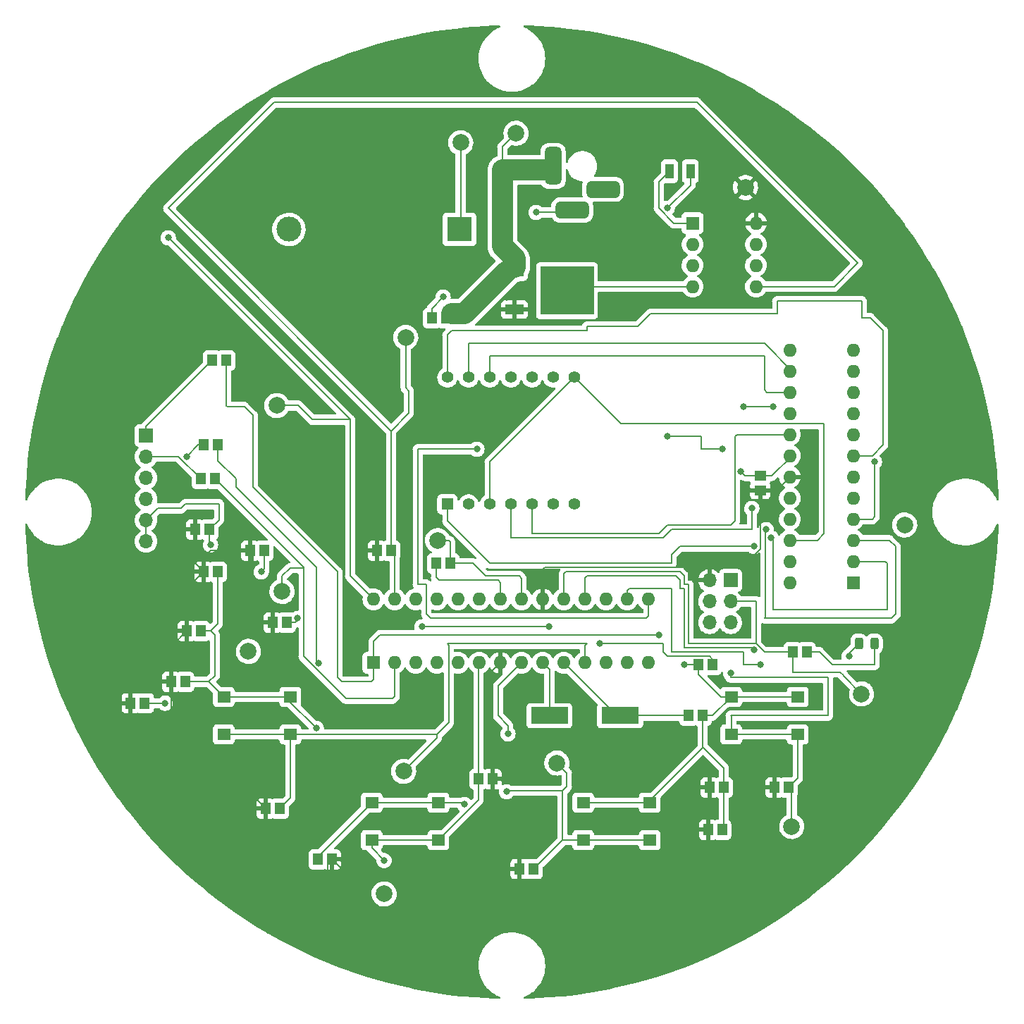
<source format=gbr>
%TF.GenerationSoftware,KiCad,Pcbnew,(6.0.5)*%
%TF.CreationDate,2022-07-22T15:05:17-04:00*%
%TF.ProjectId,circle_clock_design,63697263-6c65-45f6-936c-6f636b5f6465,rev?*%
%TF.SameCoordinates,PX56cacc8PY97b5f08*%
%TF.FileFunction,Copper,L1,Top*%
%TF.FilePolarity,Positive*%
%FSLAX46Y46*%
G04 Gerber Fmt 4.6, Leading zero omitted, Abs format (unit mm)*
G04 Created by KiCad (PCBNEW (6.0.5)) date 2022-07-22 15:05:17*
%MOMM*%
%LPD*%
G01*
G04 APERTURE LIST*
G04 Aperture macros list*
%AMRoundRect*
0 Rectangle with rounded corners*
0 $1 Rounding radius*
0 $2 $3 $4 $5 $6 $7 $8 $9 X,Y pos of 4 corners*
0 Add a 4 corners polygon primitive as box body*
4,1,4,$2,$3,$4,$5,$6,$7,$8,$9,$2,$3,0*
0 Add four circle primitives for the rounded corners*
1,1,$1+$1,$2,$3*
1,1,$1+$1,$4,$5*
1,1,$1+$1,$6,$7*
1,1,$1+$1,$8,$9*
0 Add four rect primitives between the rounded corners*
20,1,$1+$1,$2,$3,$4,$5,0*
20,1,$1+$1,$4,$5,$6,$7,0*
20,1,$1+$1,$6,$7,$8,$9,0*
20,1,$1+$1,$8,$9,$2,$3,0*%
G04 Aperture macros list end*
%TA.AperFunction,ComponentPad*%
%ADD10C,2.000000*%
%TD*%
%TA.AperFunction,ComponentPad*%
%ADD11R,1.600000X1.600000*%
%TD*%
%TA.AperFunction,ComponentPad*%
%ADD12O,1.600000X1.600000*%
%TD*%
%TA.AperFunction,SMDPad,CuDef*%
%ADD13R,1.600000X1.400000*%
%TD*%
%TA.AperFunction,SMDPad,CuDef*%
%ADD14R,1.150000X1.400000*%
%TD*%
%TA.AperFunction,SMDPad,CuDef*%
%ADD15R,1.000000X1.800000*%
%TD*%
%TA.AperFunction,SMDPad,CuDef*%
%ADD16R,4.500000X2.000000*%
%TD*%
%TA.AperFunction,SMDPad,CuDef*%
%ADD17RoundRect,0.243750X-0.243750X-0.456250X0.243750X-0.456250X0.243750X0.456250X-0.243750X0.456250X0*%
%TD*%
%TA.AperFunction,ComponentPad*%
%ADD18RoundRect,0.500000X0.500000X-1.750000X0.500000X1.750000X-0.500000X1.750000X-0.500000X-1.750000X0*%
%TD*%
%TA.AperFunction,ComponentPad*%
%ADD19RoundRect,0.500000X-1.500000X-0.500000X1.500000X-0.500000X1.500000X0.500000X-1.500000X0.500000X0*%
%TD*%
%TA.AperFunction,SMDPad,CuDef*%
%ADD20R,2.200000X1.200000*%
%TD*%
%TA.AperFunction,SMDPad,CuDef*%
%ADD21R,6.400000X5.800000*%
%TD*%
%TA.AperFunction,SMDPad,CuDef*%
%ADD22R,1.400000X1.150000*%
%TD*%
%TA.AperFunction,ComponentPad*%
%ADD23R,1.400000X1.400000*%
%TD*%
%TA.AperFunction,ComponentPad*%
%ADD24C,1.400000*%
%TD*%
%TA.AperFunction,ComponentPad*%
%ADD25R,1.700000X1.700000*%
%TD*%
%TA.AperFunction,ComponentPad*%
%ADD26O,1.700000X1.700000*%
%TD*%
%TA.AperFunction,ComponentPad*%
%ADD27R,3.000000X3.000000*%
%TD*%
%TA.AperFunction,ComponentPad*%
%ADD28C,3.000000*%
%TD*%
%TA.AperFunction,ViaPad*%
%ADD29C,0.812800*%
%TD*%
%TA.AperFunction,Conductor*%
%ADD30C,0.203200*%
%TD*%
%TA.AperFunction,Conductor*%
%ADD31C,2.540000*%
%TD*%
G04 APERTURE END LIST*
D10*
%TO.P,TP14,1,1*%
%TO.N,Net-(R10-Pad2)*%
X64389000Y28930600D03*
%TD*%
%TO.P,TP36,1,1*%
%TO.N,RESET*%
X92608400Y21310600D03*
%TD*%
D11*
%TO.P,U4,1,X1*%
%TO.N,Net-(U4-Pad1)*%
X80695800Y93792200D03*
D12*
%TO.P,U4,2,X2*%
%TO.N,Net-(U4-Pad2)*%
X80695800Y91252200D03*
%TO.P,U4,3,VBAT*%
%TO.N,Net-(BT1-Pad1)*%
X80695800Y88712200D03*
%TO.P,U4,4,GND*%
%TO.N,GND*%
X80695800Y86172200D03*
%TO.P,U4,5,SDA*%
%TO.N,SDA*%
X88315800Y86172200D03*
%TO.P,U4,6,SCL*%
%TO.N,SCL*%
X88315800Y88712200D03*
%TO.P,U4,7,SQW/OUT*%
%TO.N,unconnected-(U4-Pad7)*%
X88315800Y91252200D03*
%TO.P,U4,8,VCC*%
%TO.N,VCC*%
X88315800Y93792200D03*
%TD*%
D13*
%TO.P,SW4,1,A*%
%TO.N,GND*%
X85331800Y36870200D03*
%TO.P,SW4,2,A*%
X93331800Y36870200D03*
%TO.P,SW4,3,B*%
%TO.N,RESET*%
X85331800Y32370200D03*
%TO.P,SW4,4,B*%
X93331800Y32370200D03*
%TD*%
D14*
%TO.P,R11,1*%
%TO.N,LED_SCK*%
X92711800Y42240200D03*
%TO.P,R11,2*%
%TO.N,Net-(D1-Pad2)*%
X94411800Y42240200D03*
%TD*%
D11*
%TO.P,U3,1,~{RESET}/PC6*%
%TO.N,RESET*%
X42351800Y40980200D03*
D12*
%TO.P,U3,2,PD0*%
%TO.N,Uart_RX*%
X44891800Y40980200D03*
%TO.P,U3,3,PD1*%
%TO.N,Uart_TX*%
X47431800Y40980200D03*
%TO.P,U3,4,PD2*%
%TO.N,unconnected-(U3-Pad4)*%
X49971800Y40980200D03*
%TO.P,U3,5,PD3*%
%TO.N,Net-(R10-Pad2)*%
X52511800Y40980200D03*
%TO.P,U3,6,PD4*%
%TO.N,Net-(R7-Pad2)*%
X55051800Y40980200D03*
%TO.P,U3,7,VCC*%
%TO.N,VCC*%
X57591800Y40980200D03*
%TO.P,U3,8,GND*%
%TO.N,GND*%
X60131800Y40980200D03*
%TO.P,U3,9,XTAL1/PB6*%
%TO.N,Net-(C10-Pad1)*%
X62671800Y40980200D03*
%TO.P,U3,10,XTAL2/PB7*%
%TO.N,Net-(C9-Pad1)*%
X65211800Y40980200D03*
%TO.P,U3,11,PD5*%
%TO.N,Net-(R3-Pad2)*%
X67751800Y40980200D03*
%TO.P,U3,12,PD6*%
%TO.N,unconnected-(U3-Pad12)*%
X70291800Y40980200D03*
%TO.P,U3,13,PD7*%
%TO.N,unconnected-(U3-Pad13)*%
X72831800Y40980200D03*
%TO.P,U3,14,PB0*%
%TO.N,DIS_LOAD*%
X75371800Y40980200D03*
%TO.P,U3,15,PB1*%
%TO.N,DIS_CLK*%
X75371800Y48600200D03*
%TO.P,U3,16,PB2*%
%TO.N,DIS_DIN*%
X72831800Y48600200D03*
%TO.P,U3,17,PB3*%
%TO.N,MOSI*%
X70291800Y48600200D03*
%TO.P,U3,18,PB4*%
%TO.N,MISO*%
X67751800Y48600200D03*
%TO.P,U3,19,PB5*%
%TO.N,LED_SCK*%
X65211800Y48600200D03*
%TO.P,U3,20,AVCC*%
%TO.N,VCC*%
X62671800Y48600200D03*
%TO.P,U3,21,AREF*%
%TO.N,Net-(C4-Pad1)*%
X60131800Y48600200D03*
%TO.P,U3,22,GND*%
%TO.N,GND*%
X57591800Y48600200D03*
%TO.P,U3,23,PC0*%
%TO.N,unconnected-(U3-Pad23)*%
X55051800Y48600200D03*
%TO.P,U3,24,PC1*%
%TO.N,unconnected-(U3-Pad24)*%
X52511800Y48600200D03*
%TO.P,U3,25,PC2*%
%TO.N,unconnected-(U3-Pad25)*%
X49971800Y48600200D03*
%TO.P,U3,26,PC3*%
%TO.N,unconnected-(U3-Pad26)*%
X47431800Y48600200D03*
%TO.P,U3,27,PC4*%
%TO.N,SDA*%
X44891800Y48600200D03*
%TO.P,U3,28,PC5*%
%TO.N,SCL*%
X42351800Y48600200D03*
%TD*%
D14*
%TO.P,C6,1*%
%TO.N,VCC*%
X13184400Y36118800D03*
%TO.P,C6,2*%
%TO.N,GND*%
X14884400Y36118800D03*
%TD*%
D15*
%TO.P,Y2,1,1*%
%TO.N,Net-(U4-Pad1)*%
X77921800Y100025200D03*
%TO.P,Y2,2,2*%
%TO.N,Net-(U4-Pad2)*%
X80421800Y100025200D03*
%TD*%
D14*
%TO.P,C4,1*%
%TO.N,Net-(C4-Pad1)*%
X51573800Y52908200D03*
%TO.P,C4,2*%
%TO.N,GND*%
X49873800Y52908200D03*
%TD*%
D10*
%TO.P,TP15,1,1*%
%TO.N,LED_SCK*%
X100990400Y37236400D03*
%TD*%
D16*
%TO.P,Y1,1,1*%
%TO.N,Net-(C9-Pad1)*%
X71991800Y34620200D03*
%TO.P,Y1,2,2*%
%TO.N,Net-(C10-Pad1)*%
X63491800Y34620200D03*
%TD*%
D14*
%TO.P,R10,1*%
%TO.N,VCC*%
X59906800Y16205200D03*
%TO.P,R10,2*%
%TO.N,Net-(R10-Pad2)*%
X61606800Y16205200D03*
%TD*%
%TO.P,R7,1*%
%TO.N,VCC*%
X56653800Y27000200D03*
%TO.P,R7,2*%
%TO.N,Net-(R7-Pad2)*%
X54953800Y27000200D03*
%TD*%
D10*
%TO.P,TP21,1,1*%
%TO.N,Uart_TX*%
X27330400Y42341800D03*
%TD*%
%TO.P,TP20,1,1*%
%TO.N,Uart_RX*%
X31369000Y49555400D03*
%TD*%
%TO.P,TP10,1,1*%
%TO.N,Net-(R7-Pad2)*%
X43637200Y13208000D03*
%TD*%
D17*
%TO.P,D1,1,K*%
%TO.N,GND*%
X100664800Y43256200D03*
%TO.P,D1,2,A*%
%TO.N,Net-(D1-Pad2)*%
X102539800Y43256200D03*
%TD*%
D10*
%TO.P,TP8,1,1*%
%TO.N,Net-(R3-Pad2)*%
X45974000Y27940000D03*
%TD*%
D13*
%TO.P,SW1,1,A*%
%TO.N,GND*%
X24371800Y36870200D03*
%TO.P,SW1,2,A*%
X32371800Y36870200D03*
%TO.P,SW1,3,B*%
%TO.N,Net-(R3-Pad2)*%
X24371800Y32370200D03*
%TO.P,SW1,4,B*%
X32371800Y32370200D03*
%TD*%
D14*
%TO.P,C11,1*%
%TO.N,VCC*%
X19901800Y44780200D03*
%TO.P,C11,2*%
%TO.N,GND*%
X21601800Y44780200D03*
%TD*%
%TO.P,C8,1*%
%TO.N,VCC*%
X37349800Y17348200D03*
%TO.P,C8,2*%
%TO.N,GND*%
X35649800Y17348200D03*
%TD*%
D13*
%TO.P,SW2,1,A*%
%TO.N,GND*%
X42151800Y24170200D03*
%TO.P,SW2,2,A*%
X50151800Y24170200D03*
%TO.P,SW2,3,B*%
%TO.N,Net-(R7-Pad2)*%
X42151800Y19670200D03*
%TO.P,SW2,4,B*%
X50151800Y19670200D03*
%TD*%
%TO.P,SW3,1,A*%
%TO.N,GND*%
X67551800Y24170200D03*
%TO.P,SW3,2,A*%
X75551800Y24170200D03*
%TO.P,SW3,3,B*%
%TO.N,Net-(R10-Pad2)*%
X67551800Y19670200D03*
%TO.P,SW3,4,B*%
X75551800Y19670200D03*
%TD*%
D14*
%TO.P,C2,1*%
%TO.N,GND*%
X49365800Y82372200D03*
%TO.P,C2,2*%
%TO.N,Net-(C2-Pad2)*%
X51065800Y82372200D03*
%TD*%
D18*
%TO.P,J1,1,POLE*%
%TO.N,Net-(C2-Pad2)*%
X63931800Y100660200D03*
D19*
%TO.P,J1,2,OUT*%
%TO.N,GND*%
X66231800Y95360200D03*
%TO.P,J1,3,OUT*%
%TO.N,unconnected-(J1-Pad3)*%
X69931800Y97860200D03*
%TD*%
D10*
%TO.P,TP2,1,1*%
%TO.N,Net-(R1-Pad2)*%
X106172000Y57531000D03*
%TD*%
D14*
%TO.P,C10,1*%
%TO.N,Net-(C10-Pad1)*%
X83069800Y40716200D03*
%TO.P,C10,2*%
%TO.N,GND*%
X81369800Y40716200D03*
%TD*%
D10*
%TO.P,TP6,1,1*%
%TO.N,VCC*%
X87045800Y98069400D03*
%TD*%
D14*
%TO.P,C14,1*%
%TO.N,RESET*%
X24649800Y77292200D03*
%TO.P,C14,2*%
%TO.N,Net-(C14-Pad2)*%
X22949800Y77292200D03*
%TD*%
D10*
%TO.P,TP24,1,1*%
%TO.N,Net-(BT1-Pad1)*%
X52832000Y103454200D03*
%TD*%
D20*
%TO.P,U2,1,IN*%
%TO.N,Net-(C2-Pad2)*%
X59306800Y87960200D03*
D21*
%TO.P,U2,2,GND*%
%TO.N,GND*%
X65606800Y85680200D03*
D20*
%TO.P,U2,3,OUT*%
%TO.N,VCC*%
X59306800Y83400200D03*
%TD*%
D22*
%TO.P,R1,1*%
%TO.N,VCC*%
X88823800Y61710200D03*
%TO.P,R1,2*%
%TO.N,Net-(R1-Pad2)*%
X88823800Y63410200D03*
%TD*%
D14*
%TO.P,R3,1*%
%TO.N,VCC*%
X29387800Y23444200D03*
%TO.P,R3,2*%
%TO.N,Net-(R3-Pad2)*%
X31087800Y23444200D03*
%TD*%
%TO.P,R8,1*%
%TO.N,Uart_TX*%
X23633800Y67132200D03*
%TO.P,R8,2*%
%TO.N,Net-(J2-Pad3)*%
X21933800Y67132200D03*
%TD*%
%TO.P,C7,1*%
%TO.N,VCC*%
X82551800Y20904200D03*
%TO.P,C7,2*%
%TO.N,GND*%
X84251800Y20904200D03*
%TD*%
%TO.P,R4,1*%
%TO.N,VCC*%
X42761800Y54432200D03*
%TO.P,R4,2*%
%TO.N,SDA*%
X44461800Y54432200D03*
%TD*%
%TO.P,R5,1*%
%TO.N,VCC*%
X30227800Y45796200D03*
%TO.P,R5,2*%
%TO.N,SCL*%
X31927800Y45796200D03*
%TD*%
%TO.P,C3,1*%
%TO.N,VCC*%
X20917800Y56972200D03*
%TO.P,C3,2*%
%TO.N,GND*%
X22617800Y56972200D03*
%TD*%
%TO.P,R6,1*%
%TO.N,VCC*%
X90513800Y25984200D03*
%TO.P,R6,2*%
%TO.N,RESET*%
X92213800Y25984200D03*
%TD*%
D10*
%TO.P,TP34,1,1*%
%TO.N,SCL*%
X30734000Y71882000D03*
%TD*%
D14*
%TO.P,C1,1*%
%TO.N,VCC*%
X21933800Y51892200D03*
%TO.P,C1,2*%
%TO.N,GND*%
X23633800Y51892200D03*
%TD*%
D23*
%TO.P,DS1,1,E*%
%TO.N,Net-(DS1-Pad1)*%
X51231800Y60020200D03*
D24*
%TO.P,DS1,2,D*%
%TO.N,Net-(DS1-Pad2)*%
X53771800Y60020200D03*
%TO.P,DS1,3,DP*%
%TO.N,Net-(DS1-Pad3)*%
X56311800Y60020200D03*
%TO.P,DS1,4,C*%
%TO.N,Net-(DS1-Pad4)*%
X58851800Y60020200D03*
%TO.P,DS1,5,G*%
%TO.N,Net-(DS1-Pad5)*%
X61391800Y60020200D03*
%TO.P,DS1,6,COM_DIG.4*%
%TO.N,DIG-0-L*%
X63931800Y60020200D03*
%TO.P,DS1,7,COM_COLON*%
%TO.N,COLON-L*%
X66471800Y60020200D03*
%TO.P,DS1,8,COLON*%
%TO.N,Net-(DS1-Pad3)*%
X66471800Y75260200D03*
%TO.P,DS1,9,B*%
%TO.N,Net-(DS1-Pad9)*%
X63931800Y75260200D03*
%TO.P,DS1,10,COM_DIG.3*%
%TO.N,DIG-1-L*%
X61391800Y75260200D03*
%TO.P,DS1,11,COM_DIG.2*%
%TO.N,DIG-2-L*%
X58851800Y75260200D03*
%TO.P,DS1,12,F*%
%TO.N,Net-(DS1-Pad12)*%
X56311800Y75260200D03*
%TO.P,DS1,13,A*%
%TO.N,Net-(DS1-Pad13)*%
X53771800Y75260200D03*
%TO.P,DS1,14,COM_DIG.1*%
%TO.N,DIG-3-L*%
X51231800Y75260200D03*
%TD*%
D14*
%TO.P,C13,1*%
%TO.N,VCC*%
X18035800Y38684200D03*
%TO.P,C13,2*%
%TO.N,GND*%
X19735800Y38684200D03*
%TD*%
D10*
%TO.P,TP5,1,1*%
%TO.N,Net-(C2-Pad2)*%
X59486800Y104597200D03*
%TD*%
D11*
%TO.P,U1,1,DIN*%
%TO.N,DIS_DIN*%
X99999800Y50617200D03*
D12*
%TO.P,U1,2,DIG_0*%
%TO.N,DIG-0-L*%
X99999800Y53157200D03*
%TO.P,U1,3,DIG_4*%
%TO.N,COLON-L*%
X99999800Y55697200D03*
%TO.P,U1,4,GND*%
%TO.N,GND*%
X99999800Y58237200D03*
%TO.P,U1,5,DIG_6*%
%TO.N,unconnected-(U1-Pad5)*%
X99999800Y60777200D03*
%TO.P,U1,6,DIG_2*%
%TO.N,DIG-2-L*%
X99999800Y63317200D03*
%TO.P,U1,7,DIG_3*%
%TO.N,DIG-3-L*%
X99999800Y65857200D03*
%TO.P,U1,8,DIG_7*%
%TO.N,unconnected-(U1-Pad8)*%
X99999800Y68397200D03*
%TO.P,U1,9,GND*%
%TO.N,GND*%
X99999800Y70937200D03*
%TO.P,U1,10,DIG_5*%
%TO.N,unconnected-(U1-Pad10)*%
X99999800Y73477200D03*
%TO.P,U1,11,DIG_1*%
%TO.N,DIG-1-L*%
X99999800Y76017200D03*
%TO.P,U1,12,LOAD*%
%TO.N,DIS_LOAD*%
X99999800Y78557200D03*
%TO.P,U1,13,CLK*%
%TO.N,DIS_CLK*%
X92379800Y78557200D03*
%TO.P,U1,14,SEG_A*%
%TO.N,Net-(DS1-Pad13)*%
X92379800Y76017200D03*
%TO.P,U1,15,SEG_F*%
%TO.N,Net-(DS1-Pad12)*%
X92379800Y73477200D03*
%TO.P,U1,16,SEG_B*%
%TO.N,Net-(DS1-Pad9)*%
X92379800Y70937200D03*
%TO.P,U1,17,SEG_G*%
%TO.N,Net-(DS1-Pad5)*%
X92379800Y68397200D03*
%TO.P,U1,18,ISET*%
%TO.N,Net-(R1-Pad2)*%
X92379800Y65857200D03*
%TO.P,U1,19,V+*%
%TO.N,VCC*%
X92379800Y63317200D03*
%TO.P,U1,20,SEG_C*%
%TO.N,Net-(DS1-Pad4)*%
X92379800Y60777200D03*
%TO.P,U1,21,SEG_E*%
%TO.N,Net-(DS1-Pad1)*%
X92379800Y58237200D03*
%TO.P,U1,22,SEG_DP*%
%TO.N,Net-(DS1-Pad3)*%
X92379800Y55697200D03*
%TO.P,U1,23,SEG_D*%
%TO.N,Net-(DS1-Pad2)*%
X92379800Y53157200D03*
%TO.P,U1,24,DOUT*%
%TO.N,unconnected-(U1-Pad24)*%
X92379800Y50617200D03*
%TD*%
D14*
%TO.P,C12,1*%
%TO.N,GND*%
X29221800Y54432200D03*
%TO.P,C12,2*%
%TO.N,VCC*%
X27521800Y54432200D03*
%TD*%
D10*
%TO.P,TP25,1,1*%
%TO.N,Net-(C4-Pad1)*%
X50063400Y55651400D03*
%TD*%
D14*
%TO.P,C5,1*%
%TO.N,VCC*%
X82727800Y25984200D03*
%TO.P,C5,2*%
%TO.N,GND*%
X84427800Y25984200D03*
%TD*%
D10*
%TO.P,TP33,1,1*%
%TO.N,SDA*%
X46228000Y80060800D03*
%TD*%
D14*
%TO.P,R9,1*%
%TO.N,Uart_RX*%
X23291800Y63068200D03*
%TO.P,R9,2*%
%TO.N,Net-(J2-Pad2)*%
X21591800Y63068200D03*
%TD*%
%TO.P,C9,1*%
%TO.N,Net-(C9-Pad1)*%
X80187800Y34620200D03*
%TO.P,C9,2*%
%TO.N,GND*%
X81887800Y34620200D03*
%TD*%
D25*
%TO.P,J3,1,Pin_1*%
%TO.N,MISO*%
X85267800Y50876200D03*
D26*
%TO.P,J3,2,Pin_2*%
%TO.N,VCC*%
X82727800Y50876200D03*
%TO.P,J3,3,Pin_3*%
%TO.N,LED_SCK*%
X85267800Y48336200D03*
%TO.P,J3,4,Pin_4*%
%TO.N,MOSI*%
X82727800Y48336200D03*
%TO.P,J3,5,Pin_5*%
%TO.N,RESET*%
X85267800Y45796200D03*
%TO.P,J3,6,Pin_6*%
%TO.N,GND*%
X82727800Y45796200D03*
%TD*%
D27*
%TO.P,BT1,1,+*%
%TO.N,Net-(BT1-Pad1)*%
X52685486Y93040183D03*
D28*
%TO.P,BT1,2,-*%
%TO.N,GND*%
X32195486Y93040183D03*
%TD*%
D25*
%TO.P,J2,1,Pin_1*%
%TO.N,Net-(C14-Pad2)*%
X15036800Y68275200D03*
D26*
%TO.P,J2,2,Pin_2*%
%TO.N,Net-(J2-Pad2)*%
X15036800Y65735200D03*
%TO.P,J2,3,Pin_3*%
%TO.N,Net-(J2-Pad3)*%
X15036800Y63195200D03*
%TO.P,J2,4,Pin_4*%
%TO.N,unconnected-(J2-Pad4)*%
X15036800Y60655200D03*
%TO.P,J2,5,Pin_5*%
%TO.N,GND*%
X15036800Y58115200D03*
%TO.P,J2,6,Pin_6*%
X15036800Y55575200D03*
%TD*%
D29*
%TO.N,GND*%
X61899800Y95072200D03*
X35483800Y33096200D03*
X99491800Y41732200D03*
X50723800Y84912200D03*
X102539800Y65100200D03*
X17325100Y36118800D03*
X58521600Y32435800D03*
X22783800Y55142900D03*
X79679800Y40716200D03*
X53263800Y23952200D03*
X28879800Y51892200D03*
%TO.N,VCC*%
X53263800Y86944200D03*
X58343800Y84891138D03*
X54279800Y87960200D03*
X54787800Y88976200D03*
X59359800Y85420200D03*
X56849848Y82817077D03*
%TO.N,Net-(C10-Pad1)*%
X69519800Y43256200D03*
%TO.N,RESET*%
X85267800Y39700200D03*
X76631800Y44272200D03*
%TO.N,Net-(DS1-Pad1)*%
X88113100Y54940200D03*
%TO.N,Net-(DS1-Pad4)*%
X87807800Y59512200D03*
%TO.N,DIG-0-L*%
X90145100Y55956200D03*
%TO.N,COLON-L*%
X89534500Y56972200D03*
%TO.N,Net-(J2-Pad3)*%
X19896341Y65768741D03*
%TO.N,Net-(R1-Pad2)*%
X86486500Y63931800D03*
%TO.N,SCL*%
X17703800Y92024200D03*
X33249100Y46304200D03*
%TO.N,Net-(R7-Pad2)*%
X43637200Y17221200D03*
%TO.N,Uart_TX*%
X35732341Y40964741D03*
%TO.N,Net-(R10-Pad2)*%
X58343800Y25476200D03*
%TO.N,Net-(U4-Pad2)*%
X77647800Y95580200D03*
%TO.N,MISO*%
X88067259Y42499659D03*
%TO.N,DIS_DIN*%
X88823800Y40716200D03*
%TO.N,DIS_CLK*%
X90347800Y71704200D03*
X54787800Y66624200D03*
X86791800Y71704200D03*
%TO.N,DIS_LOAD*%
X48183800Y45288200D03*
X63423800Y45288200D03*
X77647800Y68148200D03*
X84251800Y66624200D03*
%TD*%
D30*
%TO.N,Net-(BT1-Pad1)*%
X52832000Y93186697D02*
X52685486Y93040183D01*
X52832000Y103454200D02*
X52832000Y93186697D01*
%TO.N,GND*%
X32371800Y36870200D02*
X32371800Y36208200D01*
X15036800Y58115200D02*
X15036800Y55575200D01*
X23799800Y60020200D02*
X23799800Y58154200D01*
X81369800Y39575200D02*
X81369800Y40716200D01*
X84427800Y25984200D02*
X84427800Y21080200D01*
X80959800Y86172200D02*
X66358800Y86172200D01*
X84427800Y21080200D02*
X84251800Y20904200D01*
X35649800Y17668200D02*
X35649800Y17348200D01*
X22617800Y55106200D02*
X22783800Y54940200D01*
X66358800Y86172200D02*
X65606800Y85420200D01*
X50215800Y50876200D02*
X57327800Y50876200D01*
X29221800Y52234200D02*
X29221800Y54432200D01*
X49365800Y83554200D02*
X50723800Y84912200D01*
X60131800Y40980200D02*
X57327800Y38176200D01*
X35229800Y33350200D02*
X35483800Y33096200D01*
X23291800Y39418200D02*
X22557800Y38684200D01*
X57591800Y50612200D02*
X57591800Y48600200D01*
X16891000Y36118800D02*
X17325100Y36118800D01*
X75551800Y24170200D02*
X75551800Y24396200D01*
X61899800Y95072200D02*
X65559800Y95072200D01*
X49873800Y51218200D02*
X50215800Y50876200D01*
X19735800Y38684200D02*
X22557800Y38684200D01*
X16433800Y59512200D02*
X19227800Y59512200D01*
X99491800Y42083200D02*
X99491800Y41732200D01*
X49873800Y52908200D02*
X49873800Y51218200D01*
X67551800Y24170200D02*
X75551800Y24170200D01*
X23291800Y44272200D02*
X23291800Y39418200D01*
X85331800Y36870200D02*
X84074800Y36870200D01*
X83081800Y34620200D02*
X85331800Y36870200D01*
X22617800Y56972200D02*
X22617800Y55106200D01*
X22783800Y44780200D02*
X23291800Y44272200D01*
X102539800Y58496200D02*
X102280800Y58237200D01*
X81887800Y30732200D02*
X81887800Y30888200D01*
X28879800Y51892200D02*
X29221800Y52234200D01*
X22783800Y54940200D02*
X22783800Y55142900D01*
X42151800Y24170200D02*
X50151800Y24170200D01*
X50151800Y24170200D02*
X53045800Y24170200D01*
X15036800Y58115200D02*
X16433800Y59512200D01*
X19227800Y59512200D02*
X19735800Y60020200D01*
X81887800Y34620200D02*
X83081800Y34620200D01*
X58547000Y33401000D02*
X58547000Y32435800D01*
X80187800Y40716200D02*
X79679800Y40716200D01*
X14884400Y36118800D02*
X16891000Y36118800D01*
X53045800Y24170200D02*
X53263800Y23952200D01*
X81369800Y40716200D02*
X80187800Y40716200D01*
X19735800Y60020200D02*
X23799800Y60020200D01*
X57327800Y50876200D02*
X57591800Y50612200D01*
X23633800Y45630200D02*
X22783800Y44780200D01*
X42151800Y24170200D02*
X35649800Y17668200D01*
X81887800Y34620200D02*
X81887800Y30888200D01*
X32371800Y36208200D02*
X35229800Y33350200D01*
X57327800Y38176200D02*
X57327800Y34620200D01*
X57327800Y34620200D02*
X58547000Y33401000D01*
X75551800Y24396200D02*
X81887800Y30732200D01*
X23799800Y58154200D02*
X22617800Y56972200D01*
X84074800Y36870200D02*
X81369800Y39575200D01*
X49365800Y82372200D02*
X49365800Y83554200D01*
X100664800Y43256200D02*
X99491800Y42083200D01*
X81887800Y30888200D02*
X84427800Y28348200D01*
X24371800Y36870200D02*
X32371800Y36870200D01*
X102280800Y58237200D02*
X99999800Y58237200D01*
X22557800Y38684200D02*
X24371800Y36870200D01*
X102539800Y65100200D02*
X102539800Y58496200D01*
X23633800Y51892200D02*
X23633800Y45630200D01*
X84427800Y28348200D02*
X84427800Y25984200D01*
X21601800Y44780200D02*
X22783800Y44780200D01*
X85331800Y36870200D02*
X93331800Y36870200D01*
%TO.N,VCC*%
X39889800Y14808200D02*
X40055800Y14808200D01*
X56653800Y40042200D02*
X57591800Y40980200D01*
X32338989Y18267389D02*
X34782178Y15824200D01*
X87086198Y52908200D02*
X82727800Y52908200D01*
X19901800Y44780200D02*
X18035800Y42914200D01*
X82727800Y18364200D02*
X84759800Y18364200D01*
X62671800Y48600200D02*
X62671800Y52156200D01*
X18035800Y34796200D02*
X29387800Y23444200D01*
X90772800Y61710200D02*
X92379800Y63317200D01*
X27521800Y54307200D02*
X27863800Y53965200D01*
X56653800Y25642200D02*
X59906800Y22389200D01*
X28879800Y45796200D02*
X30227800Y45796200D01*
X82727800Y21080200D02*
X82551800Y20904200D01*
X29387800Y23444200D02*
X29387800Y21218578D01*
X40055800Y14808200D02*
X41452800Y16205200D01*
X36841800Y15990200D02*
X36841800Y17348200D01*
X82727800Y52908200D02*
X82727800Y50876200D01*
X84759800Y18364200D02*
X90513800Y24118200D01*
X82551800Y18540200D02*
X82727800Y18364200D01*
X20917800Y56972200D02*
X20917800Y52908200D01*
X56653800Y27000200D02*
X56653800Y40042200D01*
X37349800Y17348200D02*
X39889800Y14808200D01*
X90513800Y24118200D02*
X90513800Y25984200D01*
X27863800Y46812200D02*
X28879800Y45796200D01*
X29387800Y21218578D02*
X32338989Y18267389D01*
X88823800Y61710200D02*
X90772800Y61710200D01*
X88823800Y61710200D02*
X88823800Y54645802D01*
X21933800Y51892200D02*
X21933800Y53582200D01*
X21933800Y51892200D02*
X19901800Y49860200D01*
X19901800Y49860200D02*
X19901800Y44780200D01*
X37007800Y15824200D02*
X36841800Y15990200D01*
X80187800Y50876200D02*
X82727800Y50876200D01*
X56653800Y27000200D02*
X56653800Y25642200D01*
X21933800Y53582200D02*
X22783800Y54432200D01*
X27521800Y54432200D02*
X27521800Y54307200D01*
X62915800Y52400200D02*
X80187800Y52400200D01*
X59906800Y22389200D02*
X59906800Y16205200D01*
X22783800Y54432200D02*
X27521800Y54432200D01*
X18035800Y42914200D02*
X18035800Y38684200D01*
X62671800Y52156200D02*
X62915800Y52400200D01*
X18035800Y38684200D02*
X18035800Y34796200D01*
X82551800Y20904200D02*
X82551800Y18540200D01*
X88823800Y54645802D02*
X87086198Y52908200D01*
X34782178Y15824200D02*
X37007800Y15824200D01*
X20917800Y52908200D02*
X21933800Y51892200D01*
X27863800Y53965200D02*
X27863800Y46812200D01*
X80187800Y52400200D02*
X80187800Y50876200D01*
X82727800Y25984200D02*
X82727800Y21080200D01*
X41452800Y16205200D02*
X59906800Y16205200D01*
D31*
%TO.N,Net-(C2-Pad2)*%
X57835800Y91008200D02*
X59359800Y89484200D01*
X53263800Y82880200D02*
X58343800Y87960200D01*
X59359800Y89484200D02*
X59359800Y88468200D01*
X53263800Y82880200D02*
X51739800Y82880200D01*
X57835800Y100152200D02*
X57835800Y91008200D01*
X57835800Y100152200D02*
X62915800Y100152200D01*
D30*
X59486800Y104597200D02*
X57835800Y102946200D01*
X57835800Y102946200D02*
X57835800Y100152200D01*
%TO.N,Net-(C4-Pad1)*%
X51573800Y55512600D02*
X51573800Y52908200D01*
X51573800Y52908200D02*
X54279800Y52908200D01*
X50063400Y55651400D02*
X51435000Y55651400D01*
X54279800Y52908200D02*
X55803800Y51384200D01*
X51435000Y55651400D02*
X51573800Y55512600D01*
X55803800Y51384200D02*
X59867800Y51384200D01*
X60131800Y51120200D02*
X60131800Y48600200D01*
X59867800Y51384200D02*
X60131800Y51120200D01*
%TO.N,Net-(C9-Pad1)*%
X71571800Y34620200D02*
X65211800Y40980200D01*
X71991800Y34620200D02*
X71571800Y34620200D01*
X71991800Y34620200D02*
X80187800Y34620200D01*
%TO.N,Net-(C10-Pad1)*%
X77647800Y41732200D02*
X77139800Y42240200D01*
X83069800Y41390200D02*
X82727800Y41732200D01*
X63491800Y34620200D02*
X63491800Y40160200D01*
X63491800Y40160200D02*
X62671800Y40980200D01*
X82727800Y41732200D02*
X77647800Y41732200D01*
X77139800Y43256200D02*
X69519800Y43256200D01*
X77139800Y42240200D02*
X77139800Y43256200D01*
X83069800Y40716200D02*
X83069800Y41390200D01*
%TO.N,RESET*%
X24649800Y71870200D02*
X24815800Y71704200D01*
X96951800Y39192200D02*
X85267800Y39192200D01*
X42351800Y40980200D02*
X42351800Y43520200D01*
X26847800Y71704200D02*
X27863800Y70688200D01*
X93331800Y27102200D02*
X92213800Y25984200D01*
X96951800Y34620200D02*
X96951800Y39192200D01*
X43103800Y44272200D02*
X76631800Y44272200D01*
X38023800Y39192200D02*
X38531800Y38684200D01*
X38023800Y51892200D02*
X38023800Y39192200D01*
X92608400Y21310600D02*
X92608400Y25589600D01*
X93331800Y32370200D02*
X93331800Y27102200D01*
X38531800Y38684200D02*
X42087800Y38684200D01*
X42087800Y38684200D02*
X42351800Y38948200D01*
X27863800Y70688200D02*
X27863800Y62052200D01*
X27863800Y62052200D02*
X38023800Y51892200D01*
X24649800Y77292200D02*
X24649800Y71870200D01*
X42351800Y38948200D02*
X42351800Y40980200D01*
X85331800Y32370200D02*
X85331800Y34556200D01*
X85267800Y34620200D02*
X96951800Y34620200D01*
X92608400Y25589600D02*
X92213800Y25984200D01*
X24815800Y71704200D02*
X26847800Y71704200D01*
X42351800Y43520200D02*
X43103800Y44272200D01*
X85331800Y34556200D02*
X85267800Y34620200D01*
X85267800Y39192200D02*
X85267800Y39700200D01*
X85331800Y32370200D02*
X93331800Y32370200D01*
%TO.N,Net-(C14-Pad2)*%
X15036800Y69379200D02*
X22949800Y77292200D01*
X15036800Y68275200D02*
X15036800Y69379200D01*
%TO.N,Net-(D1-Pad2)*%
X102539800Y40716200D02*
X102539800Y43256200D01*
X94411800Y42240200D02*
X95935800Y42240200D01*
X97459800Y40716200D02*
X102539800Y40716200D01*
X95935800Y42240200D02*
X97459800Y40716200D01*
%TO.N,Net-(DS1-Pad1)*%
X78155800Y52908200D02*
X78155800Y53924200D01*
X51231800Y60020200D02*
X51231800Y57988200D01*
X56311800Y52908200D02*
X78155800Y52908200D01*
X51231800Y57988200D02*
X56311800Y52908200D01*
X79171800Y54940200D02*
X88113100Y54940200D01*
X78155800Y53924200D02*
X79171800Y54940200D01*
%TO.N,Net-(DS1-Pad3)*%
X95676800Y55697200D02*
X92623800Y55697200D01*
X66471800Y75260200D02*
X56311800Y65100200D01*
X56311800Y65100200D02*
X56311800Y60020200D01*
X96443800Y69672200D02*
X96443800Y56464200D01*
X96443800Y56464200D02*
X95676800Y55697200D01*
X72059800Y69672200D02*
X96443800Y69672200D01*
X66471800Y75260200D02*
X72059800Y69672200D01*
%TO.N,Net-(DS1-Pad4)*%
X78155800Y56972200D02*
X87807800Y56972200D01*
X77139800Y55956200D02*
X78155800Y56972200D01*
X58851800Y55956200D02*
X58851800Y60020200D01*
X87807800Y56972200D02*
X87807800Y59512200D01*
X58851800Y55956200D02*
X77139800Y55956200D01*
%TO.N,Net-(DS1-Pad5)*%
X61391800Y56464200D02*
X76631800Y56464200D01*
X86024800Y68397200D02*
X92623800Y68397200D01*
X85775800Y57988200D02*
X85775800Y68148200D01*
X85267800Y57480200D02*
X85775800Y57988200D01*
X77647800Y57480200D02*
X85267800Y57480200D01*
X76631800Y56464200D02*
X77647800Y57480200D01*
X61391800Y60020200D02*
X61391800Y56464200D01*
X85775800Y68148200D02*
X86024800Y68397200D01*
%TO.N,DIG-0-L*%
X90145100Y55956200D02*
X90347800Y55753500D01*
X90347800Y55753500D02*
X90347800Y47320200D01*
X104063800Y52908200D02*
X103814800Y53157200D01*
X103814800Y53157200D02*
X100243800Y53157200D01*
X90347800Y47320200D02*
X104063800Y47320200D01*
X104063800Y47320200D02*
X104063800Y52908200D01*
%TO.N,COLON-L*%
X105079800Y54940200D02*
X104322800Y55697200D01*
X105079800Y46812200D02*
X105079800Y54940200D01*
X104571800Y46304200D02*
X105079800Y46812200D01*
X89434389Y46406789D02*
X89331800Y46304200D01*
X89534500Y56972200D02*
X89434389Y56872089D01*
X89434389Y56872089D02*
X89434389Y46406789D01*
X89331800Y46304200D02*
X104571800Y46304200D01*
X104322800Y55697200D02*
X100243800Y55697200D01*
%TO.N,Net-(DS1-Pad12)*%
X89331800Y77800200D02*
X89331800Y73736200D01*
X89590800Y73477200D02*
X92623800Y73477200D01*
X56311800Y75260200D02*
X56311800Y77800200D01*
X56311800Y77800200D02*
X89331800Y77800200D01*
X89331800Y73736200D02*
X89590800Y73477200D01*
%TO.N,Net-(DS1-Pad13)*%
X89316800Y79324200D02*
X92623800Y76017200D01*
X53771800Y75260200D02*
X53771800Y79324200D01*
X53771800Y79324200D02*
X89316800Y79324200D01*
%TO.N,DIG-3-L*%
X51739800Y80848200D02*
X67995800Y80848200D01*
X51231800Y75260200D02*
X51231800Y80340200D01*
X102280800Y65857200D02*
X100751800Y65857200D01*
X101015800Y84404200D02*
X101015800Y82372200D01*
X67995800Y80848200D02*
X67995800Y81356200D01*
X75615800Y82880200D02*
X90855800Y82880200D01*
X103555800Y67132200D02*
X102280800Y65857200D01*
X90855800Y82880200D02*
X90855800Y84404200D01*
X90855800Y84404200D02*
X101015800Y84404200D01*
X51231800Y80340200D02*
X51739800Y80848200D01*
X102031800Y82372200D02*
X103555800Y80848200D01*
X101015800Y82372200D02*
X102031800Y82372200D01*
X67995800Y81356200D02*
X74091800Y81356200D01*
X74091800Y81356200D02*
X75615800Y82880200D01*
X103555800Y80848200D02*
X103555800Y67132200D01*
%TO.N,Net-(J2-Pad3)*%
X21259800Y67132200D02*
X19896341Y65768741D01*
X21933800Y67132200D02*
X21259800Y67132200D01*
%TO.N,Net-(J2-Pad2)*%
X15036800Y65735200D02*
X18924800Y65735200D01*
X18924800Y65735200D02*
X21591800Y63068200D01*
%TO.N,Net-(R1-Pad2)*%
X87008100Y63410200D02*
X88823800Y63410200D01*
X88823800Y63410200D02*
X90176800Y63410200D01*
X86486500Y63931800D02*
X87008100Y63410200D01*
X90176800Y63410200D02*
X92623800Y65857200D01*
%TO.N,Net-(R3-Pad2)*%
X67751800Y43012200D02*
X67751800Y40980200D01*
X32371800Y24728200D02*
X31087800Y23444200D01*
X67995800Y43256200D02*
X67751800Y43012200D01*
X51407489Y33779889D02*
X51407489Y43080511D01*
X49997800Y32370200D02*
X51407489Y33779889D01*
X51407489Y43080511D02*
X51231800Y43256200D01*
X51231800Y43256200D02*
X67995800Y43256200D01*
X32371800Y32370200D02*
X32371800Y24728200D01*
X45974000Y27940000D02*
X49997800Y31963800D01*
X32371800Y32370200D02*
X49997800Y32370200D01*
X24371800Y32370200D02*
X32371800Y32370200D01*
X49997800Y31963800D02*
X49997800Y32370200D01*
%TO.N,SDA*%
X44891800Y54002200D02*
X44461800Y54432200D01*
X17703800Y95580200D02*
X30403800Y108280200D01*
X44461800Y68822200D02*
X17703800Y95580200D01*
X44461800Y54432200D02*
X44461800Y68822200D01*
X100507800Y88976200D02*
X97703800Y86172200D01*
X30403800Y108280200D02*
X81203800Y108280200D01*
X81203800Y108280200D02*
X100507800Y88976200D01*
X46583600Y73634600D02*
X46583600Y70944000D01*
X46583600Y70944000D02*
X44461800Y68822200D01*
X46228000Y73990200D02*
X46228000Y80060800D01*
X97703800Y86172200D02*
X88579800Y86172200D01*
X46583600Y73634600D02*
X46228000Y73990200D01*
X44891800Y48600200D02*
X44891800Y54002200D01*
%TO.N,SCL*%
X39547800Y51404200D02*
X39547800Y70180200D01*
X35026600Y70180200D02*
X39547800Y70180200D01*
X39547800Y70180200D02*
X17703800Y92024200D01*
X42351800Y48600200D02*
X39547800Y51404200D01*
X32943800Y45796200D02*
X33451800Y46304200D01*
X31927800Y45796200D02*
X32943800Y45796200D01*
X33451800Y46304200D02*
X33249100Y46304200D01*
X30734000Y71882000D02*
X33324800Y71882000D01*
X33324800Y71882000D02*
X35026600Y70180200D01*
%TO.N,Net-(R7-Pad2)*%
X54953800Y27000200D02*
X54953800Y40882200D01*
X54953800Y24472200D02*
X50151800Y19670200D01*
X54953800Y27000200D02*
X54953800Y24472200D01*
X43637200Y17221200D02*
X42151800Y18706600D01*
X54953800Y40882200D02*
X55051800Y40980200D01*
X42151800Y18706600D02*
X42151800Y19670200D01*
X42151800Y19670200D02*
X50151800Y19670200D01*
%TO.N,Uart_TX*%
X35483800Y40782258D02*
X35516829Y40749229D01*
X25831800Y63068200D02*
X25831800Y62052200D01*
X35732341Y40964741D02*
X35549858Y40782258D01*
X35549858Y40782258D02*
X35483800Y40782258D01*
X23633800Y65266200D02*
X25831800Y63068200D01*
X25831800Y62052200D02*
X35483800Y52400200D01*
X23633800Y67132200D02*
X23633800Y65266200D01*
X35483800Y52400200D02*
X35483800Y40782258D01*
%TO.N,Uart_RX*%
X32334200Y52349400D02*
X33959800Y52349400D01*
X44627800Y36652200D02*
X44891800Y36916200D01*
X31369000Y49555400D02*
X31369000Y51384200D01*
X44891800Y36916200D02*
X44891800Y40980200D01*
X39039800Y36652200D02*
X44627800Y36652200D01*
X31369000Y51384200D02*
X32334200Y52349400D01*
X23291800Y63068200D02*
X33959800Y52400200D01*
X33959800Y52400200D02*
X33959800Y52349400D01*
X33959800Y52349400D02*
X33959800Y41732200D01*
X33959800Y41732200D02*
X39039800Y36652200D01*
%TO.N,Net-(R10-Pad2)*%
X64389000Y28930600D02*
X65582800Y27736800D01*
X58459720Y25592120D02*
X58343800Y25476200D01*
X65582800Y27736800D02*
X65582800Y26103120D01*
X67551800Y19670200D02*
X75551800Y19670200D01*
X65071800Y25592120D02*
X58459720Y25592120D01*
X65071800Y19670200D02*
X61606800Y16205200D01*
X65071800Y19670200D02*
X65071800Y25592120D01*
X65582800Y26103120D02*
X65071800Y25592120D01*
X67551800Y19670200D02*
X65071800Y19670200D01*
%TO.N,Net-(U4-Pad1)*%
X78419800Y93792200D02*
X76631800Y95580200D01*
X80959800Y93792200D02*
X78419800Y93792200D01*
X76631800Y95580200D02*
X76631800Y98735200D01*
X76631800Y98735200D02*
X77921800Y100025200D01*
%TO.N,Net-(U4-Pad2)*%
X80421800Y100025200D02*
X80421800Y98354200D01*
X80421800Y98354200D02*
X77647800Y95580200D01*
%TO.N,MISO*%
X87299800Y42748200D02*
X87818718Y42748200D01*
X67751800Y51140200D02*
X67995800Y51384200D01*
X79171800Y49860200D02*
X79679800Y49860200D01*
X67995800Y51384200D02*
X78663800Y51384200D01*
X87818718Y42748200D02*
X88067259Y42499659D01*
X87299800Y42748200D02*
X87807800Y42748200D01*
X79679800Y49860200D02*
X79679800Y42748200D01*
X79171800Y50876200D02*
X79171800Y49860200D01*
X78663800Y51384200D02*
X79171800Y50876200D01*
X79679800Y42748200D02*
X87299800Y42748200D01*
X67751800Y48600200D02*
X67751800Y51140200D01*
%TO.N,LED_SCK*%
X92735400Y39827200D02*
X92710000Y39852600D01*
X79679800Y50368200D02*
X80187800Y50368200D01*
X65211800Y51648200D02*
X65455800Y51892200D01*
X92710000Y39852600D02*
X92711800Y39854400D01*
X79679800Y51384200D02*
X79679800Y50368200D01*
X65455800Y51892200D02*
X79171800Y51892200D01*
X98425000Y39827200D02*
X92735400Y39827200D01*
X88315800Y43256200D02*
X89331800Y42240200D01*
X65211800Y48600200D02*
X65211800Y51648200D01*
X79171800Y51892200D02*
X79679800Y51384200D01*
X80187800Y43256200D02*
X88315800Y43256200D01*
X92711800Y39854400D02*
X92711800Y42240200D01*
X80187800Y50368200D02*
X80187800Y43256200D01*
X88315800Y48336200D02*
X85267800Y48336200D01*
X89331800Y42240200D02*
X92711800Y42240200D01*
X98806000Y39446200D02*
X98425000Y39827200D01*
X98806000Y39420800D02*
X98806000Y39446200D01*
X100990400Y37236400D02*
X98806000Y39420800D01*
X88315800Y43256200D02*
X88315800Y48336200D01*
%TO.N,DIS_DIN*%
X78155800Y42240200D02*
X86791800Y42240200D01*
X72831800Y49616200D02*
X73075800Y49860200D01*
X78155800Y49860200D02*
X78155800Y42240200D01*
X86791800Y40716200D02*
X88823800Y40716200D01*
X86791800Y42240200D02*
X86791800Y40716200D01*
X73075800Y49860200D02*
X78155800Y49860200D01*
X72831800Y48600200D02*
X72831800Y49616200D01*
%TO.N,DIS_CLK*%
X75107800Y46304200D02*
X49199800Y46304200D01*
X49199800Y46304200D02*
X48691800Y46812200D01*
X75371800Y48600200D02*
X75371800Y46568200D01*
X47675800Y50368200D02*
X47675800Y66624200D01*
X48691800Y50368200D02*
X47675800Y50368200D01*
X86791800Y71704200D02*
X90347800Y71704200D01*
X47675800Y66624200D02*
X54787800Y66624200D01*
X48691800Y46812200D02*
X48691800Y50368200D01*
X75371800Y46568200D02*
X75107800Y46304200D01*
%TO.N,DIS_LOAD*%
X81711800Y68148200D02*
X81711800Y66624200D01*
X63423800Y45288200D02*
X48183800Y45288200D01*
X77647800Y68148200D02*
X81711800Y68148200D01*
X81711800Y66624200D02*
X84251800Y66624200D01*
%TD*%
%TA.AperFunction,Conductor*%
%TO.N,VCC*%
G36*
X57558506Y117532934D02*
G01*
X57605697Y117479892D01*
X57616721Y117409756D01*
X57588076Y117344795D01*
X57541214Y117310156D01*
X57238999Y117181250D01*
X57238995Y117181248D01*
X57236062Y117179997D01*
X56881268Y116984140D01*
X56878647Y116982325D01*
X56878642Y116982322D01*
X56831146Y116949434D01*
X56548083Y116753432D01*
X56545655Y116751358D01*
X56545652Y116751356D01*
X56538072Y116744882D01*
X56239918Y116490234D01*
X56237718Y116487932D01*
X56237715Y116487929D01*
X56230721Y116480610D01*
X55959928Y116197242D01*
X55957971Y116194729D01*
X55957970Y116194727D01*
X55771479Y115955168D01*
X55710981Y115877455D01*
X55709285Y115874751D01*
X55709282Y115874747D01*
X55702088Y115863279D01*
X55495624Y115534147D01*
X55316063Y115170833D01*
X55174137Y114791234D01*
X55173329Y114788155D01*
X55173327Y114788148D01*
X55072106Y114402316D01*
X55071298Y114399236D01*
X55008600Y113998851D01*
X54986683Y113594181D01*
X54986833Y113591000D01*
X54993550Y113448578D01*
X55005774Y113189367D01*
X55006245Y113186214D01*
X55006246Y113186206D01*
X55016342Y113118656D01*
X55065676Y112788554D01*
X55066462Y112785472D01*
X55066462Y112785470D01*
X55076145Y112747484D01*
X55165775Y112395848D01*
X55305048Y112015267D01*
X55482068Y111650709D01*
X55695023Y111305906D01*
X55696955Y111303388D01*
X55696962Y111303378D01*
X55779562Y111195732D01*
X55941732Y110984388D01*
X55943914Y110982072D01*
X55943923Y110982062D01*
X56100397Y110816017D01*
X56219669Y110689449D01*
X56525989Y110424106D01*
X56528599Y110422271D01*
X56528605Y110422267D01*
X56728173Y110282008D01*
X56857555Y110191077D01*
X57210973Y109992748D01*
X57213887Y109991481D01*
X57213891Y109991479D01*
X57367186Y109924825D01*
X57582625Y109831150D01*
X57766613Y109772432D01*
X57965660Y109708907D01*
X57965669Y109708905D01*
X57968704Y109707936D01*
X58184269Y109662509D01*
X58362139Y109625026D01*
X58362144Y109625025D01*
X58365258Y109624369D01*
X58768227Y109581304D01*
X58771414Y109581287D01*
X58771420Y109581287D01*
X58955426Y109580324D01*
X59173485Y109579182D01*
X59326298Y109593896D01*
X59573718Y109617720D01*
X59573723Y109617721D01*
X59576883Y109618025D01*
X59580002Y109618648D01*
X59580007Y109618649D01*
X59775957Y109657804D01*
X59974291Y109697435D01*
X60243545Y109780268D01*
X60358594Y109815662D01*
X60358598Y109815664D01*
X60361639Y109816599D01*
X60364575Y109817839D01*
X60364580Y109817841D01*
X60530455Y109887909D01*
X60734962Y109974296D01*
X61090437Y110168914D01*
X61424426Y110398457D01*
X61454670Y110424106D01*
X61731078Y110658517D01*
X61731080Y110658519D01*
X61733508Y110660578D01*
X62014518Y110952591D01*
X62264581Y111271507D01*
X62481134Y111614061D01*
X62482554Y111616910D01*
X62482559Y111616918D01*
X62660542Y111973898D01*
X62661962Y111976746D01*
X62805212Y112355847D01*
X62815856Y112395848D01*
X62908598Y112744399D01*
X62909419Y112747484D01*
X62915504Y112785470D01*
X62968871Y113118656D01*
X62973515Y113147647D01*
X62975921Y113189367D01*
X62996745Y113550544D01*
X62996843Y113552239D01*
X62996941Y113580200D01*
X62976438Y113984945D01*
X62915137Y114385545D01*
X62849090Y114640931D01*
X62814464Y114774821D01*
X62814461Y114774829D01*
X62813667Y114777901D01*
X62808735Y114791234D01*
X62674176Y115154996D01*
X62674173Y115155002D01*
X62673067Y115157993D01*
X62494775Y115521931D01*
X62280618Y115865988D01*
X62196366Y115974998D01*
X62034741Y116184117D01*
X62034736Y116184122D01*
X62032789Y116186642D01*
X61753824Y116480610D01*
X61446579Y116744882D01*
X61114201Y116976752D01*
X60760093Y117173846D01*
X60757173Y117175104D01*
X60757168Y117175106D01*
X60482762Y117293284D01*
X60443222Y117310313D01*
X60388570Y117355627D01*
X60367092Y117423297D01*
X60385608Y117491837D01*
X60438241Y117539485D01*
X60494708Y117552025D01*
X60513102Y117551785D01*
X60521278Y117551678D01*
X60524546Y117551592D01*
X61356240Y117518915D01*
X62051375Y117491603D01*
X62054669Y117491430D01*
X63579353Y117391497D01*
X63582641Y117391238D01*
X64750981Y117283883D01*
X65104159Y117251430D01*
X65107427Y117251088D01*
X66624882Y117071485D01*
X66628095Y117071062D01*
X68140271Y116851807D01*
X68143495Y116851297D01*
X69649434Y116592528D01*
X69652612Y116591939D01*
X70619365Y116399640D01*
X71151252Y116293841D01*
X71154479Y116293155D01*
X72644763Y115955938D01*
X72647970Y115955168D01*
X74128927Y115579053D01*
X74132113Y115578199D01*
X75602699Y115163452D01*
X75605862Y115162515D01*
X77065083Y114709414D01*
X77068220Y114708395D01*
X78515091Y114217249D01*
X78518199Y114216149D01*
X79951761Y113687280D01*
X79954787Y113686118D01*
X81199904Y113189367D01*
X81373979Y113119918D01*
X81377027Y113118656D01*
X82780937Y112515488D01*
X82783950Y112514146D01*
X84171565Y111874447D01*
X84174499Y111873047D01*
X85324548Y111305906D01*
X85544921Y111197230D01*
X85547860Y111195732D01*
X86900071Y110484299D01*
X86902952Y110482736D01*
X88236170Y109736098D01*
X88238937Y109734500D01*
X88433665Y109618649D01*
X89552102Y108953248D01*
X89554914Y108951525D01*
X90847161Y108136179D01*
X90849924Y108134385D01*
X91544775Y107670100D01*
X92120378Y107285494D01*
X92123096Y107283626D01*
X93370890Y106401773D01*
X93373549Y106399841D01*
X94545661Y105524584D01*
X94597845Y105485616D01*
X94600447Y105483620D01*
X94782402Y105340178D01*
X95800411Y104537644D01*
X95802974Y104535568D01*
X96977703Y103558557D01*
X96980212Y103556415D01*
X98129015Y102548941D01*
X98131466Y102546734D01*
X99253483Y101509552D01*
X99255876Y101507281D01*
X99762825Y101013433D01*
X100350375Y100441067D01*
X100352667Y100438775D01*
X100734651Y100046658D01*
X101418881Y99344276D01*
X101421152Y99341883D01*
X102458334Y98219866D01*
X102460541Y98217415D01*
X103468015Y97068612D01*
X103470157Y97066103D01*
X104447168Y95891374D01*
X104449244Y95888811D01*
X104947401Y95256902D01*
X105392495Y94692304D01*
X105395208Y94688862D01*
X105397204Y94686261D01*
X106158655Y93666555D01*
X106311434Y93461959D01*
X106313365Y93459301D01*
X107187983Y92221745D01*
X107195226Y92211496D01*
X107197085Y92208792D01*
X107988662Y91024113D01*
X108045982Y90938328D01*
X108047779Y90935561D01*
X108863125Y89643314D01*
X108864848Y89640502D01*
X109255195Y88984388D01*
X109530563Y88521538D01*
X109646090Y88327354D01*
X109647698Y88324570D01*
X110394326Y86991370D01*
X110395899Y86988471D01*
X111107332Y85636260D01*
X111108829Y85633323D01*
X111734688Y84364208D01*
X111784637Y84262921D01*
X111786047Y84259965D01*
X112221530Y83315329D01*
X112425746Y82872350D01*
X112427088Y82869337D01*
X112985019Y81570720D01*
X113030256Y81465427D01*
X113031518Y81462380D01*
X113590692Y80060800D01*
X113597708Y80043214D01*
X113598880Y80040161D01*
X114104601Y78669344D01*
X114127748Y78606601D01*
X114128848Y78603494D01*
X114194227Y78410892D01*
X114619995Y77156620D01*
X114621014Y77153483D01*
X115074115Y75694262D01*
X115075052Y75691099D01*
X115489799Y74220513D01*
X115490653Y74217327D01*
X115866768Y72736370D01*
X115867538Y72733163D01*
X116204755Y71242879D01*
X116205441Y71239652D01*
X116294749Y70790672D01*
X116497669Y69770527D01*
X116503533Y69741045D01*
X116504128Y69737834D01*
X116757791Y68261609D01*
X116762894Y68231912D01*
X116763407Y68228671D01*
X116982075Y66720546D01*
X116982658Y66716524D01*
X116983085Y66713282D01*
X117159458Y65223111D01*
X117162687Y65195833D01*
X117163030Y65192559D01*
X117183835Y64966147D01*
X117302838Y63671041D01*
X117303097Y63667753D01*
X117403030Y62143069D01*
X117403203Y62139775D01*
X117424370Y61601044D01*
X117462633Y60627200D01*
X117463192Y60612964D01*
X117463278Y60609667D01*
X117463696Y60577744D01*
X117444588Y60509367D01*
X117391545Y60462176D01*
X117321410Y60451152D01*
X117256448Y60479797D01*
X117219533Y60532380D01*
X117174176Y60654996D01*
X117174173Y60655002D01*
X117173067Y60657993D01*
X117006364Y60998275D01*
X116996186Y61019051D01*
X116996185Y61019053D01*
X116994775Y61021931D01*
X116780618Y61365988D01*
X116600905Y61598510D01*
X116534741Y61684117D01*
X116534736Y61684122D01*
X116532789Y61686642D01*
X116437973Y61786557D01*
X116256023Y61978293D01*
X116256020Y61978295D01*
X116253824Y61980610D01*
X116177567Y62046201D01*
X115948994Y62242805D01*
X115948991Y62242807D01*
X115946579Y62244882D01*
X115614201Y62476752D01*
X115386090Y62603717D01*
X115262878Y62672296D01*
X115262876Y62672297D01*
X115260093Y62673846D01*
X115257173Y62675104D01*
X115257168Y62675106D01*
X114890814Y62832884D01*
X114890804Y62832888D01*
X114887880Y62834147D01*
X114501373Y62956012D01*
X114202797Y63017844D01*
X114107655Y63037547D01*
X114107652Y63037547D01*
X114104530Y63038194D01*
X113734934Y63076388D01*
X113704569Y63079526D01*
X113704566Y63079526D01*
X113701413Y63079852D01*
X113698247Y63079858D01*
X113698238Y63079858D01*
X113498025Y63080207D01*
X113296150Y63080559D01*
X113172327Y63068200D01*
X112896074Y63040627D01*
X112896070Y63040626D01*
X112892890Y63040309D01*
X112889750Y63039670D01*
X112889749Y63039670D01*
X112498896Y62960150D01*
X112498889Y62960148D01*
X112495762Y62959512D01*
X112108832Y62838997D01*
X112105892Y62837743D01*
X111738999Y62681250D01*
X111738995Y62681248D01*
X111736062Y62679997D01*
X111733275Y62678458D01*
X111733274Y62678458D01*
X111692941Y62656193D01*
X111381268Y62484140D01*
X111378647Y62482325D01*
X111378642Y62482322D01*
X111122991Y62305301D01*
X111048083Y62253432D01*
X111045655Y62251358D01*
X111045652Y62251356D01*
X110764728Y62011424D01*
X110739918Y61990234D01*
X110737718Y61987932D01*
X110737715Y61987929D01*
X110632133Y61877444D01*
X110459928Y61697242D01*
X110457971Y61694729D01*
X110457970Y61694727D01*
X110258470Y61438457D01*
X110210981Y61377455D01*
X110209285Y61374751D01*
X110209282Y61374747D01*
X110116791Y61227304D01*
X109995624Y61034147D01*
X109816063Y60670833D01*
X109674137Y60291234D01*
X109673329Y60288155D01*
X109673327Y60288148D01*
X109612906Y60057835D01*
X109571298Y59899236D01*
X109508600Y59498851D01*
X109508429Y59495685D01*
X109508428Y59495680D01*
X109490411Y59163005D01*
X109486683Y59094181D01*
X109486833Y59091000D01*
X109501096Y58788567D01*
X109505774Y58689367D01*
X109506245Y58686214D01*
X109506246Y58686206D01*
X109522672Y58576299D01*
X109565676Y58288554D01*
X109566462Y58285472D01*
X109566462Y58285470D01*
X109637165Y58008092D01*
X109665775Y57895848D01*
X109763078Y57629956D01*
X109799291Y57531000D01*
X109805048Y57515267D01*
X109862276Y57397411D01*
X109979061Y57156902D01*
X109982068Y57150709D01*
X109983740Y57148002D01*
X109983741Y57148000D01*
X110190684Y56812932D01*
X110195023Y56805906D01*
X110196955Y56803388D01*
X110196962Y56803378D01*
X110432818Y56496005D01*
X110441732Y56484388D01*
X110443914Y56482072D01*
X110443923Y56482062D01*
X110585973Y56331323D01*
X110719669Y56189449D01*
X111025989Y55924106D01*
X111028599Y55922271D01*
X111028605Y55922267D01*
X111200213Y55801659D01*
X111357555Y55691077D01*
X111459363Y55633945D01*
X111697186Y55500485D01*
X111710973Y55492748D01*
X111713887Y55491481D01*
X111713891Y55491479D01*
X111830588Y55440738D01*
X112082625Y55331150D01*
X112266613Y55272432D01*
X112465660Y55208907D01*
X112465669Y55208905D01*
X112468704Y55207936D01*
X112652017Y55169306D01*
X112862139Y55125026D01*
X112862144Y55125025D01*
X112865258Y55124369D01*
X113268227Y55081304D01*
X113271414Y55081287D01*
X113271420Y55081287D01*
X113455426Y55080324D01*
X113673485Y55079182D01*
X113826298Y55093896D01*
X114073718Y55117720D01*
X114073723Y55117721D01*
X114076883Y55118025D01*
X114080002Y55118648D01*
X114080007Y55118649D01*
X114292542Y55161118D01*
X114474291Y55197435D01*
X114767139Y55287527D01*
X114858594Y55315662D01*
X114858598Y55315664D01*
X114861639Y55316599D01*
X114864575Y55317839D01*
X114864580Y55317841D01*
X115046910Y55394860D01*
X115234962Y55474296D01*
X115590437Y55668914D01*
X115924426Y55898457D01*
X115956063Y55925287D01*
X116231078Y56158517D01*
X116231080Y56158519D01*
X116233508Y56160578D01*
X116514518Y56452591D01*
X116541433Y56486917D01*
X116762618Y56769003D01*
X116762622Y56769008D01*
X116764581Y56771507D01*
X116770541Y56780934D01*
X116930824Y57034478D01*
X116981134Y57114061D01*
X116982554Y57116910D01*
X116982559Y57116918D01*
X117160542Y57473898D01*
X117161962Y57476746D01*
X117219855Y57629956D01*
X117262645Y57686609D01*
X117329271Y57711134D01*
X117398579Y57695746D01*
X117448566Y57645329D01*
X117463710Y57583770D01*
X117463309Y57553071D01*
X117463278Y57550735D01*
X117463192Y57547454D01*
X117433418Y56789644D01*
X117403203Y56020625D01*
X117403030Y56017331D01*
X117303097Y54492647D01*
X117302838Y54489359D01*
X117216570Y53550507D01*
X117164013Y52978530D01*
X117163031Y52967848D01*
X117162688Y52964573D01*
X116983717Y51452450D01*
X116983089Y51447146D01*
X116982662Y51443905D01*
X116763602Y49933071D01*
X116763410Y49931746D01*
X116762897Y49928505D01*
X116513625Y48477831D01*
X116504134Y48422598D01*
X116503539Y48419388D01*
X116340135Y47597899D01*
X116205441Y46920748D01*
X116204755Y46917521D01*
X115867538Y45427237D01*
X115866768Y45424030D01*
X115490653Y43943073D01*
X115489799Y43939887D01*
X115075052Y42469301D01*
X115074115Y42466138D01*
X114621014Y41006917D01*
X114619995Y41003780D01*
X114242540Y39891831D01*
X114167941Y39672069D01*
X114128849Y39556909D01*
X114127749Y39553801D01*
X113604772Y38136208D01*
X113598890Y38120265D01*
X113597718Y38117213D01*
X113097544Y36863517D01*
X113031518Y36698021D01*
X113030257Y36694974D01*
X112880676Y36346817D01*
X112427088Y35291063D01*
X112425746Y35288050D01*
X112405386Y35243885D01*
X111802647Y33936442D01*
X111786057Y33900456D01*
X111784647Y33897501D01*
X111161235Y32633345D01*
X111108830Y32527079D01*
X111107332Y32524140D01*
X110395899Y31171929D01*
X110394336Y31169048D01*
X109647698Y29835830D01*
X109646100Y29833063D01*
X109418191Y29449983D01*
X108864848Y28519898D01*
X108863125Y28517086D01*
X108169962Y27418488D01*
X108048594Y27226130D01*
X108047779Y27224839D01*
X108045985Y27222076D01*
X107197373Y25952039D01*
X107197094Y25951622D01*
X107195235Y25948917D01*
X106313373Y24701110D01*
X106311441Y24698451D01*
X105500672Y23612699D01*
X105397216Y23474155D01*
X105395220Y23471553D01*
X105113441Y23114119D01*
X104449244Y22271589D01*
X104447168Y22269026D01*
X103470157Y21094297D01*
X103468015Y21091788D01*
X102460541Y19942985D01*
X102458334Y19940534D01*
X101421152Y18818517D01*
X101418881Y18816124D01*
X101017334Y18403924D01*
X100352667Y17721625D01*
X100350375Y17719333D01*
X99983072Y17361522D01*
X99255876Y16653119D01*
X99253483Y16650848D01*
X98131466Y15613666D01*
X98129015Y15611459D01*
X96980212Y14603985D01*
X96977703Y14601843D01*
X95802974Y13624832D01*
X95800411Y13622756D01*
X95321207Y13244982D01*
X94694043Y12750565D01*
X94600462Y12676792D01*
X94597861Y12674796D01*
X93427658Y11800964D01*
X93373559Y11760566D01*
X93370901Y11758635D01*
X93282384Y11696077D01*
X92123096Y10876774D01*
X92120378Y10874906D01*
X90849928Y10026018D01*
X90847161Y10024221D01*
X89554914Y9208875D01*
X89552102Y9207152D01*
X88671038Y8682973D01*
X88287934Y8455050D01*
X88238954Y8425910D01*
X88236170Y8424302D01*
X86902952Y7677664D01*
X86900071Y7676101D01*
X85547860Y6964668D01*
X85544923Y6963171D01*
X84174499Y6287353D01*
X84171565Y6285953D01*
X83666674Y6053195D01*
X82783950Y5646254D01*
X82780937Y5644912D01*
X81377027Y5041744D01*
X81373980Y5040482D01*
X79954787Y4474282D01*
X79951761Y4473120D01*
X78518201Y3944252D01*
X78515091Y3943151D01*
X77068220Y3452005D01*
X77065083Y3450986D01*
X75605862Y2997885D01*
X75602699Y2996948D01*
X74132113Y2582201D01*
X74128927Y2581347D01*
X72647970Y2205232D01*
X72644763Y2204462D01*
X71154479Y1867245D01*
X71151252Y1866559D01*
X70619365Y1760760D01*
X69652612Y1568461D01*
X69649434Y1567872D01*
X68143495Y1309103D01*
X68140271Y1308593D01*
X66628095Y1089338D01*
X66624882Y1088915D01*
X65107427Y909312D01*
X65104159Y908970D01*
X64750981Y876517D01*
X63582641Y769162D01*
X63579353Y768903D01*
X62054669Y668970D01*
X62051375Y668797D01*
X61356240Y641485D01*
X60524546Y608808D01*
X60521278Y608722D01*
X60513304Y608618D01*
X60492336Y608344D01*
X60423960Y627454D01*
X60376770Y680498D01*
X60365749Y750634D01*
X60394396Y815594D01*
X60441656Y850399D01*
X60734962Y974296D01*
X61090437Y1168914D01*
X61424426Y1398457D01*
X61454670Y1424106D01*
X61731078Y1658517D01*
X61731080Y1658519D01*
X61733508Y1660578D01*
X62014518Y1952591D01*
X62212011Y2204462D01*
X62262618Y2269003D01*
X62262622Y2269008D01*
X62264581Y2271507D01*
X62481134Y2614061D01*
X62482554Y2616910D01*
X62482559Y2616918D01*
X62660542Y2973898D01*
X62661962Y2976746D01*
X62805212Y3355847D01*
X62815856Y3395848D01*
X62908598Y3744399D01*
X62909419Y3747484D01*
X62915504Y3785470D01*
X62973010Y4144496D01*
X62973515Y4147647D01*
X62975921Y4189367D01*
X62985864Y4361819D01*
X62996843Y4552239D01*
X62996941Y4580200D01*
X62996072Y4597356D01*
X62976599Y4981772D01*
X62976598Y4981777D01*
X62976438Y4984945D01*
X62946154Y5182852D01*
X62915621Y5382385D01*
X62915619Y5382394D01*
X62915137Y5385545D01*
X62813667Y5777901D01*
X62808735Y5791234D01*
X62674176Y6154996D01*
X62674173Y6155002D01*
X62673067Y6157993D01*
X62494775Y6521931D01*
X62280618Y6865988D01*
X62032789Y7186642D01*
X61753824Y7480610D01*
X61684880Y7539911D01*
X61448994Y7742805D01*
X61448991Y7742807D01*
X61446579Y7744882D01*
X61114201Y7976752D01*
X60760093Y8173846D01*
X60757173Y8175104D01*
X60757168Y8175106D01*
X60390814Y8332884D01*
X60390804Y8332888D01*
X60387880Y8334147D01*
X60001373Y8456012D01*
X59717082Y8514886D01*
X59607655Y8537547D01*
X59607652Y8537547D01*
X59604530Y8538194D01*
X59293737Y8570311D01*
X59204569Y8579526D01*
X59204566Y8579526D01*
X59201413Y8579852D01*
X59198247Y8579858D01*
X59198238Y8579858D01*
X58998025Y8580207D01*
X58796150Y8580559D01*
X58596417Y8560623D01*
X58396074Y8540627D01*
X58396070Y8540626D01*
X58392890Y8540309D01*
X58389750Y8539670D01*
X58389749Y8539670D01*
X57998896Y8460150D01*
X57998889Y8460148D01*
X57995762Y8459512D01*
X57608832Y8338997D01*
X57605892Y8337743D01*
X57238999Y8181250D01*
X57238995Y8181248D01*
X57236062Y8179997D01*
X56881268Y7984140D01*
X56878647Y7982325D01*
X56878642Y7982322D01*
X56568919Y7767859D01*
X56548083Y7753432D01*
X56545655Y7751358D01*
X56545652Y7751356D01*
X56538072Y7744882D01*
X56239918Y7490234D01*
X56237718Y7487932D01*
X56237715Y7487929D01*
X56230721Y7480610D01*
X55959928Y7197242D01*
X55710981Y6877455D01*
X55709285Y6874751D01*
X55709282Y6874747D01*
X55702088Y6863279D01*
X55495624Y6534147D01*
X55316063Y6170833D01*
X55174137Y5791234D01*
X55071298Y5399236D01*
X55008600Y4998851D01*
X54986683Y4594181D01*
X55005774Y4189367D01*
X55006245Y4186214D01*
X55006246Y4186206D01*
X55033829Y4001647D01*
X55065676Y3788554D01*
X55066462Y3785472D01*
X55066462Y3785470D01*
X55151721Y3450986D01*
X55165775Y3395848D01*
X55305048Y3015267D01*
X55482068Y2650709D01*
X55695023Y2305906D01*
X55696955Y2303388D01*
X55696962Y2303378D01*
X55916411Y2017387D01*
X55941732Y1984388D01*
X55943914Y1982072D01*
X55943923Y1982062D01*
X56100397Y1816017D01*
X56219669Y1689449D01*
X56525989Y1424106D01*
X56528599Y1422271D01*
X56528605Y1422267D01*
X56689617Y1309106D01*
X56857555Y1191077D01*
X57210973Y992748D01*
X57213887Y991481D01*
X57213891Y991479D01*
X57539431Y849931D01*
X57593926Y804425D01*
X57615168Y736680D01*
X57596412Y668206D01*
X57543614Y620742D01*
X57487541Y608392D01*
X57462316Y608722D01*
X57459054Y608808D01*
X56627360Y641485D01*
X55932225Y668797D01*
X55928931Y668970D01*
X54404247Y768903D01*
X54400959Y769162D01*
X53232619Y876517D01*
X52879441Y908970D01*
X52876173Y909312D01*
X51358718Y1088915D01*
X51355505Y1089338D01*
X49843329Y1308593D01*
X49840105Y1309103D01*
X48334166Y1567872D01*
X48330988Y1568461D01*
X47364235Y1760760D01*
X46832348Y1866559D01*
X46829121Y1867245D01*
X45338837Y2204462D01*
X45335630Y2205232D01*
X43854673Y2581347D01*
X43851487Y2582201D01*
X42380901Y2996948D01*
X42377738Y2997885D01*
X40918517Y3450986D01*
X40915380Y3452005D01*
X39468509Y3943151D01*
X39465399Y3944252D01*
X38031839Y4473120D01*
X38028813Y4474282D01*
X36609620Y5040482D01*
X36606573Y5041744D01*
X35202663Y5644912D01*
X35199650Y5646254D01*
X34316926Y6053195D01*
X33812035Y6285953D01*
X33809101Y6287353D01*
X32438677Y6963171D01*
X32435740Y6964668D01*
X31083529Y7676101D01*
X31080648Y7677664D01*
X29747430Y8424302D01*
X29744646Y8425910D01*
X29695667Y8455050D01*
X29312562Y8682973D01*
X28431498Y9207152D01*
X28428686Y9208875D01*
X27136439Y10024221D01*
X27133672Y10026018D01*
X25863222Y10874906D01*
X25860504Y10876774D01*
X24701217Y11696077D01*
X24612699Y11758635D01*
X24610041Y11760566D01*
X24555942Y11800964D01*
X23385739Y12674796D01*
X23383138Y12676792D01*
X23289558Y12750565D01*
X22662393Y13244982D01*
X42123982Y13244982D01*
X42124279Y13239830D01*
X42124279Y13239826D01*
X42130378Y13134058D01*
X42138261Y12997338D01*
X42139398Y12992292D01*
X42139399Y12992286D01*
X42174069Y12838444D01*
X42192795Y12755351D01*
X42194737Y12750569D01*
X42194738Y12750565D01*
X42284176Y12530307D01*
X42286120Y12525520D01*
X42415728Y12314018D01*
X42578141Y12126524D01*
X42768995Y11968074D01*
X42773447Y11965472D01*
X42773452Y11965469D01*
X42945578Y11864887D01*
X42983165Y11842923D01*
X43214900Y11754432D01*
X43219966Y11753401D01*
X43219967Y11753401D01*
X43278293Y11741535D01*
X43457975Y11704978D01*
X43597617Y11699857D01*
X43700701Y11696077D01*
X43700705Y11696077D01*
X43705865Y11695888D01*
X43710985Y11696544D01*
X43710987Y11696544D01*
X43946782Y11726750D01*
X43946783Y11726750D01*
X43951910Y11727407D01*
X44189503Y11798689D01*
X44194142Y11800962D01*
X44194148Y11800964D01*
X44407626Y11905546D01*
X44412264Y11907818D01*
X44501366Y11971374D01*
X44609998Y12048860D01*
X44610003Y12048864D01*
X44614210Y12051865D01*
X44789918Y12226960D01*
X44934668Y12428402D01*
X44980491Y12521116D01*
X45042281Y12646139D01*
X45042282Y12646141D01*
X45044575Y12650781D01*
X45116685Y12888124D01*
X45130398Y12992286D01*
X45148626Y13130737D01*
X45148626Y13130741D01*
X45149063Y13134058D01*
X45150870Y13208000D01*
X45130545Y13455222D01*
X45100330Y13575513D01*
X45071374Y13690793D01*
X45071373Y13690797D01*
X45070115Y13695804D01*
X44971203Y13923286D01*
X44953289Y13950978D01*
X44839275Y14127215D01*
X44839273Y14127218D01*
X44836465Y14131558D01*
X44810055Y14160583D01*
X44672998Y14311206D01*
X44672996Y14311208D01*
X44669520Y14315028D01*
X44665469Y14318227D01*
X44665465Y14318231D01*
X44478905Y14465567D01*
X44474852Y14468768D01*
X44470336Y14471261D01*
X44470333Y14471263D01*
X44262212Y14586152D01*
X44262208Y14586154D01*
X44257688Y14588649D01*
X44252819Y14590373D01*
X44252815Y14590375D01*
X44028736Y14669726D01*
X44028732Y14669727D01*
X44023861Y14671452D01*
X44018771Y14672359D01*
X44018766Y14672360D01*
X43885909Y14696025D01*
X43779649Y14714952D01*
X43686648Y14716088D01*
X43536782Y14717920D01*
X43536780Y14717920D01*
X43531612Y14717983D01*
X43286410Y14680462D01*
X43122702Y14626954D01*
X43055548Y14605005D01*
X43055546Y14605004D01*
X43050629Y14603397D01*
X43046043Y14601010D01*
X43046039Y14601008D01*
X42835194Y14491248D01*
X42830601Y14488857D01*
X42632235Y14339920D01*
X42460857Y14160583D01*
X42321072Y13955665D01*
X42318898Y13950981D01*
X42318896Y13950978D01*
X42218808Y13735359D01*
X42218806Y13735354D01*
X42216631Y13730668D01*
X42150341Y13491633D01*
X42123982Y13244982D01*
X22662393Y13244982D01*
X22183189Y13622756D01*
X22180626Y13624832D01*
X21005897Y14601843D01*
X21003388Y14603985D01*
X20026685Y15460531D01*
X58823801Y15460531D01*
X58824171Y15453710D01*
X58829695Y15402848D01*
X58833321Y15387596D01*
X58878476Y15267146D01*
X58887014Y15251551D01*
X58963515Y15149476D01*
X58976076Y15136915D01*
X59078151Y15060414D01*
X59093746Y15051876D01*
X59214194Y15006722D01*
X59229449Y15003095D01*
X59280314Y14997569D01*
X59287128Y14997200D01*
X59634685Y14997200D01*
X59649924Y15001675D01*
X59651129Y15003065D01*
X59652800Y15010748D01*
X59652800Y15933085D01*
X59648325Y15948324D01*
X59646935Y15949529D01*
X59639252Y15951200D01*
X58841916Y15951200D01*
X58826677Y15946725D01*
X58825472Y15945335D01*
X58823801Y15937652D01*
X58823801Y15460531D01*
X20026685Y15460531D01*
X19854585Y15611459D01*
X19852134Y15613666D01*
X18730117Y16650848D01*
X18727724Y16653119D01*
X18000528Y17361522D01*
X17633225Y17719333D01*
X17630933Y17721625D01*
X16966266Y18403924D01*
X16564719Y18816124D01*
X16562448Y18818517D01*
X15525266Y19940534D01*
X15523059Y19942985D01*
X14515585Y21091788D01*
X14513443Y21094297D01*
X13536432Y22269026D01*
X13534356Y22271589D01*
X13196994Y22699531D01*
X28304801Y22699531D01*
X28305171Y22692710D01*
X28310695Y22641848D01*
X28314321Y22626596D01*
X28359476Y22506146D01*
X28368014Y22490551D01*
X28444515Y22388476D01*
X28457076Y22375915D01*
X28559151Y22299414D01*
X28574746Y22290876D01*
X28695194Y22245722D01*
X28710449Y22242095D01*
X28761314Y22236569D01*
X28768128Y22236200D01*
X29115685Y22236200D01*
X29130924Y22240675D01*
X29132129Y22242065D01*
X29133800Y22249748D01*
X29133800Y23172085D01*
X29129325Y23187324D01*
X29127935Y23188529D01*
X29120252Y23190200D01*
X28322916Y23190200D01*
X28307677Y23185725D01*
X28306472Y23184335D01*
X28304801Y23176652D01*
X28304801Y22699531D01*
X13196994Y22699531D01*
X12870159Y23114119D01*
X12588380Y23471553D01*
X12586384Y23474155D01*
X12482929Y23612699D01*
X12405555Y23716315D01*
X28304800Y23716315D01*
X28309275Y23701076D01*
X28310665Y23699871D01*
X28318348Y23698200D01*
X29115685Y23698200D01*
X29130924Y23702675D01*
X29132129Y23704065D01*
X29133800Y23711748D01*
X29133800Y24634084D01*
X29129325Y24649323D01*
X29127935Y24650528D01*
X29120252Y24652199D01*
X28768131Y24652199D01*
X28761310Y24651829D01*
X28710448Y24646305D01*
X28695196Y24642679D01*
X28574746Y24597524D01*
X28559151Y24588986D01*
X28457076Y24512485D01*
X28444515Y24499924D01*
X28368014Y24397849D01*
X28359476Y24382254D01*
X28314322Y24261806D01*
X28310695Y24246551D01*
X28305169Y24195686D01*
X28304800Y24188872D01*
X28304800Y23716315D01*
X12405555Y23716315D01*
X11672159Y24698451D01*
X11670227Y24701110D01*
X10788365Y25948917D01*
X10786506Y25951622D01*
X10786228Y25952039D01*
X9937615Y27222076D01*
X9935821Y27224839D01*
X9935007Y27226130D01*
X9813638Y27418488D01*
X9120475Y28517086D01*
X9118752Y28519898D01*
X8565409Y29449983D01*
X8337500Y29833063D01*
X8335902Y29835830D01*
X7589264Y31169048D01*
X7587701Y31171929D01*
X6876268Y32524140D01*
X6874770Y32527079D01*
X6822365Y32633345D01*
X6198953Y33897501D01*
X6197543Y33900456D01*
X6180954Y33936442D01*
X5578214Y35243885D01*
X5557854Y35288050D01*
X5556512Y35291063D01*
X5520823Y35374131D01*
X12101401Y35374131D01*
X12101771Y35367310D01*
X12107295Y35316448D01*
X12110921Y35301196D01*
X12156076Y35180746D01*
X12164614Y35165151D01*
X12241115Y35063076D01*
X12253676Y35050515D01*
X12355751Y34974014D01*
X12371346Y34965476D01*
X12491794Y34920322D01*
X12507049Y34916695D01*
X12557914Y34911169D01*
X12564728Y34910800D01*
X12912285Y34910800D01*
X12927524Y34915275D01*
X12928729Y34916665D01*
X12930400Y34924348D01*
X12930400Y34928916D01*
X13438400Y34928916D01*
X13442875Y34913677D01*
X13444265Y34912472D01*
X13451948Y34910801D01*
X13804069Y34910801D01*
X13810890Y34911171D01*
X13861752Y34916695D01*
X13877006Y34920322D01*
X13989459Y34962478D01*
X14060266Y34967661D01*
X14077917Y34962478D01*
X14191682Y34919829D01*
X14191688Y34919827D01*
X14199084Y34917055D01*
X14261266Y34910300D01*
X15507534Y34910300D01*
X15569716Y34917055D01*
X15706105Y34968185D01*
X15822661Y35055539D01*
X15910015Y35172095D01*
X15961145Y35308484D01*
X15967900Y35370666D01*
X15967900Y35382700D01*
X15987902Y35450821D01*
X16041558Y35497314D01*
X16093900Y35508700D01*
X16587217Y35508700D01*
X16655338Y35488698D01*
X16680853Y35467011D01*
X16695431Y35450821D01*
X16709540Y35435151D01*
X16714879Y35431272D01*
X16798297Y35370666D01*
X16865130Y35322109D01*
X16871158Y35319425D01*
X16871160Y35319424D01*
X16941627Y35288050D01*
X17040823Y35243885D01*
X17134882Y35223892D01*
X17222483Y35205272D01*
X17222487Y35205272D01*
X17228940Y35203900D01*
X17421260Y35203900D01*
X17427713Y35205272D01*
X17427717Y35205272D01*
X17515318Y35223892D01*
X17609377Y35243885D01*
X17708573Y35288050D01*
X17779040Y35319424D01*
X17779042Y35319425D01*
X17785070Y35322109D01*
X17847228Y35367269D01*
X17935316Y35431268D01*
X17935318Y35431270D01*
X17940660Y35435151D01*
X18069347Y35578073D01*
X18153764Y35724288D01*
X18162203Y35738904D01*
X18162204Y35738905D01*
X18165507Y35744627D01*
X18204554Y35864800D01*
X18222897Y35921255D01*
X18222897Y35921256D01*
X18224937Y35927534D01*
X18230414Y35979639D01*
X18244350Y36112235D01*
X18245040Y36118800D01*
X18239847Y36168208D01*
X18225627Y36303502D01*
X18225627Y36303503D01*
X18224937Y36310066D01*
X18165507Y36492973D01*
X18069347Y36659527D01*
X18037432Y36694973D01*
X17945082Y36797538D01*
X17945081Y36797539D01*
X17940660Y36802449D01*
X17935318Y36806330D01*
X17935316Y36806332D01*
X17790412Y36911610D01*
X17790411Y36911611D01*
X17785070Y36915491D01*
X17779042Y36918175D01*
X17779040Y36918176D01*
X17615408Y36991030D01*
X17615406Y36991031D01*
X17609377Y36993715D01*
X17515319Y37013707D01*
X17427717Y37032328D01*
X17427713Y37032328D01*
X17421260Y37033700D01*
X17228940Y37033700D01*
X17222487Y37032328D01*
X17222483Y37032328D01*
X17134881Y37013707D01*
X17040823Y36993715D01*
X17034794Y36991031D01*
X17034792Y36991030D01*
X16871160Y36918176D01*
X16871158Y36918175D01*
X16865130Y36915491D01*
X16859789Y36911611D01*
X16859788Y36911610D01*
X16781733Y36854900D01*
X16709540Y36802449D01*
X16705127Y36797547D01*
X16705125Y36797546D01*
X16680853Y36770589D01*
X16620407Y36733350D01*
X16587217Y36728900D01*
X16093900Y36728900D01*
X16025779Y36748902D01*
X15979286Y36802558D01*
X15967900Y36854900D01*
X15967900Y36866934D01*
X15961145Y36929116D01*
X15910015Y37065505D01*
X15822661Y37182061D01*
X15706105Y37269415D01*
X15569716Y37320545D01*
X15507534Y37327300D01*
X14261266Y37327300D01*
X14199084Y37320545D01*
X14191688Y37317773D01*
X14191682Y37317771D01*
X14077917Y37275122D01*
X14007110Y37269939D01*
X13989459Y37275122D01*
X13877009Y37317278D01*
X13861751Y37320905D01*
X13810886Y37326431D01*
X13804072Y37326800D01*
X13456515Y37326800D01*
X13441276Y37322325D01*
X13440071Y37320935D01*
X13438400Y37313252D01*
X13438400Y34928916D01*
X12930400Y34928916D01*
X12930400Y35846685D01*
X12925925Y35861924D01*
X12924535Y35863129D01*
X12916852Y35864800D01*
X12119516Y35864800D01*
X12104277Y35860325D01*
X12103072Y35858935D01*
X12101401Y35851252D01*
X12101401Y35374131D01*
X5520823Y35374131D01*
X5102924Y36346817D01*
X5083978Y36390915D01*
X12101400Y36390915D01*
X12105875Y36375676D01*
X12107265Y36374471D01*
X12114948Y36372800D01*
X12912285Y36372800D01*
X12927524Y36377275D01*
X12928729Y36378665D01*
X12930400Y36386348D01*
X12930400Y37308684D01*
X12925925Y37323923D01*
X12924535Y37325128D01*
X12916852Y37326799D01*
X12564731Y37326799D01*
X12557910Y37326429D01*
X12507048Y37320905D01*
X12491796Y37317279D01*
X12371346Y37272124D01*
X12355751Y37263586D01*
X12253676Y37187085D01*
X12241115Y37174524D01*
X12164614Y37072449D01*
X12156076Y37056854D01*
X12110922Y36936406D01*
X12107295Y36921151D01*
X12101769Y36870286D01*
X12101400Y36863472D01*
X12101400Y36390915D01*
X5083978Y36390915D01*
X4953343Y36694974D01*
X4952082Y36698021D01*
X4886056Y36863517D01*
X4456770Y37939531D01*
X16952801Y37939531D01*
X16953171Y37932710D01*
X16958695Y37881848D01*
X16962321Y37866596D01*
X17007476Y37746146D01*
X17016014Y37730551D01*
X17092515Y37628476D01*
X17105076Y37615915D01*
X17207151Y37539414D01*
X17222746Y37530876D01*
X17343194Y37485722D01*
X17358449Y37482095D01*
X17409314Y37476569D01*
X17416128Y37476200D01*
X17763685Y37476200D01*
X17778924Y37480675D01*
X17780129Y37482065D01*
X17781800Y37489748D01*
X17781800Y38412085D01*
X17777325Y38427324D01*
X17775935Y38428529D01*
X17768252Y38430200D01*
X16970916Y38430200D01*
X16955677Y38425725D01*
X16954472Y38424335D01*
X16952801Y38416652D01*
X16952801Y37939531D01*
X4456770Y37939531D01*
X4385882Y38117213D01*
X4384710Y38120265D01*
X4378829Y38136208D01*
X4076275Y38956315D01*
X16952800Y38956315D01*
X16957275Y38941076D01*
X16958665Y38939871D01*
X16966348Y38938200D01*
X17763685Y38938200D01*
X17778924Y38942675D01*
X17780129Y38944065D01*
X17781800Y38951748D01*
X17781800Y39874084D01*
X17777325Y39889323D01*
X17775935Y39890528D01*
X17768252Y39892199D01*
X17416131Y39892199D01*
X17409310Y39891829D01*
X17358448Y39886305D01*
X17343196Y39882679D01*
X17222746Y39837524D01*
X17207151Y39828986D01*
X17105076Y39752485D01*
X17092515Y39739924D01*
X17016014Y39637849D01*
X17007476Y39622254D01*
X16962322Y39501806D01*
X16958695Y39486551D01*
X16953169Y39435686D01*
X16952800Y39428872D01*
X16952800Y38956315D01*
X4076275Y38956315D01*
X3855851Y39553801D01*
X3854751Y39556909D01*
X3815660Y39672069D01*
X3741060Y39891831D01*
X3363605Y41003780D01*
X3362586Y41006917D01*
X2909485Y42466138D01*
X2908548Y42469301D01*
X2493801Y43939887D01*
X2492947Y43943073D01*
X2469466Y44035531D01*
X18818801Y44035531D01*
X18819171Y44028710D01*
X18824695Y43977848D01*
X18828321Y43962596D01*
X18873476Y43842146D01*
X18882014Y43826551D01*
X18958515Y43724476D01*
X18971076Y43711915D01*
X19073151Y43635414D01*
X19088746Y43626876D01*
X19209194Y43581722D01*
X19224449Y43578095D01*
X19275314Y43572569D01*
X19282128Y43572200D01*
X19629685Y43572200D01*
X19644924Y43576675D01*
X19646129Y43578065D01*
X19647800Y43585748D01*
X19647800Y44508085D01*
X19643325Y44523324D01*
X19641935Y44524529D01*
X19634252Y44526200D01*
X18836916Y44526200D01*
X18821677Y44521725D01*
X18820472Y44520335D01*
X18818801Y44512652D01*
X18818801Y44035531D01*
X2469466Y44035531D01*
X2211236Y45052315D01*
X18818800Y45052315D01*
X18823275Y45037076D01*
X18824665Y45035871D01*
X18832348Y45034200D01*
X19629685Y45034200D01*
X19644924Y45038675D01*
X19646129Y45040065D01*
X19647800Y45047748D01*
X19647800Y45970084D01*
X19643325Y45985323D01*
X19641935Y45986528D01*
X19634252Y45988199D01*
X19282131Y45988199D01*
X19275310Y45987829D01*
X19224448Y45982305D01*
X19209196Y45978679D01*
X19088746Y45933524D01*
X19073151Y45924986D01*
X18971076Y45848485D01*
X18958515Y45835924D01*
X18882014Y45733849D01*
X18873476Y45718254D01*
X18828322Y45597806D01*
X18824695Y45582551D01*
X18819169Y45531686D01*
X18818800Y45524872D01*
X18818800Y45052315D01*
X2211236Y45052315D01*
X2116832Y45424030D01*
X2116062Y45427237D01*
X1778845Y46917521D01*
X1778159Y46920748D01*
X1643465Y47597899D01*
X1480061Y48419388D01*
X1479466Y48422598D01*
X1469976Y48477831D01*
X1220703Y49928505D01*
X1220190Y49931746D01*
X1219998Y49933071D01*
X1043910Y51147531D01*
X20850801Y51147531D01*
X20851171Y51140710D01*
X20856695Y51089848D01*
X20860321Y51074596D01*
X20905476Y50954146D01*
X20914014Y50938551D01*
X20990515Y50836476D01*
X21003076Y50823915D01*
X21105151Y50747414D01*
X21120746Y50738876D01*
X21241194Y50693722D01*
X21256449Y50690095D01*
X21307314Y50684569D01*
X21314128Y50684200D01*
X21661685Y50684200D01*
X21676924Y50688675D01*
X21678129Y50690065D01*
X21679800Y50697748D01*
X21679800Y51620085D01*
X21675325Y51635324D01*
X21673935Y51636529D01*
X21666252Y51638200D01*
X20868916Y51638200D01*
X20853677Y51633725D01*
X20852472Y51632335D01*
X20850801Y51624652D01*
X20850801Y51147531D01*
X1043910Y51147531D01*
X1000938Y51443905D01*
X1000511Y51447146D01*
X999884Y51452450D01*
X915629Y52164315D01*
X20850800Y52164315D01*
X20855275Y52149076D01*
X20856665Y52147871D01*
X20864348Y52146200D01*
X21661685Y52146200D01*
X21676924Y52150675D01*
X21678129Y52152065D01*
X21679800Y52159748D01*
X21679800Y53082084D01*
X21675325Y53097323D01*
X21673935Y53098528D01*
X21666252Y53100199D01*
X21314131Y53100199D01*
X21307310Y53099829D01*
X21256448Y53094305D01*
X21241196Y53090679D01*
X21120746Y53045524D01*
X21105151Y53036986D01*
X21003076Y52960485D01*
X20990515Y52947924D01*
X20914014Y52845849D01*
X20905476Y52830254D01*
X20860322Y52709806D01*
X20856695Y52694551D01*
X20851169Y52643686D01*
X20850800Y52636872D01*
X20850800Y52164315D01*
X915629Y52164315D01*
X820912Y52964573D01*
X820569Y52967848D01*
X819588Y52978530D01*
X767030Y53550507D01*
X754439Y53687531D01*
X26438801Y53687531D01*
X26439171Y53680710D01*
X26444695Y53629848D01*
X26448321Y53614596D01*
X26493476Y53494146D01*
X26502014Y53478551D01*
X26578515Y53376476D01*
X26591076Y53363915D01*
X26693151Y53287414D01*
X26708746Y53278876D01*
X26829194Y53233722D01*
X26844449Y53230095D01*
X26895314Y53224569D01*
X26902128Y53224200D01*
X27249685Y53224200D01*
X27264924Y53228675D01*
X27266129Y53230065D01*
X27267800Y53237748D01*
X27267800Y54160085D01*
X27263325Y54175324D01*
X27261935Y54176529D01*
X27254252Y54178200D01*
X26456916Y54178200D01*
X26441677Y54173725D01*
X26440472Y54172335D01*
X26438801Y54164652D01*
X26438801Y53687531D01*
X754439Y53687531D01*
X680762Y54489359D01*
X680503Y54492647D01*
X580570Y56017331D01*
X580397Y56020625D01*
X550182Y56789644D01*
X520408Y57547454D01*
X520322Y57550735D01*
X520292Y57553071D01*
X519915Y57581859D01*
X539024Y57650236D01*
X592068Y57697426D01*
X662203Y57708448D01*
X727164Y57679802D01*
X764229Y57626809D01*
X780517Y57582300D01*
X799291Y57531000D01*
X805048Y57515267D01*
X862276Y57397411D01*
X979061Y57156902D01*
X982068Y57150709D01*
X983740Y57148002D01*
X983741Y57148000D01*
X1190684Y56812932D01*
X1195023Y56805906D01*
X1196955Y56803388D01*
X1196962Y56803378D01*
X1432818Y56496005D01*
X1441732Y56484388D01*
X1443914Y56482072D01*
X1443923Y56482062D01*
X1585973Y56331323D01*
X1719669Y56189449D01*
X2025989Y55924106D01*
X2028599Y55922271D01*
X2028605Y55922267D01*
X2200213Y55801659D01*
X2357555Y55691077D01*
X2459363Y55633945D01*
X2697186Y55500485D01*
X2710973Y55492748D01*
X2713887Y55491481D01*
X2713891Y55491479D01*
X2830588Y55440738D01*
X3082625Y55331150D01*
X3266613Y55272432D01*
X3465660Y55208907D01*
X3465669Y55208905D01*
X3468704Y55207936D01*
X3652017Y55169306D01*
X3862139Y55125026D01*
X3862144Y55125025D01*
X3865258Y55124369D01*
X4268227Y55081304D01*
X4271414Y55081287D01*
X4271420Y55081287D01*
X4455426Y55080324D01*
X4673485Y55079182D01*
X4826298Y55093896D01*
X5073718Y55117720D01*
X5073723Y55117721D01*
X5076883Y55118025D01*
X5080002Y55118648D01*
X5080007Y55118649D01*
X5292542Y55161118D01*
X5474291Y55197435D01*
X5767139Y55287527D01*
X5858594Y55315662D01*
X5858598Y55315664D01*
X5861639Y55316599D01*
X5864575Y55317839D01*
X5864580Y55317841D01*
X6046910Y55394860D01*
X6234962Y55474296D01*
X6419266Y55575200D01*
X13673111Y55575200D01*
X13693829Y55338398D01*
X13695253Y55333085D01*
X13695253Y55333083D01*
X13752711Y55118649D01*
X13755352Y55108791D01*
X13757674Y55103810D01*
X13757675Y55103809D01*
X13853485Y54898343D01*
X13853488Y54898338D01*
X13855811Y54893356D01*
X13858967Y54888849D01*
X13858968Y54888847D01*
X13950996Y54757418D01*
X13992154Y54698638D01*
X14160238Y54530554D01*
X14164746Y54527397D01*
X14164749Y54527395D01*
X14216712Y54491010D01*
X14354955Y54394211D01*
X14359937Y54391888D01*
X14359942Y54391885D01*
X14565409Y54296075D01*
X14570391Y54293752D01*
X14575699Y54292330D01*
X14575701Y54292329D01*
X14794683Y54233653D01*
X14794685Y54233653D01*
X14799998Y54232229D01*
X15036800Y54211511D01*
X15273602Y54232229D01*
X15278915Y54233653D01*
X15278917Y54233653D01*
X15497899Y54292329D01*
X15497901Y54292330D01*
X15503209Y54293752D01*
X15508191Y54296075D01*
X15713658Y54391885D01*
X15713663Y54391888D01*
X15718645Y54394211D01*
X15856888Y54491010D01*
X15908851Y54527395D01*
X15908854Y54527397D01*
X15913362Y54530554D01*
X16081446Y54698638D01*
X16122605Y54757418D01*
X16214632Y54888847D01*
X16214633Y54888849D01*
X16217789Y54893356D01*
X16220112Y54898338D01*
X16220115Y54898343D01*
X16315925Y55103809D01*
X16315926Y55103810D01*
X16318248Y55108791D01*
X16320890Y55118649D01*
X16378347Y55333083D01*
X16378347Y55333085D01*
X16379771Y55338398D01*
X16400489Y55575200D01*
X16379771Y55812002D01*
X16375796Y55826836D01*
X16319671Y56036299D01*
X16319670Y56036301D01*
X16318248Y56041609D01*
X16315925Y56046591D01*
X16231552Y56227531D01*
X19834801Y56227531D01*
X19835171Y56220710D01*
X19840695Y56169848D01*
X19844321Y56154596D01*
X19889476Y56034146D01*
X19898014Y56018551D01*
X19974515Y55916476D01*
X19987076Y55903915D01*
X20089151Y55827414D01*
X20104746Y55818876D01*
X20225194Y55773722D01*
X20240449Y55770095D01*
X20291314Y55764569D01*
X20298128Y55764200D01*
X20645685Y55764200D01*
X20660924Y55768675D01*
X20662129Y55770065D01*
X20663800Y55777748D01*
X20663800Y56700085D01*
X20659325Y56715324D01*
X20657935Y56716529D01*
X20650252Y56718200D01*
X19852916Y56718200D01*
X19837677Y56713725D01*
X19836472Y56712335D01*
X19834801Y56704652D01*
X19834801Y56227531D01*
X16231552Y56227531D01*
X16220115Y56252057D01*
X16220112Y56252062D01*
X16217789Y56257044D01*
X16214632Y56261553D01*
X16084605Y56447251D01*
X16084603Y56447254D01*
X16081446Y56451762D01*
X15913362Y56619846D01*
X15891809Y56634938D01*
X15789526Y56706557D01*
X15738926Y56741988D01*
X15694599Y56797444D01*
X15687290Y56868064D01*
X15719321Y56931424D01*
X15738927Y56948413D01*
X15767185Y56968199D01*
X15830013Y57012192D01*
X15908851Y57067395D01*
X15908854Y57067397D01*
X15913362Y57070554D01*
X16081446Y57238638D01*
X16085421Y57244315D01*
X19834800Y57244315D01*
X19839275Y57229076D01*
X19840665Y57227871D01*
X19848348Y57226200D01*
X20645685Y57226200D01*
X20660924Y57230675D01*
X20662129Y57232065D01*
X20663800Y57239748D01*
X20663800Y58162084D01*
X20659325Y58177323D01*
X20657935Y58178528D01*
X20650252Y58180199D01*
X20298131Y58180199D01*
X20291310Y58179829D01*
X20240448Y58174305D01*
X20225196Y58170679D01*
X20104746Y58125524D01*
X20089151Y58116986D01*
X19987076Y58040485D01*
X19974515Y58027924D01*
X19898014Y57925849D01*
X19889476Y57910254D01*
X19844322Y57789806D01*
X19840695Y57774551D01*
X19835169Y57723686D01*
X19834800Y57716872D01*
X19834800Y57244315D01*
X16085421Y57244315D01*
X16091457Y57252934D01*
X16214632Y57428847D01*
X16214633Y57428849D01*
X16217789Y57433356D01*
X16220112Y57438338D01*
X16220115Y57438343D01*
X16315925Y57643809D01*
X16315926Y57643810D01*
X16318248Y57648791D01*
X16320169Y57655958D01*
X16378347Y57873083D01*
X16378347Y57873085D01*
X16379771Y57878398D01*
X16400489Y58115200D01*
X16379771Y58352002D01*
X16347171Y58473666D01*
X16348861Y58544642D01*
X16379783Y58595372D01*
X16649606Y58865195D01*
X16711918Y58899221D01*
X16738701Y58902100D01*
X19179550Y58902100D01*
X19195997Y58901022D01*
X19227800Y58896835D01*
X19235988Y58897913D01*
X19245924Y58899221D01*
X19324707Y58909593D01*
X19378881Y58916725D01*
X19387069Y58917803D01*
X19394696Y58920962D01*
X19394699Y58920963D01*
X19481240Y58956810D01*
X19535483Y58979278D01*
X19551753Y58991762D01*
X19600439Y59029121D01*
X19612030Y59038015D01*
X19662929Y59077071D01*
X19682462Y59102527D01*
X19693330Y59114919D01*
X19951608Y59373196D01*
X20013920Y59407221D01*
X20040703Y59410100D01*
X23063700Y59410100D01*
X23131821Y59390098D01*
X23178314Y59336442D01*
X23189700Y59284100D01*
X23189700Y58459102D01*
X23169698Y58390981D01*
X23152795Y58370007D01*
X23000393Y58217605D01*
X22938081Y58183579D01*
X22911298Y58180700D01*
X21994666Y58180700D01*
X21932484Y58173945D01*
X21925088Y58171173D01*
X21925082Y58171171D01*
X21811317Y58128522D01*
X21740510Y58123339D01*
X21722859Y58128522D01*
X21610409Y58170678D01*
X21595151Y58174305D01*
X21544286Y58179831D01*
X21537472Y58180200D01*
X21189915Y58180200D01*
X21174676Y58175725D01*
X21173471Y58174335D01*
X21171800Y58166652D01*
X21171800Y55782316D01*
X21176275Y55767077D01*
X21177665Y55765872D01*
X21185348Y55764201D01*
X21537469Y55764201D01*
X21544290Y55764571D01*
X21595152Y55770095D01*
X21610406Y55773722D01*
X21722859Y55815878D01*
X21793666Y55821061D01*
X21811317Y55815878D01*
X21922470Y55774209D01*
X21979235Y55731568D01*
X22003935Y55665006D01*
X21987361Y55593228D01*
X21943393Y55517073D01*
X21927810Y55469113D01*
X21886940Y55343327D01*
X21883963Y55334166D01*
X21863860Y55142900D01*
X21864550Y55136335D01*
X21881319Y54976794D01*
X21883963Y54951634D01*
X21886003Y54945356D01*
X21886003Y54945355D01*
X21898014Y54908390D01*
X21943393Y54768727D01*
X22039553Y54602173D01*
X22043971Y54597266D01*
X22043972Y54597265D01*
X22138170Y54492647D01*
X22168240Y54459251D01*
X22173582Y54455370D01*
X22173584Y54455368D01*
X22317770Y54350612D01*
X22323830Y54346209D01*
X22329858Y54343525D01*
X22329860Y54343524D01*
X22458335Y54286323D01*
X22499523Y54267985D01*
X22571566Y54252672D01*
X22681183Y54229372D01*
X22681187Y54229372D01*
X22687640Y54228000D01*
X22879960Y54228000D01*
X22886413Y54229372D01*
X22886417Y54229372D01*
X22996034Y54252672D01*
X23068077Y54267985D01*
X23109265Y54286323D01*
X23237740Y54343524D01*
X23237742Y54343525D01*
X23243770Y54346209D01*
X23249830Y54350612D01*
X23394016Y54455368D01*
X23394018Y54455370D01*
X23399360Y54459251D01*
X23429430Y54492647D01*
X23523628Y54597265D01*
X23523629Y54597266D01*
X23528047Y54602173D01*
X23587019Y54704315D01*
X26438800Y54704315D01*
X26443275Y54689076D01*
X26444665Y54687871D01*
X26452348Y54686200D01*
X27249685Y54686200D01*
X27264924Y54690675D01*
X27266129Y54692065D01*
X27267800Y54699748D01*
X27267800Y55622084D01*
X27263325Y55637323D01*
X27261935Y55638528D01*
X27254252Y55640199D01*
X26902131Y55640199D01*
X26895310Y55639829D01*
X26844448Y55634305D01*
X26829196Y55630679D01*
X26708746Y55585524D01*
X26693151Y55576986D01*
X26591076Y55500485D01*
X26578515Y55487924D01*
X26502014Y55385849D01*
X26493476Y55370254D01*
X26448322Y55249806D01*
X26444695Y55234551D01*
X26439169Y55183686D01*
X26438800Y55176872D01*
X26438800Y54704315D01*
X23587019Y54704315D01*
X23624207Y54768727D01*
X23669586Y54908390D01*
X23681597Y54945355D01*
X23681597Y54945356D01*
X23683637Y54951634D01*
X23686282Y54976794D01*
X23703050Y55136335D01*
X23703740Y55142900D01*
X23683637Y55334166D01*
X23680661Y55343327D01*
X23639790Y55469113D01*
X23624207Y55517073D01*
X23618117Y55527622D01*
X23531351Y55677905D01*
X23531349Y55677908D01*
X23528047Y55683627D01*
X23523625Y55688538D01*
X23523623Y55688541D01*
X23510455Y55703166D01*
X23479738Y55767173D01*
X23488502Y55837627D01*
X23528524Y55888301D01*
X23548882Y55903559D01*
X23556061Y55908939D01*
X23643415Y56025495D01*
X23694545Y56161884D01*
X23701300Y56224066D01*
X23701300Y57140698D01*
X23721302Y57208819D01*
X23738205Y57229793D01*
X24197082Y57688670D01*
X24209473Y57699538D01*
X24228383Y57714048D01*
X24234929Y57719071D01*
X24332722Y57846518D01*
X24394197Y57994932D01*
X24398541Y58027924D01*
X24409900Y58114208D01*
X24409900Y58114210D01*
X24414087Y58146012D01*
X24415165Y58154200D01*
X24410978Y58186004D01*
X24409900Y58202450D01*
X24409900Y59971950D01*
X24410978Y59988396D01*
X24414087Y60012012D01*
X24415165Y60020200D01*
X24394197Y60179468D01*
X24390336Y60188791D01*
X24355646Y60272538D01*
X24332722Y60327882D01*
X24264562Y60416710D01*
X24239952Y60448783D01*
X24234929Y60455329D01*
X24154409Y60517114D01*
X24135879Y60531333D01*
X24114034Y60548096D01*
X24114030Y60548098D01*
X24107483Y60553122D01*
X24005873Y60595210D01*
X23966698Y60611437D01*
X23966695Y60611438D01*
X23959068Y60614597D01*
X23799800Y60635565D01*
X23791612Y60634487D01*
X23767996Y60631378D01*
X23751550Y60630300D01*
X19784049Y60630300D01*
X19767602Y60631378D01*
X19743988Y60634487D01*
X19735800Y60635565D01*
X19695810Y60630300D01*
X19695805Y60630300D01*
X19584720Y60615675D01*
X19576532Y60614597D01*
X19568905Y60611438D01*
X19568902Y60611437D01*
X19502325Y60583859D01*
X19428118Y60553122D01*
X19399722Y60531333D01*
X19325696Y60474531D01*
X19300671Y60455329D01*
X19281138Y60429873D01*
X19270277Y60417489D01*
X19127610Y60274821D01*
X19011994Y60159205D01*
X18949681Y60125180D01*
X18922898Y60122300D01*
X16482050Y60122300D01*
X16465605Y60123378D01*
X16448787Y60125592D01*
X16383859Y60154314D01*
X16344767Y60213579D01*
X16343525Y60283125D01*
X16378347Y60413083D01*
X16378347Y60413085D01*
X16379771Y60418398D01*
X16400489Y60655200D01*
X16379771Y60892002D01*
X16357775Y60974091D01*
X16319671Y61116299D01*
X16319670Y61116301D01*
X16318248Y61121609D01*
X16311919Y61135181D01*
X16220115Y61332057D01*
X16220112Y61332062D01*
X16217789Y61337044D01*
X16189493Y61377455D01*
X16084605Y61527251D01*
X16084603Y61527254D01*
X16081446Y61531762D01*
X15913362Y61699846D01*
X15738926Y61821988D01*
X15694599Y61877444D01*
X15687290Y61948064D01*
X15719321Y62011424D01*
X15738927Y62028413D01*
X15767185Y62048199D01*
X15830013Y62092192D01*
X15908851Y62147395D01*
X15908854Y62147397D01*
X15913362Y62150554D01*
X16081446Y62318638D01*
X16089625Y62330318D01*
X16214632Y62508847D01*
X16214633Y62508849D01*
X16217789Y62513356D01*
X16220112Y62518338D01*
X16220115Y62518343D01*
X16315925Y62723809D01*
X16315926Y62723810D01*
X16318248Y62728791D01*
X16335945Y62794835D01*
X16378347Y62953083D01*
X16378347Y62953085D01*
X16379771Y62958398D01*
X16400489Y63195200D01*
X16379771Y63432002D01*
X16350885Y63539807D01*
X16319671Y63656299D01*
X16319670Y63656301D01*
X16318248Y63661609D01*
X16277225Y63749583D01*
X16220115Y63872057D01*
X16220112Y63872062D01*
X16217789Y63877044D01*
X16153603Y63968711D01*
X16084605Y64067251D01*
X16084603Y64067254D01*
X16081446Y64071762D01*
X15913362Y64239846D01*
X15870377Y64269945D01*
X15768500Y64341280D01*
X15738926Y64361988D01*
X15694599Y64417444D01*
X15687290Y64488064D01*
X15719321Y64551424D01*
X15738927Y64568413D01*
X15767185Y64588199D01*
X15820210Y64625328D01*
X15908851Y64687395D01*
X15908854Y64687397D01*
X15913362Y64690554D01*
X16081446Y64858638D01*
X16084795Y64863420D01*
X16197109Y65023822D01*
X16217789Y65053356D01*
X16220113Y65058340D01*
X16222284Y65062100D01*
X16273667Y65111093D01*
X16331403Y65125100D01*
X18619899Y65125100D01*
X18688020Y65105098D01*
X18708994Y65088195D01*
X20471395Y63325793D01*
X20505421Y63263481D01*
X20508300Y63236698D01*
X20508300Y62320066D01*
X20515055Y62257884D01*
X20566185Y62121495D01*
X20653539Y62004939D01*
X20770095Y61917585D01*
X20906484Y61866455D01*
X20968666Y61859700D01*
X22214934Y61859700D01*
X22277116Y61866455D01*
X22284512Y61869227D01*
X22284518Y61869229D01*
X22397571Y61911611D01*
X22468378Y61916794D01*
X22486029Y61911611D01*
X22599082Y61869229D01*
X22599088Y61869227D01*
X22606484Y61866455D01*
X22668666Y61859700D01*
X23585299Y61859700D01*
X23653420Y61839698D01*
X23674394Y61822795D01*
X29641394Y55855795D01*
X29675420Y55793483D01*
X29670355Y55722668D01*
X29627808Y55665832D01*
X29561288Y55641021D01*
X29552299Y55640700D01*
X28598666Y55640700D01*
X28536484Y55633945D01*
X28529088Y55631173D01*
X28529082Y55631171D01*
X28415317Y55588522D01*
X28344510Y55583339D01*
X28326859Y55588522D01*
X28214409Y55630678D01*
X28199151Y55634305D01*
X28148286Y55639831D01*
X28141472Y55640200D01*
X27793915Y55640200D01*
X27778676Y55635725D01*
X27777471Y55634335D01*
X27775800Y55626652D01*
X27775800Y53242316D01*
X27780275Y53227077D01*
X27781665Y53225872D01*
X27789348Y53224201D01*
X28141469Y53224201D01*
X28148290Y53224571D01*
X28199152Y53230095D01*
X28214406Y53233722D01*
X28326859Y53275878D01*
X28397666Y53281061D01*
X28415317Y53275878D01*
X28529929Y53232912D01*
X28586694Y53190271D01*
X28611394Y53123709D01*
X28611700Y53114930D01*
X28611700Y52856143D01*
X28591698Y52788022D01*
X28536949Y52741036D01*
X28425860Y52691576D01*
X28425858Y52691575D01*
X28419830Y52688891D01*
X28414489Y52685011D01*
X28414488Y52685010D01*
X28269584Y52579732D01*
X28269582Y52579730D01*
X28264240Y52575849D01*
X28259819Y52570939D01*
X28259818Y52570938D01*
X28153601Y52452971D01*
X28135553Y52432927D01*
X28116659Y52400201D01*
X28056110Y52295327D01*
X28039393Y52266373D01*
X28037351Y52260088D01*
X27982244Y52090485D01*
X27979963Y52083466D01*
X27979273Y52076903D01*
X27979273Y52076902D01*
X27963115Y51923170D01*
X27959860Y51892200D01*
X27960550Y51885635D01*
X27975931Y51739300D01*
X27979963Y51700934D01*
X27982003Y51694656D01*
X27982003Y51694655D01*
X28004748Y51624652D01*
X28039393Y51518027D01*
X28042696Y51512305D01*
X28042697Y51512304D01*
X28067854Y51468731D01*
X28135553Y51351473D01*
X28139971Y51346566D01*
X28139972Y51346565D01*
X28250131Y51224221D01*
X28264240Y51208551D01*
X28269582Y51204670D01*
X28269584Y51204668D01*
X28413362Y51100208D01*
X28419830Y51095509D01*
X28425858Y51092825D01*
X28425860Y51092824D01*
X28519122Y51051301D01*
X28595523Y51017285D01*
X28683402Y50998606D01*
X28777183Y50978672D01*
X28777187Y50978672D01*
X28783640Y50977300D01*
X28975960Y50977300D01*
X28982413Y50978672D01*
X28982417Y50978672D01*
X29076198Y50998606D01*
X29164077Y51017285D01*
X29240478Y51051301D01*
X29333740Y51092824D01*
X29333742Y51092825D01*
X29339770Y51095509D01*
X29346238Y51100208D01*
X29490016Y51204668D01*
X29490018Y51204670D01*
X29495360Y51208551D01*
X29509469Y51224221D01*
X29619628Y51346565D01*
X29619629Y51346566D01*
X29624047Y51351473D01*
X29691746Y51468731D01*
X29716903Y51512304D01*
X29716904Y51512305D01*
X29720207Y51518027D01*
X29754852Y51624652D01*
X29777597Y51694655D01*
X29777597Y51694656D01*
X29779637Y51700934D01*
X29783670Y51739300D01*
X29799050Y51885635D01*
X29799740Y51892200D01*
X29799050Y51898766D01*
X29791097Y51974435D01*
X29799998Y52035823D01*
X29813037Y52067301D01*
X29813038Y52067304D01*
X29816197Y52074931D01*
X29818879Y52095299D01*
X29833850Y52209022D01*
X29837165Y52234200D01*
X29832978Y52266004D01*
X29831900Y52282450D01*
X29831900Y53114930D01*
X29851902Y53183051D01*
X29905558Y53229544D01*
X29913670Y53232912D01*
X30035097Y53278433D01*
X30043505Y53281585D01*
X30160061Y53368939D01*
X30247415Y53485495D01*
X30298545Y53621884D01*
X30305300Y53684066D01*
X30305300Y54887699D01*
X30325302Y54955820D01*
X30378958Y55002313D01*
X30449232Y55012417D01*
X30513812Y54982923D01*
X30520395Y54976794D01*
X32328696Y53168493D01*
X32362722Y53106181D01*
X32357657Y53035366D01*
X32315110Y52978530D01*
X32256047Y52954476D01*
X32174931Y52943797D01*
X32167304Y52940638D01*
X32167301Y52940637D01*
X32126649Y52923798D01*
X32026517Y52882322D01*
X31931073Y52809085D01*
X31899071Y52784529D01*
X31894045Y52777979D01*
X31894044Y52777978D01*
X31879538Y52759073D01*
X31868670Y52746682D01*
X30971715Y51849727D01*
X30959335Y51838869D01*
X30933871Y51819329D01*
X30928845Y51812779D01*
X30928844Y51812778D01*
X30902765Y51778791D01*
X30881534Y51751122D01*
X30836078Y51691883D01*
X30810541Y51630232D01*
X30778471Y51552806D01*
X30774603Y51543469D01*
X30773525Y51535281D01*
X30770500Y51512304D01*
X30753635Y51384200D01*
X30754713Y51376012D01*
X30757822Y51352396D01*
X30758900Y51335950D01*
X30758900Y51015007D01*
X30738898Y50946886D01*
X30691082Y50903245D01*
X30562401Y50836257D01*
X30538968Y50818663D01*
X30371483Y50692912D01*
X30364035Y50687320D01*
X30360463Y50683582D01*
X30203453Y50519280D01*
X30192657Y50507983D01*
X30052872Y50303065D01*
X30050698Y50298381D01*
X30050696Y50298378D01*
X29950608Y50082759D01*
X29950606Y50082754D01*
X29948431Y50078068D01*
X29882141Y49839033D01*
X29855782Y49592382D01*
X29856079Y49587230D01*
X29856079Y49587226D01*
X29864075Y49448558D01*
X29870061Y49344738D01*
X29871198Y49339692D01*
X29871199Y49339686D01*
X29895896Y49230098D01*
X29924595Y49102751D01*
X29926537Y49097969D01*
X29926538Y49097965D01*
X29995783Y48927437D01*
X30017920Y48872920D01*
X30147528Y48661418D01*
X30309941Y48473924D01*
X30500795Y48315474D01*
X30505247Y48312872D01*
X30505252Y48312869D01*
X30639009Y48234708D01*
X30714965Y48190323D01*
X30946700Y48101832D01*
X30951766Y48100801D01*
X30951767Y48100801D01*
X31010093Y48088935D01*
X31189775Y48052378D01*
X31329417Y48047257D01*
X31432501Y48043477D01*
X31432505Y48043477D01*
X31437665Y48043288D01*
X31442785Y48043944D01*
X31442787Y48043944D01*
X31678582Y48074150D01*
X31678583Y48074150D01*
X31683710Y48074807D01*
X31921303Y48146089D01*
X31925942Y48148362D01*
X31925948Y48148364D01*
X32139426Y48252946D01*
X32144064Y48255218D01*
X32249921Y48330725D01*
X32341798Y48396260D01*
X32341803Y48396264D01*
X32346010Y48399265D01*
X32521718Y48574360D01*
X32666468Y48775802D01*
X32689700Y48822807D01*
X32774081Y48993539D01*
X32774082Y48993541D01*
X32776375Y48998181D01*
X32846744Y49229794D01*
X32846983Y49230580D01*
X32846983Y49230581D01*
X32848485Y49235524D01*
X32849160Y49240650D01*
X32880426Y49478137D01*
X32880426Y49478141D01*
X32880863Y49481458D01*
X32880945Y49484810D01*
X32882588Y49552035D01*
X32882588Y49552039D01*
X32882670Y49555400D01*
X32862345Y49802622D01*
X32830400Y49929799D01*
X32803174Y50038193D01*
X32803173Y50038197D01*
X32801915Y50043204D01*
X32796699Y50055200D01*
X32705063Y50265949D01*
X32705061Y50265952D01*
X32703003Y50270686D01*
X32696509Y50280725D01*
X32571075Y50474615D01*
X32571073Y50474618D01*
X32568265Y50478958D01*
X32541855Y50507983D01*
X32404798Y50658606D01*
X32404796Y50658608D01*
X32401320Y50662428D01*
X32397269Y50665627D01*
X32397265Y50665631D01*
X32210705Y50812967D01*
X32206652Y50816168D01*
X32202136Y50818661D01*
X32202133Y50818663D01*
X32044206Y50905843D01*
X31994236Y50956276D01*
X31979100Y51016152D01*
X31979100Y51079298D01*
X31999102Y51147419D01*
X32016005Y51168394D01*
X32550008Y51702396D01*
X32612320Y51736421D01*
X32639103Y51739300D01*
X33223700Y51739300D01*
X33291821Y51719298D01*
X33338314Y51665642D01*
X33349700Y51613300D01*
X33349700Y47345100D01*
X33329698Y47276979D01*
X33276042Y47230486D01*
X33223700Y47219100D01*
X33152940Y47219100D01*
X33146487Y47217728D01*
X33146483Y47217728D01*
X33058881Y47199107D01*
X32964823Y47179115D01*
X32958794Y47176431D01*
X32958792Y47176430D01*
X32795160Y47103576D01*
X32795158Y47103575D01*
X32789130Y47100891D01*
X32783789Y47097011D01*
X32783788Y47097010D01*
X32682306Y47023279D01*
X32615438Y46999420D01*
X32594642Y46999952D01*
X32550934Y47004700D01*
X31304666Y47004700D01*
X31242484Y46997945D01*
X31235088Y46995173D01*
X31235082Y46995171D01*
X31121317Y46952522D01*
X31050510Y46947339D01*
X31032859Y46952522D01*
X30920409Y46994678D01*
X30905151Y46998305D01*
X30854286Y47003831D01*
X30847472Y47004200D01*
X30499915Y47004200D01*
X30484676Y46999725D01*
X30483471Y46998335D01*
X30481800Y46990652D01*
X30481800Y44606316D01*
X30486275Y44591077D01*
X30487665Y44589872D01*
X30495348Y44588201D01*
X30847469Y44588201D01*
X30854290Y44588571D01*
X30905152Y44594095D01*
X30920406Y44597722D01*
X31032859Y44639878D01*
X31103666Y44645061D01*
X31121317Y44639878D01*
X31235082Y44597229D01*
X31235088Y44597227D01*
X31242484Y44594455D01*
X31304666Y44587700D01*
X32550934Y44587700D01*
X32613116Y44594455D01*
X32749505Y44645585D01*
X32866061Y44732939D01*
X32953415Y44849495D01*
X33004545Y44985884D01*
X33011300Y45048066D01*
X33011300Y45081646D01*
X33031302Y45149767D01*
X33084958Y45196260D01*
X33098823Y45201244D01*
X33103069Y45201803D01*
X33110696Y45204962D01*
X33110699Y45204963D01*
X33175483Y45231797D01*
X33246072Y45239386D01*
X33309559Y45207606D01*
X33345786Y45146548D01*
X33349700Y45115388D01*
X33349700Y41780450D01*
X33348622Y41764004D01*
X33344435Y41732200D01*
X33345513Y41724012D01*
X33358308Y41626827D01*
X33365403Y41572931D01*
X33368562Y41565304D01*
X33368563Y41565301D01*
X33420122Y41440827D01*
X33426878Y41424517D01*
X33431903Y41417969D01*
X33445790Y41399871D01*
X33445791Y41399870D01*
X33497387Y41332629D01*
X33524671Y41297071D01*
X33531221Y41292045D01*
X33531224Y41292042D01*
X33550128Y41277537D01*
X33562519Y41266670D01*
X38574274Y36254914D01*
X38585138Y36242527D01*
X38604671Y36217071D01*
X38611221Y36212045D01*
X38624024Y36202221D01*
X38636672Y36192516D01*
X38636673Y36192515D01*
X38732117Y36119278D01*
X38806324Y36088541D01*
X38872901Y36060963D01*
X38872904Y36060962D01*
X38880531Y36057803D01*
X38888719Y36056725D01*
X38960165Y36047319D01*
X39039800Y36036835D01*
X39071606Y36041022D01*
X39088050Y36042100D01*
X44579550Y36042100D01*
X44595997Y36041022D01*
X44627800Y36036835D01*
X44635988Y36037913D01*
X44659604Y36041022D01*
X44707435Y36047319D01*
X44778881Y36056725D01*
X44787069Y36057803D01*
X44794696Y36060962D01*
X44794699Y36060963D01*
X44927855Y36116118D01*
X44927857Y36116119D01*
X44935483Y36119278D01*
X44942031Y36124303D01*
X44942037Y36124306D01*
X44999249Y36168207D01*
X45056379Y36212044D01*
X45056384Y36212049D01*
X45062929Y36217071D01*
X45082462Y36242527D01*
X45093330Y36254919D01*
X45289086Y36450674D01*
X45301477Y36461541D01*
X45320383Y36476048D01*
X45326929Y36481071D01*
X45424722Y36608518D01*
X45467143Y36710932D01*
X45486197Y36756931D01*
X45507165Y36916200D01*
X45502978Y36948004D01*
X45501900Y36964450D01*
X45501900Y39744421D01*
X45521902Y39812542D01*
X45555629Y39847634D01*
X45731589Y39970843D01*
X45731592Y39970845D01*
X45736100Y39974002D01*
X45897998Y40135900D01*
X45907065Y40148848D01*
X45971539Y40240927D01*
X46029323Y40323451D01*
X46031646Y40328433D01*
X46031649Y40328438D01*
X46047605Y40362657D01*
X46094522Y40415942D01*
X46162799Y40435403D01*
X46230759Y40414861D01*
X46275995Y40362657D01*
X46291951Y40328438D01*
X46291954Y40328433D01*
X46294277Y40323451D01*
X46352061Y40240927D01*
X46416536Y40148848D01*
X46425602Y40135900D01*
X46587500Y39974002D01*
X46592008Y39970845D01*
X46592011Y39970843D01*
X46633342Y39941903D01*
X46775051Y39842677D01*
X46780033Y39840354D01*
X46780038Y39840351D01*
X46977575Y39748239D01*
X46982557Y39745916D01*
X46987865Y39744494D01*
X46987867Y39744493D01*
X47198398Y39688081D01*
X47198400Y39688081D01*
X47203713Y39686657D01*
X47431800Y39666702D01*
X47659887Y39686657D01*
X47665200Y39688081D01*
X47665202Y39688081D01*
X47875733Y39744493D01*
X47875735Y39744494D01*
X47881043Y39745916D01*
X47886025Y39748239D01*
X48083562Y39840351D01*
X48083567Y39840354D01*
X48088549Y39842677D01*
X48230258Y39941903D01*
X48271589Y39970843D01*
X48271592Y39970845D01*
X48276100Y39974002D01*
X48437998Y40135900D01*
X48447065Y40148848D01*
X48511539Y40240927D01*
X48569323Y40323451D01*
X48571646Y40328433D01*
X48571649Y40328438D01*
X48587605Y40362657D01*
X48634522Y40415942D01*
X48702799Y40435403D01*
X48770759Y40414861D01*
X48815995Y40362657D01*
X48831951Y40328438D01*
X48831954Y40328433D01*
X48834277Y40323451D01*
X48892061Y40240927D01*
X48956536Y40148848D01*
X48965602Y40135900D01*
X49127500Y39974002D01*
X49132008Y39970845D01*
X49132011Y39970843D01*
X49173342Y39941903D01*
X49315051Y39842677D01*
X49320033Y39840354D01*
X49320038Y39840351D01*
X49517575Y39748239D01*
X49522557Y39745916D01*
X49527865Y39744494D01*
X49527867Y39744493D01*
X49738398Y39688081D01*
X49738400Y39688081D01*
X49743713Y39686657D01*
X49971800Y39666702D01*
X50199887Y39686657D01*
X50205200Y39688081D01*
X50205202Y39688081D01*
X50415733Y39744493D01*
X50415735Y39744494D01*
X50421043Y39745916D01*
X50426437Y39748431D01*
X50539815Y39801300D01*
X50618140Y39837823D01*
X50688331Y39848484D01*
X50753144Y39819504D01*
X50792000Y39760084D01*
X50797389Y39723628D01*
X50797389Y34084790D01*
X50777387Y34016669D01*
X50760484Y33995695D01*
X49781994Y33017205D01*
X49719682Y32983179D01*
X49692899Y32980300D01*
X36529050Y32980300D01*
X36460929Y33000302D01*
X36414436Y33053958D01*
X36405213Y33096355D01*
X36403740Y33096200D01*
X36384327Y33280902D01*
X36384327Y33280903D01*
X36383637Y33287466D01*
X36378613Y33302930D01*
X36326249Y33464088D01*
X36324207Y33470373D01*
X36293265Y33523967D01*
X36274228Y33556939D01*
X36228047Y33636927D01*
X36201592Y33666309D01*
X36103782Y33774938D01*
X36103781Y33774939D01*
X36099360Y33779849D01*
X36094018Y33783730D01*
X36094016Y33783732D01*
X35949112Y33889010D01*
X35949111Y33889011D01*
X35943770Y33892891D01*
X35937742Y33895575D01*
X35937740Y33895576D01*
X35774108Y33968430D01*
X35774106Y33968431D01*
X35768077Y33971115D01*
X35652436Y33995695D01*
X35586417Y34009728D01*
X35586413Y34009728D01*
X35579960Y34011100D01*
X35483901Y34011100D01*
X35415780Y34031102D01*
X35394806Y34048005D01*
X33651667Y35791144D01*
X33617641Y35853456D01*
X33622780Y35924469D01*
X33626390Y35934098D01*
X33673545Y36059884D01*
X33680300Y36122066D01*
X33680300Y37618334D01*
X33673545Y37680516D01*
X33622415Y37816905D01*
X33535061Y37933461D01*
X33418505Y38020815D01*
X33282116Y38071945D01*
X33219934Y38078700D01*
X31523666Y38078700D01*
X31461484Y38071945D01*
X31325095Y38020815D01*
X31208539Y37933461D01*
X31121185Y37816905D01*
X31070055Y37680516D01*
X31063300Y37618334D01*
X31063300Y37606300D01*
X31043298Y37538179D01*
X30989642Y37491686D01*
X30937300Y37480300D01*
X25806300Y37480300D01*
X25738179Y37500302D01*
X25691686Y37553958D01*
X25680300Y37606300D01*
X25680300Y37618334D01*
X25673545Y37680516D01*
X25622415Y37816905D01*
X25535061Y37933461D01*
X25418505Y38020815D01*
X25282116Y38071945D01*
X25219934Y38078700D01*
X24078303Y38078700D01*
X24010182Y38098702D01*
X23989208Y38115604D01*
X23509707Y38595104D01*
X23475682Y38657417D01*
X23480746Y38728232D01*
X23509707Y38773296D01*
X23689086Y38952674D01*
X23701477Y38963541D01*
X23720383Y38978048D01*
X23726929Y38983071D01*
X23762660Y39029636D01*
X23824722Y39110518D01*
X23886197Y39258931D01*
X23907166Y39418200D01*
X23902978Y39450011D01*
X23901900Y39466457D01*
X23901900Y42378782D01*
X25817182Y42378782D01*
X25817479Y42373630D01*
X25817479Y42373626D01*
X25827343Y42202552D01*
X25831461Y42131138D01*
X25832598Y42126092D01*
X25832599Y42126086D01*
X25858689Y42010318D01*
X25885995Y41889151D01*
X25887937Y41884369D01*
X25887938Y41884365D01*
X25973755Y41673024D01*
X25979320Y41659320D01*
X25990420Y41641207D01*
X26095193Y41470232D01*
X26108928Y41447818D01*
X26271341Y41260324D01*
X26462195Y41101874D01*
X26466647Y41099272D01*
X26466652Y41099269D01*
X26670415Y40980200D01*
X26676365Y40976723D01*
X26908100Y40888232D01*
X26913166Y40887201D01*
X26913167Y40887201D01*
X26971493Y40875335D01*
X27151175Y40838778D01*
X27290817Y40833657D01*
X27393901Y40829877D01*
X27393905Y40829877D01*
X27399065Y40829688D01*
X27404185Y40830344D01*
X27404187Y40830344D01*
X27639982Y40860550D01*
X27639983Y40860550D01*
X27645110Y40861207D01*
X27850842Y40922930D01*
X27877750Y40931003D01*
X27882703Y40932489D01*
X27887342Y40934762D01*
X27887348Y40934764D01*
X28100826Y41039346D01*
X28105464Y41041618D01*
X28210914Y41116835D01*
X28303198Y41182660D01*
X28303203Y41182664D01*
X28307410Y41185665D01*
X28483118Y41360760D01*
X28511285Y41399958D01*
X28624850Y41558002D01*
X28627868Y41562202D01*
X28637218Y41581119D01*
X28735481Y41779939D01*
X28735482Y41779941D01*
X28737775Y41784581D01*
X28796652Y41978368D01*
X28808383Y42016980D01*
X28808383Y42016981D01*
X28809885Y42021924D01*
X28810560Y42027050D01*
X28841826Y42264537D01*
X28841826Y42264541D01*
X28842263Y42267858D01*
X28842507Y42277835D01*
X28843988Y42338435D01*
X28843988Y42338439D01*
X28844070Y42341800D01*
X28823745Y42589022D01*
X28790546Y42721191D01*
X28764574Y42824593D01*
X28764573Y42824597D01*
X28763315Y42829604D01*
X28761144Y42834597D01*
X28666463Y43052349D01*
X28666461Y43052352D01*
X28664403Y43057086D01*
X28646489Y43084778D01*
X28532475Y43261015D01*
X28532473Y43261018D01*
X28529665Y43265358D01*
X28503255Y43294383D01*
X28366198Y43445006D01*
X28366196Y43445008D01*
X28362720Y43448828D01*
X28358669Y43452027D01*
X28358665Y43452031D01*
X28195072Y43581229D01*
X28168052Y43602568D01*
X28163536Y43605061D01*
X28163533Y43605063D01*
X27955412Y43719952D01*
X27955408Y43719954D01*
X27950888Y43722449D01*
X27946019Y43724173D01*
X27946015Y43724175D01*
X27721936Y43803526D01*
X27721932Y43803527D01*
X27717061Y43805252D01*
X27711971Y43806159D01*
X27711966Y43806160D01*
X27579109Y43829825D01*
X27472849Y43848752D01*
X27379848Y43849888D01*
X27229982Y43851720D01*
X27229980Y43851720D01*
X27224812Y43851783D01*
X26979610Y43814262D01*
X26830982Y43765683D01*
X26748748Y43738805D01*
X26748746Y43738804D01*
X26743829Y43737197D01*
X26739243Y43734810D01*
X26739239Y43734808D01*
X26548307Y43635414D01*
X26523801Y43622657D01*
X26519659Y43619547D01*
X26344982Y43488396D01*
X26325435Y43473720D01*
X26154057Y43294383D01*
X26014272Y43089465D01*
X26012098Y43084781D01*
X26012096Y43084778D01*
X25912008Y42869159D01*
X25912006Y42869154D01*
X25909831Y42864468D01*
X25843541Y42625433D01*
X25817182Y42378782D01*
X23901900Y42378782D01*
X23901900Y44223951D01*
X23902978Y44240398D01*
X23906087Y44264012D01*
X23907165Y44272200D01*
X23897571Y44345071D01*
X23887275Y44423281D01*
X23887275Y44423282D01*
X23886197Y44431468D01*
X23877844Y44451636D01*
X23854461Y44508085D01*
X23824722Y44579882D01*
X23819695Y44586433D01*
X23819693Y44586437D01*
X23727686Y44706344D01*
X23702086Y44772564D01*
X23716351Y44842113D01*
X23738554Y44872142D01*
X23917943Y45051531D01*
X29144801Y45051531D01*
X29145171Y45044710D01*
X29150695Y44993848D01*
X29154321Y44978596D01*
X29199476Y44858146D01*
X29208014Y44842551D01*
X29284515Y44740476D01*
X29297076Y44727915D01*
X29399151Y44651414D01*
X29414746Y44642876D01*
X29535194Y44597722D01*
X29550449Y44594095D01*
X29601314Y44588569D01*
X29608128Y44588200D01*
X29955685Y44588200D01*
X29970924Y44592675D01*
X29972129Y44594065D01*
X29973800Y44601748D01*
X29973800Y45524085D01*
X29969325Y45539324D01*
X29967935Y45540529D01*
X29960252Y45542200D01*
X29162916Y45542200D01*
X29147677Y45537725D01*
X29146472Y45536335D01*
X29144801Y45528652D01*
X29144801Y45051531D01*
X23917943Y45051531D01*
X24031082Y45164670D01*
X24043473Y45175538D01*
X24062383Y45190048D01*
X24068929Y45195071D01*
X24166722Y45322518D01*
X24228197Y45470932D01*
X24229321Y45479466D01*
X24230512Y45488517D01*
X24248088Y45622011D01*
X24248088Y45622012D01*
X24249166Y45630200D01*
X24244978Y45662011D01*
X24243900Y45678457D01*
X24243900Y46068315D01*
X29144800Y46068315D01*
X29149275Y46053076D01*
X29150665Y46051871D01*
X29158348Y46050200D01*
X29955685Y46050200D01*
X29970924Y46054675D01*
X29972129Y46056065D01*
X29973800Y46063748D01*
X29973800Y46986084D01*
X29969325Y47001323D01*
X29967935Y47002528D01*
X29960252Y47004199D01*
X29608131Y47004199D01*
X29601310Y47003829D01*
X29550448Y46998305D01*
X29535196Y46994679D01*
X29414746Y46949524D01*
X29399151Y46940986D01*
X29297076Y46864485D01*
X29284515Y46851924D01*
X29208014Y46749849D01*
X29199476Y46734254D01*
X29154322Y46613806D01*
X29150695Y46598551D01*
X29145169Y46547686D01*
X29144800Y46540872D01*
X29144800Y46068315D01*
X24243900Y46068315D01*
X24243900Y50574930D01*
X24263902Y50643051D01*
X24317558Y50689544D01*
X24325670Y50692912D01*
X24447097Y50738433D01*
X24455505Y50741585D01*
X24572061Y50828939D01*
X24659415Y50945495D01*
X24710545Y51081884D01*
X24717300Y51144066D01*
X24717300Y52640334D01*
X24710545Y52702516D01*
X24659415Y52838905D01*
X24572061Y52955461D01*
X24455505Y53042815D01*
X24319116Y53093945D01*
X24256934Y53100700D01*
X23010666Y53100700D01*
X22948484Y53093945D01*
X22941088Y53091173D01*
X22941082Y53091171D01*
X22827317Y53048522D01*
X22756510Y53043339D01*
X22738859Y53048522D01*
X22626409Y53090678D01*
X22611151Y53094305D01*
X22560286Y53099831D01*
X22553472Y53100200D01*
X22205915Y53100200D01*
X22190676Y53095725D01*
X22189471Y53094335D01*
X22187800Y53086652D01*
X22187800Y50702316D01*
X22192275Y50687077D01*
X22193665Y50685872D01*
X22201348Y50684201D01*
X22553469Y50684201D01*
X22560290Y50684571D01*
X22611152Y50690095D01*
X22626406Y50693722D01*
X22738859Y50735878D01*
X22809666Y50741061D01*
X22827317Y50735878D01*
X22941929Y50692912D01*
X22998694Y50650271D01*
X23023394Y50583709D01*
X23023700Y50574930D01*
X23023700Y45935103D01*
X23003698Y45866982D01*
X22986795Y45846008D01*
X22830365Y45689578D01*
X22768053Y45655552D01*
X22697238Y45660617D01*
X22640402Y45703164D01*
X22630751Y45718163D01*
X22630565Y45718503D01*
X22627415Y45726905D01*
X22540061Y45843461D01*
X22423505Y45930815D01*
X22287116Y45981945D01*
X22224934Y45988700D01*
X20978666Y45988700D01*
X20916484Y45981945D01*
X20909088Y45979173D01*
X20909082Y45979171D01*
X20795317Y45936522D01*
X20724510Y45931339D01*
X20706859Y45936522D01*
X20594409Y45978678D01*
X20579151Y45982305D01*
X20528286Y45987831D01*
X20521472Y45988200D01*
X20173915Y45988200D01*
X20158676Y45983725D01*
X20157471Y45982335D01*
X20155800Y45974652D01*
X20155800Y43590316D01*
X20160275Y43575077D01*
X20161665Y43573872D01*
X20169348Y43572201D01*
X20521469Y43572201D01*
X20528290Y43572571D01*
X20579152Y43578095D01*
X20594406Y43581722D01*
X20706859Y43623878D01*
X20777666Y43629061D01*
X20795317Y43623878D01*
X20909082Y43581229D01*
X20909088Y43581227D01*
X20916484Y43578455D01*
X20978666Y43571700D01*
X22224934Y43571700D01*
X22287116Y43578455D01*
X22423505Y43629585D01*
X22480135Y43672027D01*
X22546641Y43696875D01*
X22616024Y43681822D01*
X22666254Y43631648D01*
X22681700Y43571201D01*
X22681700Y39723103D01*
X22661698Y39654982D01*
X22644796Y39634008D01*
X22341994Y39331205D01*
X22279681Y39297180D01*
X22252898Y39294300D01*
X20945300Y39294300D01*
X20877179Y39314302D01*
X20830686Y39367958D01*
X20819300Y39420300D01*
X20819300Y39432334D01*
X20812545Y39494516D01*
X20761415Y39630905D01*
X20674061Y39747461D01*
X20557505Y39834815D01*
X20421116Y39885945D01*
X20358934Y39892700D01*
X19112666Y39892700D01*
X19050484Y39885945D01*
X19043088Y39883173D01*
X19043082Y39883171D01*
X18929317Y39840522D01*
X18858510Y39835339D01*
X18840859Y39840522D01*
X18728409Y39882678D01*
X18713151Y39886305D01*
X18662286Y39891831D01*
X18655472Y39892200D01*
X18307915Y39892200D01*
X18292676Y39887725D01*
X18291471Y39886335D01*
X18289800Y39878652D01*
X18289800Y37494316D01*
X18294275Y37479077D01*
X18295665Y37477872D01*
X18303348Y37476201D01*
X18655469Y37476201D01*
X18662290Y37476571D01*
X18713152Y37482095D01*
X18728406Y37485722D01*
X18840859Y37527878D01*
X18911666Y37533061D01*
X18929317Y37527878D01*
X19043082Y37485229D01*
X19043088Y37485227D01*
X19050484Y37482455D01*
X19112666Y37475700D01*
X20358934Y37475700D01*
X20421116Y37482455D01*
X20557505Y37533585D01*
X20674061Y37620939D01*
X20761415Y37737495D01*
X20812545Y37873884D01*
X20819300Y37936066D01*
X20819300Y37948100D01*
X20839302Y38016221D01*
X20892958Y38062714D01*
X20945300Y38074100D01*
X22252898Y38074100D01*
X22321019Y38054098D01*
X22341994Y38037195D01*
X23026396Y37352792D01*
X23060421Y37290480D01*
X23063300Y37263697D01*
X23063300Y36122066D01*
X23070055Y36059884D01*
X23121185Y35923495D01*
X23208539Y35806939D01*
X23325095Y35719585D01*
X23461484Y35668455D01*
X23523666Y35661700D01*
X25219934Y35661700D01*
X25282116Y35668455D01*
X25418505Y35719585D01*
X25535061Y35806939D01*
X25622415Y35923495D01*
X25673545Y36059884D01*
X25680300Y36122066D01*
X25680300Y36134100D01*
X25700302Y36202221D01*
X25753958Y36248714D01*
X25806300Y36260100D01*
X30937300Y36260100D01*
X31005421Y36240098D01*
X31051914Y36186442D01*
X31063300Y36134100D01*
X31063300Y36122066D01*
X31070055Y36059884D01*
X31121185Y35923495D01*
X31208539Y35806939D01*
X31325095Y35719585D01*
X31461484Y35668455D01*
X31523666Y35661700D01*
X32003299Y35661700D01*
X32071420Y35641698D01*
X32092394Y35624795D01*
X34521794Y33195395D01*
X34555820Y33133083D01*
X34550755Y33062268D01*
X34508208Y33005432D01*
X34441688Y32980621D01*
X34432699Y32980300D01*
X33806300Y32980300D01*
X33738179Y33000302D01*
X33691686Y33053958D01*
X33680300Y33106300D01*
X33680300Y33118334D01*
X33673545Y33180516D01*
X33622415Y33316905D01*
X33535061Y33433461D01*
X33418505Y33520815D01*
X33282116Y33571945D01*
X33219934Y33578700D01*
X31523666Y33578700D01*
X31461484Y33571945D01*
X31325095Y33520815D01*
X31208539Y33433461D01*
X31121185Y33316905D01*
X31070055Y33180516D01*
X31063300Y33118334D01*
X31063300Y33106300D01*
X31043298Y33038179D01*
X30989642Y32991686D01*
X30937300Y32980300D01*
X25806300Y32980300D01*
X25738179Y33000302D01*
X25691686Y33053958D01*
X25680300Y33106300D01*
X25680300Y33118334D01*
X25673545Y33180516D01*
X25622415Y33316905D01*
X25535061Y33433461D01*
X25418505Y33520815D01*
X25282116Y33571945D01*
X25219934Y33578700D01*
X23523666Y33578700D01*
X23461484Y33571945D01*
X23325095Y33520815D01*
X23208539Y33433461D01*
X23121185Y33316905D01*
X23070055Y33180516D01*
X23063300Y33118334D01*
X23063300Y31622066D01*
X23070055Y31559884D01*
X23121185Y31423495D01*
X23208539Y31306939D01*
X23325095Y31219585D01*
X23461484Y31168455D01*
X23523666Y31161700D01*
X25219934Y31161700D01*
X25282116Y31168455D01*
X25418505Y31219585D01*
X25535061Y31306939D01*
X25622415Y31423495D01*
X25673545Y31559884D01*
X25680300Y31622066D01*
X25680300Y31634100D01*
X25700302Y31702221D01*
X25753958Y31748714D01*
X25806300Y31760100D01*
X30937300Y31760100D01*
X31005421Y31740098D01*
X31051914Y31686442D01*
X31063300Y31634100D01*
X31063300Y31622066D01*
X31070055Y31559884D01*
X31121185Y31423495D01*
X31208539Y31306939D01*
X31325095Y31219585D01*
X31461484Y31168455D01*
X31523666Y31161700D01*
X31635700Y31161700D01*
X31703821Y31141698D01*
X31750314Y31088042D01*
X31761700Y31035700D01*
X31761700Y25033101D01*
X31741698Y24964980D01*
X31724795Y24944006D01*
X31470394Y24689605D01*
X31408082Y24655579D01*
X31381299Y24652700D01*
X30464666Y24652700D01*
X30402484Y24645945D01*
X30395088Y24643173D01*
X30395082Y24643171D01*
X30281317Y24600522D01*
X30210510Y24595339D01*
X30192859Y24600522D01*
X30080409Y24642678D01*
X30065151Y24646305D01*
X30014286Y24651831D01*
X30007472Y24652200D01*
X29659915Y24652200D01*
X29644676Y24647725D01*
X29643471Y24646335D01*
X29641800Y24638652D01*
X29641800Y22254316D01*
X29646275Y22239077D01*
X29647665Y22237872D01*
X29655348Y22236201D01*
X30007469Y22236201D01*
X30014290Y22236571D01*
X30065152Y22242095D01*
X30080406Y22245722D01*
X30192859Y22287878D01*
X30263666Y22293061D01*
X30281317Y22287878D01*
X30395082Y22245229D01*
X30395088Y22245227D01*
X30402484Y22242455D01*
X30464666Y22235700D01*
X31710934Y22235700D01*
X31773116Y22242455D01*
X31909505Y22293585D01*
X32026061Y22380939D01*
X32113415Y22497495D01*
X32164545Y22633884D01*
X32171300Y22696066D01*
X32171300Y23612699D01*
X32191302Y23680820D01*
X32208205Y23701794D01*
X32769078Y24262667D01*
X32781469Y24273535D01*
X32800383Y24288048D01*
X32806929Y24293071D01*
X32904722Y24420518D01*
X32960620Y24555468D01*
X32966197Y24568931D01*
X32987165Y24728200D01*
X32982978Y24760004D01*
X32981900Y24776450D01*
X32981900Y31035700D01*
X33001902Y31103821D01*
X33055558Y31150314D01*
X33107900Y31161700D01*
X33219934Y31161700D01*
X33282116Y31168455D01*
X33418505Y31219585D01*
X33535061Y31306939D01*
X33622415Y31423495D01*
X33673545Y31559884D01*
X33680300Y31622066D01*
X33680300Y31634100D01*
X33700302Y31702221D01*
X33753958Y31748714D01*
X33806300Y31760100D01*
X48627098Y31760100D01*
X48695219Y31740098D01*
X48741712Y31686442D01*
X48751816Y31616168D01*
X48722322Y31551588D01*
X48716193Y31545005D01*
X46574898Y29403709D01*
X46512586Y29369684D01*
X46443743Y29374031D01*
X46365536Y29401726D01*
X46365532Y29401727D01*
X46360661Y29403452D01*
X46355571Y29404359D01*
X46355566Y29404360D01*
X46222709Y29428025D01*
X46116449Y29446952D01*
X46023448Y29448088D01*
X45873582Y29449920D01*
X45873580Y29449920D01*
X45868412Y29449983D01*
X45623210Y29412462D01*
X45459502Y29358954D01*
X45392348Y29337005D01*
X45392346Y29337004D01*
X45387429Y29335397D01*
X45382843Y29333010D01*
X45382839Y29333008D01*
X45171994Y29223248D01*
X45167401Y29220857D01*
X44969035Y29071920D01*
X44965463Y29068182D01*
X44869328Y28967582D01*
X44797657Y28892583D01*
X44657872Y28687665D01*
X44655698Y28682981D01*
X44655696Y28682978D01*
X44555608Y28467359D01*
X44555606Y28467354D01*
X44553431Y28462668D01*
X44487141Y28223633D01*
X44460782Y27976982D01*
X44461079Y27971830D01*
X44461079Y27971826D01*
X44473065Y27763962D01*
X44475061Y27729338D01*
X44476198Y27724292D01*
X44476199Y27724286D01*
X44510869Y27570444D01*
X44529595Y27487351D01*
X44531537Y27482569D01*
X44531538Y27482565D01*
X44608638Y27292691D01*
X44622920Y27257520D01*
X44752528Y27046018D01*
X44914941Y26858524D01*
X45105795Y26700074D01*
X45110247Y26697472D01*
X45110252Y26697469D01*
X45315507Y26577528D01*
X45319965Y26574923D01*
X45551700Y26486432D01*
X45556766Y26485401D01*
X45556767Y26485401D01*
X45615093Y26473535D01*
X45794775Y26436978D01*
X45934417Y26431857D01*
X46037501Y26428077D01*
X46037505Y26428077D01*
X46042665Y26427888D01*
X46047785Y26428544D01*
X46047787Y26428544D01*
X46283582Y26458750D01*
X46283583Y26458750D01*
X46288710Y26459407D01*
X46526303Y26530689D01*
X46530942Y26532962D01*
X46530948Y26532964D01*
X46744426Y26637546D01*
X46749064Y26639818D01*
X46838166Y26703374D01*
X46946798Y26780860D01*
X46946803Y26780864D01*
X46951010Y26783865D01*
X47126718Y26958960D01*
X47235530Y27110388D01*
X47268450Y27156202D01*
X47271468Y27160402D01*
X47284543Y27186856D01*
X47379081Y27378139D01*
X47379082Y27378141D01*
X47381375Y27382781D01*
X47436896Y27565523D01*
X47451983Y27615180D01*
X47451983Y27615181D01*
X47453485Y27620124D01*
X47467768Y27728612D01*
X47485426Y27862737D01*
X47485426Y27862741D01*
X47485863Y27866058D01*
X47486396Y27887881D01*
X47487588Y27936635D01*
X47487588Y27936639D01*
X47487670Y27940000D01*
X47467345Y28187222D01*
X47426910Y28348200D01*
X47407795Y28424302D01*
X47410599Y28495243D01*
X47440904Y28544092D01*
X50395086Y31498274D01*
X50407478Y31509142D01*
X50432929Y31528671D01*
X50445463Y31545005D01*
X50500067Y31616168D01*
X50530722Y31656118D01*
X50592197Y31804532D01*
X50600612Y31868448D01*
X50613166Y31963800D01*
X50608978Y31995611D01*
X50607900Y32012057D01*
X50607900Y32065299D01*
X50627902Y32133420D01*
X50644805Y32154394D01*
X51804767Y33314356D01*
X51817158Y33325224D01*
X51836072Y33339737D01*
X51842618Y33344760D01*
X51855086Y33361008D01*
X51935384Y33465656D01*
X51940411Y33472207D01*
X52001886Y33620621D01*
X52008394Y33670050D01*
X52022854Y33779889D01*
X52018667Y33811693D01*
X52017589Y33828139D01*
X52017589Y39593758D01*
X52037591Y39661879D01*
X52091247Y39708372D01*
X52161521Y39718476D01*
X52176200Y39715465D01*
X52278398Y39688081D01*
X52278400Y39688081D01*
X52283713Y39686657D01*
X52511800Y39666702D01*
X52739887Y39686657D01*
X52745200Y39688081D01*
X52745202Y39688081D01*
X52955733Y39744493D01*
X52955735Y39744494D01*
X52961043Y39745916D01*
X52966025Y39748239D01*
X53163562Y39840351D01*
X53163567Y39840354D01*
X53168549Y39842677D01*
X53310258Y39941903D01*
X53351589Y39970843D01*
X53351592Y39970845D01*
X53356100Y39974002D01*
X53517998Y40135900D01*
X53527065Y40148848D01*
X53591539Y40240927D01*
X53649323Y40323451D01*
X53651646Y40328433D01*
X53651649Y40328438D01*
X53667605Y40362657D01*
X53714522Y40415942D01*
X53782799Y40435403D01*
X53850759Y40414861D01*
X53895995Y40362657D01*
X53911951Y40328438D01*
X53911954Y40328433D01*
X53914277Y40323451D01*
X53972061Y40240927D01*
X54036536Y40148848D01*
X54045602Y40135900D01*
X54207500Y39974002D01*
X54285324Y39919509D01*
X54289971Y39916255D01*
X54334299Y39860798D01*
X54343700Y39813042D01*
X54343700Y28317470D01*
X54323698Y28249349D01*
X54270042Y28202856D01*
X54261930Y28199488D01*
X54132095Y28150815D01*
X54015539Y28063461D01*
X53928185Y27946905D01*
X53877055Y27810516D01*
X53870300Y27748334D01*
X53870300Y26252066D01*
X53877055Y26189884D01*
X53928185Y26053495D01*
X54015539Y25936939D01*
X54132095Y25849585D01*
X54140503Y25846433D01*
X54261930Y25800912D01*
X54318694Y25758270D01*
X54343394Y25691709D01*
X54343700Y25682930D01*
X54343700Y24777102D01*
X54323698Y24708981D01*
X54306795Y24688007D01*
X54151051Y24532263D01*
X54088739Y24498237D01*
X54017924Y24503302D01*
X53968323Y24537045D01*
X53879360Y24635849D01*
X53874018Y24639730D01*
X53874016Y24639732D01*
X53729112Y24745010D01*
X53729111Y24745011D01*
X53723770Y24748891D01*
X53717742Y24751575D01*
X53717740Y24751576D01*
X53554108Y24824430D01*
X53554106Y24824431D01*
X53548077Y24827115D01*
X53454018Y24847108D01*
X53366417Y24865728D01*
X53366413Y24865728D01*
X53359960Y24867100D01*
X53167640Y24867100D01*
X53161187Y24865728D01*
X53161183Y24865728D01*
X53073582Y24847108D01*
X52979523Y24827115D01*
X52973493Y24824430D01*
X52973492Y24824430D01*
X52898841Y24791193D01*
X52847592Y24780300D01*
X51586300Y24780300D01*
X51518179Y24800302D01*
X51471686Y24853958D01*
X51460300Y24906300D01*
X51460300Y24918334D01*
X51453545Y24980516D01*
X51402415Y25116905D01*
X51315061Y25233461D01*
X51198505Y25320815D01*
X51062116Y25371945D01*
X50999934Y25378700D01*
X49303666Y25378700D01*
X49241484Y25371945D01*
X49105095Y25320815D01*
X48988539Y25233461D01*
X48901185Y25116905D01*
X48850055Y24980516D01*
X48843300Y24918334D01*
X48843300Y24906300D01*
X48823298Y24838179D01*
X48769642Y24791686D01*
X48717300Y24780300D01*
X43586300Y24780300D01*
X43518179Y24800302D01*
X43471686Y24853958D01*
X43460300Y24906300D01*
X43460300Y24918334D01*
X43453545Y24980516D01*
X43402415Y25116905D01*
X43315061Y25233461D01*
X43198505Y25320815D01*
X43062116Y25371945D01*
X42999934Y25378700D01*
X41303666Y25378700D01*
X41241484Y25371945D01*
X41105095Y25320815D01*
X40988539Y25233461D01*
X40901185Y25116905D01*
X40850055Y24980516D01*
X40843300Y24918334D01*
X40843300Y23776702D01*
X40823298Y23708581D01*
X40806395Y23687607D01*
X35712394Y18593605D01*
X35650082Y18559579D01*
X35623299Y18556700D01*
X35026666Y18556700D01*
X34964484Y18549945D01*
X34828095Y18498815D01*
X34711539Y18411461D01*
X34624185Y18294905D01*
X34573055Y18158516D01*
X34566300Y18096334D01*
X34566300Y16600066D01*
X34573055Y16537884D01*
X34624185Y16401495D01*
X34711539Y16284939D01*
X34828095Y16197585D01*
X34964484Y16146455D01*
X35026666Y16139700D01*
X36272934Y16139700D01*
X36335116Y16146455D01*
X36342512Y16149227D01*
X36342518Y16149229D01*
X36456283Y16191878D01*
X36527090Y16197061D01*
X36544741Y16191878D01*
X36657191Y16149722D01*
X36672449Y16146095D01*
X36723314Y16140569D01*
X36730128Y16140200D01*
X37077685Y16140200D01*
X37092924Y16144675D01*
X37094129Y16146065D01*
X37095800Y16153748D01*
X37095800Y16158316D01*
X37603800Y16158316D01*
X37608275Y16143077D01*
X37609665Y16141872D01*
X37617348Y16140201D01*
X37969469Y16140201D01*
X37976290Y16140571D01*
X38027152Y16146095D01*
X38042404Y16149721D01*
X38162854Y16194876D01*
X38178449Y16203414D01*
X38280524Y16279915D01*
X38293085Y16292476D01*
X38369586Y16394551D01*
X38378124Y16410146D01*
X38423278Y16530594D01*
X38426905Y16545849D01*
X38432431Y16596714D01*
X38432800Y16603528D01*
X38432800Y17076085D01*
X38428325Y17091324D01*
X38426935Y17092529D01*
X38419252Y17094200D01*
X37621915Y17094200D01*
X37606676Y17089725D01*
X37605471Y17088335D01*
X37603800Y17080652D01*
X37603800Y16158316D01*
X37095800Y16158316D01*
X37095800Y17476200D01*
X37115802Y17544321D01*
X37169458Y17590814D01*
X37221800Y17602200D01*
X38414684Y17602200D01*
X38429923Y17606675D01*
X38431128Y17608065D01*
X38432799Y17615748D01*
X38432799Y18092869D01*
X38432429Y18099690D01*
X38426905Y18150552D01*
X38423279Y18165804D01*
X38378124Y18286254D01*
X38369586Y18301849D01*
X38293085Y18403924D01*
X38280524Y18416485D01*
X38178449Y18492986D01*
X38162854Y18501524D01*
X38042406Y18546678D01*
X38027151Y18550305D01*
X37976286Y18555831D01*
X37969472Y18556200D01*
X37704801Y18556200D01*
X37636680Y18576202D01*
X37590187Y18629858D01*
X37580083Y18700132D01*
X37609577Y18764712D01*
X37615706Y18771295D01*
X39273621Y20429209D01*
X41769207Y22924795D01*
X41831519Y22958821D01*
X41858302Y22961700D01*
X42999934Y22961700D01*
X43062116Y22968455D01*
X43198505Y23019585D01*
X43315061Y23106939D01*
X43402415Y23223495D01*
X43453545Y23359884D01*
X43460300Y23422066D01*
X43460300Y23434100D01*
X43480302Y23502221D01*
X43533958Y23548714D01*
X43586300Y23560100D01*
X48717300Y23560100D01*
X48785421Y23540098D01*
X48831914Y23486442D01*
X48843300Y23434100D01*
X48843300Y23422066D01*
X48850055Y23359884D01*
X48901185Y23223495D01*
X48988539Y23106939D01*
X49105095Y23019585D01*
X49241484Y22968455D01*
X49303666Y22961700D01*
X50999934Y22961700D01*
X51062116Y22968455D01*
X51198505Y23019585D01*
X51315061Y23106939D01*
X51402415Y23223495D01*
X51453545Y23359884D01*
X51460300Y23422066D01*
X51460300Y23434100D01*
X51480302Y23502221D01*
X51533958Y23548714D01*
X51586300Y23560100D01*
X52360997Y23560100D01*
X52429118Y23540098D01*
X52470116Y23497100D01*
X52483363Y23474155D01*
X52519553Y23411473D01*
X52648240Y23268551D01*
X52667372Y23254651D01*
X52710727Y23198429D01*
X52716803Y23127692D01*
X52682407Y23063619D01*
X50534394Y20915605D01*
X50472082Y20881580D01*
X50445299Y20878700D01*
X49303666Y20878700D01*
X49241484Y20871945D01*
X49105095Y20820815D01*
X48988539Y20733461D01*
X48901185Y20616905D01*
X48850055Y20480516D01*
X48843300Y20418334D01*
X48843300Y20406300D01*
X48823298Y20338179D01*
X48769642Y20291686D01*
X48717300Y20280300D01*
X43586300Y20280300D01*
X43518179Y20300302D01*
X43471686Y20353958D01*
X43460300Y20406300D01*
X43460300Y20418334D01*
X43453545Y20480516D01*
X43402415Y20616905D01*
X43315061Y20733461D01*
X43198505Y20820815D01*
X43062116Y20871945D01*
X42999934Y20878700D01*
X41303666Y20878700D01*
X41241484Y20871945D01*
X41105095Y20820815D01*
X40988539Y20733461D01*
X40901185Y20616905D01*
X40850055Y20480516D01*
X40843300Y20418334D01*
X40843300Y18922066D01*
X40850055Y18859884D01*
X40901185Y18723495D01*
X40988539Y18606939D01*
X41105095Y18519585D01*
X41241484Y18468455D01*
X41303666Y18461700D01*
X41511129Y18461700D01*
X41579250Y18441698D01*
X41617983Y18401077D01*
X41618878Y18398917D01*
X41653263Y18354107D01*
X41716671Y18271471D01*
X41723221Y18266445D01*
X41723222Y18266444D01*
X41742127Y18251938D01*
X41754519Y18241070D01*
X42681046Y17314542D01*
X42715071Y17252230D01*
X42717827Y17226593D01*
X42717260Y17221200D01*
X42717950Y17214635D01*
X42725453Y17143254D01*
X42737363Y17029934D01*
X42796793Y16847027D01*
X42892953Y16680473D01*
X42897371Y16675566D01*
X42897372Y16675565D01*
X43017218Y16542462D01*
X43021640Y16537551D01*
X43026982Y16533670D01*
X43026984Y16533668D01*
X43153403Y16441820D01*
X43177230Y16424509D01*
X43183258Y16421825D01*
X43183260Y16421824D01*
X43291350Y16373699D01*
X43352923Y16346285D01*
X43446982Y16326292D01*
X43534583Y16307672D01*
X43534587Y16307672D01*
X43541040Y16306300D01*
X43733360Y16306300D01*
X43739813Y16307672D01*
X43739817Y16307672D01*
X43827418Y16326292D01*
X43921477Y16346285D01*
X43983050Y16373699D01*
X44091140Y16421824D01*
X44091142Y16421825D01*
X44097170Y16424509D01*
X44120997Y16441820D01*
X44169852Y16477315D01*
X58823800Y16477315D01*
X58828275Y16462076D01*
X58829665Y16460871D01*
X58837348Y16459200D01*
X59634685Y16459200D01*
X59649924Y16463675D01*
X59651129Y16465065D01*
X59652800Y16472748D01*
X59652800Y17395084D01*
X59648325Y17410323D01*
X59646935Y17411528D01*
X59639252Y17413199D01*
X59287131Y17413199D01*
X59280310Y17412829D01*
X59229448Y17407305D01*
X59214196Y17403679D01*
X59093746Y17358524D01*
X59078151Y17349986D01*
X58976076Y17273485D01*
X58963515Y17260924D01*
X58887014Y17158849D01*
X58878476Y17143254D01*
X58833322Y17022806D01*
X58829695Y17007551D01*
X58824169Y16956686D01*
X58823800Y16949872D01*
X58823800Y16477315D01*
X44169852Y16477315D01*
X44247416Y16533668D01*
X44247418Y16533670D01*
X44252760Y16537551D01*
X44257182Y16542462D01*
X44377028Y16675565D01*
X44377029Y16675566D01*
X44381447Y16680473D01*
X44477607Y16847027D01*
X44537037Y17029934D01*
X44548948Y17143254D01*
X44556450Y17214635D01*
X44557140Y17221200D01*
X44542707Y17358524D01*
X44537727Y17405902D01*
X44537727Y17405903D01*
X44537037Y17412466D01*
X44477607Y17595373D01*
X44473666Y17602200D01*
X44406050Y17719313D01*
X44381447Y17761927D01*
X44267131Y17888889D01*
X44257182Y17899938D01*
X44257181Y17899939D01*
X44252760Y17904849D01*
X44247418Y17908730D01*
X44247416Y17908732D01*
X44102512Y18014010D01*
X44102511Y18014011D01*
X44097170Y18017891D01*
X44091142Y18020575D01*
X44091140Y18020576D01*
X43927508Y18093430D01*
X43927506Y18093431D01*
X43921477Y18096115D01*
X43827418Y18116108D01*
X43739817Y18134728D01*
X43739813Y18134728D01*
X43733360Y18136100D01*
X43637303Y18136100D01*
X43569182Y18156102D01*
X43548208Y18173005D01*
X43302863Y18418350D01*
X43268837Y18480662D01*
X43273902Y18551477D01*
X43302863Y18596540D01*
X43307881Y18601558D01*
X43315061Y18606939D01*
X43402415Y18723495D01*
X43453545Y18859884D01*
X43460300Y18922066D01*
X43460300Y18934100D01*
X43480302Y19002221D01*
X43533958Y19048714D01*
X43586300Y19060100D01*
X48717300Y19060100D01*
X48785421Y19040098D01*
X48831914Y18986442D01*
X48843300Y18934100D01*
X48843300Y18922066D01*
X48850055Y18859884D01*
X48901185Y18723495D01*
X48988539Y18606939D01*
X49105095Y18519585D01*
X49241484Y18468455D01*
X49303666Y18461700D01*
X50999934Y18461700D01*
X51062116Y18468455D01*
X51198505Y18519585D01*
X51315061Y18606939D01*
X51402415Y18723495D01*
X51453545Y18859884D01*
X51460300Y18922066D01*
X51460300Y20063699D01*
X51480302Y20131820D01*
X51497205Y20152794D01*
X53412575Y22068163D01*
X55351086Y24006674D01*
X55363478Y24017542D01*
X55382379Y24032045D01*
X55388929Y24037071D01*
X55447065Y24112835D01*
X55486722Y24164518D01*
X55548197Y24312932D01*
X55569166Y24472200D01*
X55564978Y24504011D01*
X55563900Y24520457D01*
X55563900Y25682930D01*
X55583902Y25751051D01*
X55637558Y25797544D01*
X55645671Y25800912D01*
X55760283Y25843878D01*
X55831090Y25849061D01*
X55848741Y25843878D01*
X55961191Y25801722D01*
X55976449Y25798095D01*
X56027314Y25792569D01*
X56034128Y25792200D01*
X56381685Y25792200D01*
X56396924Y25796675D01*
X56398129Y25798065D01*
X56399800Y25805748D01*
X56399800Y25810316D01*
X56907800Y25810316D01*
X56912275Y25795077D01*
X56913665Y25793872D01*
X56921348Y25792201D01*
X57273469Y25792201D01*
X57280286Y25792570D01*
X57303915Y25795137D01*
X57373798Y25782608D01*
X57425813Y25734287D01*
X57443447Y25665515D01*
X57442832Y25656710D01*
X57423860Y25476200D01*
X57424550Y25469635D01*
X57434359Y25376314D01*
X57443963Y25284934D01*
X57446003Y25278656D01*
X57446003Y25278655D01*
X57460945Y25232669D01*
X57503393Y25102027D01*
X57599553Y24935473D01*
X57603971Y24930566D01*
X57603972Y24930565D01*
X57699536Y24824430D01*
X57728240Y24792551D01*
X57733582Y24788670D01*
X57733584Y24788668D01*
X57855958Y24699759D01*
X57883830Y24679509D01*
X57889858Y24676825D01*
X57889860Y24676824D01*
X57992910Y24630943D01*
X58059523Y24601285D01*
X58153582Y24581292D01*
X58241183Y24562672D01*
X58241187Y24562672D01*
X58247640Y24561300D01*
X58439960Y24561300D01*
X58446413Y24562672D01*
X58446417Y24562672D01*
X58534018Y24581292D01*
X58628077Y24601285D01*
X58694690Y24630943D01*
X58797740Y24676824D01*
X58797742Y24676825D01*
X58803770Y24679509D01*
X58831642Y24699759D01*
X58954016Y24788668D01*
X58954018Y24788670D01*
X58959360Y24792551D01*
X58990482Y24827115D01*
X59088047Y24935473D01*
X59089072Y24934550D01*
X59139501Y24973436D01*
X59185212Y24982020D01*
X64335700Y24982020D01*
X64403821Y24962018D01*
X64450314Y24908362D01*
X64461700Y24856020D01*
X64461700Y19975101D01*
X64441698Y19906980D01*
X64424795Y19886006D01*
X61989394Y17450605D01*
X61927082Y17416579D01*
X61900299Y17413700D01*
X60983666Y17413700D01*
X60921484Y17406945D01*
X60914088Y17404173D01*
X60914082Y17404171D01*
X60800317Y17361522D01*
X60729510Y17356339D01*
X60711859Y17361522D01*
X60599409Y17403678D01*
X60584151Y17407305D01*
X60533286Y17412831D01*
X60526472Y17413200D01*
X60178915Y17413200D01*
X60163676Y17408725D01*
X60162471Y17407335D01*
X60160800Y17399652D01*
X60160800Y15015316D01*
X60165275Y15000077D01*
X60166665Y14998872D01*
X60174348Y14997201D01*
X60526469Y14997201D01*
X60533290Y14997571D01*
X60584152Y15003095D01*
X60599406Y15006722D01*
X60711859Y15048878D01*
X60782666Y15054061D01*
X60800317Y15048878D01*
X60914082Y15006229D01*
X60914088Y15006227D01*
X60921484Y15003455D01*
X60983666Y14996700D01*
X62229934Y14996700D01*
X62292116Y15003455D01*
X62428505Y15054585D01*
X62545061Y15141939D01*
X62632415Y15258495D01*
X62683545Y15394884D01*
X62690300Y15457066D01*
X62690300Y16373699D01*
X62710302Y16441820D01*
X62727205Y16462794D01*
X65287606Y19023195D01*
X65349918Y19057221D01*
X65376701Y19060100D01*
X66117300Y19060100D01*
X66185421Y19040098D01*
X66231914Y18986442D01*
X66243300Y18934100D01*
X66243300Y18922066D01*
X66250055Y18859884D01*
X66301185Y18723495D01*
X66388539Y18606939D01*
X66505095Y18519585D01*
X66641484Y18468455D01*
X66703666Y18461700D01*
X68399934Y18461700D01*
X68462116Y18468455D01*
X68598505Y18519585D01*
X68715061Y18606939D01*
X68802415Y18723495D01*
X68853545Y18859884D01*
X68860300Y18922066D01*
X68860300Y18934100D01*
X68880302Y19002221D01*
X68933958Y19048714D01*
X68986300Y19060100D01*
X74117300Y19060100D01*
X74185421Y19040098D01*
X74231914Y18986442D01*
X74243300Y18934100D01*
X74243300Y18922066D01*
X74250055Y18859884D01*
X74301185Y18723495D01*
X74388539Y18606939D01*
X74505095Y18519585D01*
X74641484Y18468455D01*
X74703666Y18461700D01*
X76399934Y18461700D01*
X76462116Y18468455D01*
X76598505Y18519585D01*
X76715061Y18606939D01*
X76802415Y18723495D01*
X76853545Y18859884D01*
X76860300Y18922066D01*
X76860300Y20159531D01*
X81468801Y20159531D01*
X81469171Y20152710D01*
X81474695Y20101848D01*
X81478321Y20086596D01*
X81523476Y19966146D01*
X81532014Y19950551D01*
X81608515Y19848476D01*
X81621076Y19835915D01*
X81723151Y19759414D01*
X81738746Y19750876D01*
X81859194Y19705722D01*
X81874449Y19702095D01*
X81925314Y19696569D01*
X81932128Y19696200D01*
X82279685Y19696200D01*
X82294924Y19700675D01*
X82296129Y19702065D01*
X82297800Y19709748D01*
X82297800Y20632085D01*
X82293325Y20647324D01*
X82291935Y20648529D01*
X82284252Y20650200D01*
X81486916Y20650200D01*
X81471677Y20645725D01*
X81470472Y20644335D01*
X81468801Y20636652D01*
X81468801Y20159531D01*
X76860300Y20159531D01*
X76860300Y20418334D01*
X76853545Y20480516D01*
X76802415Y20616905D01*
X76715061Y20733461D01*
X76598505Y20820815D01*
X76462116Y20871945D01*
X76399934Y20878700D01*
X74703666Y20878700D01*
X74641484Y20871945D01*
X74505095Y20820815D01*
X74388539Y20733461D01*
X74301185Y20616905D01*
X74250055Y20480516D01*
X74243300Y20418334D01*
X74243300Y20406300D01*
X74223298Y20338179D01*
X74169642Y20291686D01*
X74117300Y20280300D01*
X68986300Y20280300D01*
X68918179Y20300302D01*
X68871686Y20353958D01*
X68860300Y20406300D01*
X68860300Y20418334D01*
X68853545Y20480516D01*
X68802415Y20616905D01*
X68715061Y20733461D01*
X68598505Y20820815D01*
X68462116Y20871945D01*
X68399934Y20878700D01*
X66703666Y20878700D01*
X66641484Y20871945D01*
X66505095Y20820815D01*
X66388539Y20733461D01*
X66301185Y20616905D01*
X66250055Y20480516D01*
X66243300Y20418334D01*
X66243300Y20406300D01*
X66223298Y20338179D01*
X66169642Y20291686D01*
X66117300Y20280300D01*
X65807900Y20280300D01*
X65739779Y20300302D01*
X65693286Y20353958D01*
X65681900Y20406300D01*
X65681900Y21176315D01*
X81468800Y21176315D01*
X81473275Y21161076D01*
X81474665Y21159871D01*
X81482348Y21158200D01*
X82279685Y21158200D01*
X82294924Y21162675D01*
X82296129Y21164065D01*
X82297800Y21171748D01*
X82297800Y22094084D01*
X82293325Y22109323D01*
X82291935Y22110528D01*
X82284252Y22112199D01*
X81932131Y22112199D01*
X81925310Y22111829D01*
X81874448Y22106305D01*
X81859196Y22102679D01*
X81738746Y22057524D01*
X81723151Y22048986D01*
X81621076Y21972485D01*
X81608515Y21959924D01*
X81532014Y21857849D01*
X81523476Y21842254D01*
X81478322Y21721806D01*
X81474695Y21706551D01*
X81469169Y21655686D01*
X81468800Y21648872D01*
X81468800Y21176315D01*
X65681900Y21176315D01*
X65681900Y25287219D01*
X65701902Y25355340D01*
X65718805Y25376314D01*
X65980078Y25637587D01*
X65992469Y25648455D01*
X66011383Y25662968D01*
X66017929Y25667991D01*
X66112854Y25791700D01*
X66115722Y25795437D01*
X66140382Y25854971D01*
X66174037Y25936221D01*
X66174038Y25936224D01*
X66177197Y25943851D01*
X66198165Y26103120D01*
X66193978Y26134924D01*
X66192900Y26151370D01*
X66192900Y27688550D01*
X66193978Y27704996D01*
X66195532Y27716804D01*
X66198165Y27736800D01*
X66177197Y27896069D01*
X66159724Y27938254D01*
X66120596Y28032716D01*
X66115722Y28044483D01*
X66073683Y28099269D01*
X66017929Y28171929D01*
X65992472Y28191463D01*
X65980081Y28202330D01*
X65852753Y28329658D01*
X65818727Y28391970D01*
X65821289Y28455381D01*
X65866983Y28605780D01*
X65866983Y28605781D01*
X65868485Y28610724D01*
X65875293Y28662433D01*
X65900426Y28853337D01*
X65900426Y28853341D01*
X65900863Y28856658D01*
X65902670Y28930600D01*
X65882345Y29177822D01*
X65833061Y29374031D01*
X65823174Y29413393D01*
X65823173Y29413397D01*
X65821915Y29418404D01*
X65819856Y29423140D01*
X65725063Y29641149D01*
X65725061Y29641152D01*
X65723003Y29645886D01*
X65705089Y29673578D01*
X65591075Y29849815D01*
X65591073Y29849818D01*
X65588265Y29854158D01*
X65561855Y29883183D01*
X65424798Y30033806D01*
X65424796Y30033808D01*
X65421320Y30037628D01*
X65417269Y30040827D01*
X65417265Y30040831D01*
X65230705Y30188167D01*
X65226652Y30191368D01*
X65222136Y30193861D01*
X65222133Y30193863D01*
X65014012Y30308752D01*
X65014008Y30308754D01*
X65009488Y30311249D01*
X65004619Y30312973D01*
X65004615Y30312975D01*
X64780536Y30392326D01*
X64780532Y30392327D01*
X64775661Y30394052D01*
X64770571Y30394959D01*
X64770566Y30394960D01*
X64637709Y30418625D01*
X64531449Y30437552D01*
X64438448Y30438688D01*
X64288582Y30440520D01*
X64288580Y30440520D01*
X64283412Y30440583D01*
X64038210Y30403062D01*
X63874502Y30349554D01*
X63807348Y30327605D01*
X63807346Y30327604D01*
X63802429Y30325997D01*
X63797843Y30323610D01*
X63797839Y30323608D01*
X63586994Y30213848D01*
X63582401Y30211457D01*
X63384035Y30062520D01*
X63380463Y30058782D01*
X63274014Y29947389D01*
X63212657Y29883183D01*
X63072872Y29678265D01*
X63070698Y29673581D01*
X63070696Y29673578D01*
X62970608Y29457959D01*
X62970606Y29457954D01*
X62968431Y29453268D01*
X62902141Y29214233D01*
X62875782Y28967582D01*
X62876079Y28962430D01*
X62876079Y28962426D01*
X62882178Y28856658D01*
X62890061Y28719938D01*
X62891198Y28714892D01*
X62891199Y28714886D01*
X62925869Y28561044D01*
X62944595Y28477951D01*
X62946537Y28473169D01*
X62946538Y28473165D01*
X63035976Y28252907D01*
X63037920Y28248120D01*
X63072639Y28191463D01*
X63163435Y28043298D01*
X63167528Y28036618D01*
X63329941Y27849124D01*
X63480309Y27724286D01*
X63513407Y27696808D01*
X63520795Y27690674D01*
X63525247Y27688072D01*
X63525252Y27688069D01*
X63649987Y27615180D01*
X63734965Y27565523D01*
X63966700Y27477032D01*
X63971766Y27476001D01*
X63971767Y27476001D01*
X64030093Y27464135D01*
X64209775Y27427578D01*
X64349417Y27422457D01*
X64452501Y27418677D01*
X64452505Y27418677D01*
X64457665Y27418488D01*
X64462785Y27419144D01*
X64462787Y27419144D01*
X64539311Y27428947D01*
X64703710Y27450007D01*
X64810493Y27482044D01*
X64881487Y27482462D01*
X64941438Y27444430D01*
X64971310Y27380023D01*
X64972700Y27361359D01*
X64972700Y26408021D01*
X64952698Y26339900D01*
X64935795Y26318926D01*
X64855994Y26239125D01*
X64793682Y26205099D01*
X64766899Y26202220D01*
X58941981Y26202220D01*
X58867921Y26226283D01*
X58809110Y26269011D01*
X58803770Y26272891D01*
X58797742Y26275575D01*
X58797740Y26275576D01*
X58634108Y26348430D01*
X58634106Y26348431D01*
X58628077Y26351115D01*
X58534018Y26371108D01*
X58446417Y26389728D01*
X58446413Y26389728D01*
X58439960Y26391100D01*
X58247640Y26391100D01*
X58241187Y26389728D01*
X58241183Y26389728D01*
X58153582Y26371108D01*
X58059523Y26351115D01*
X58053490Y26348429D01*
X58053484Y26348427D01*
X57914049Y26286346D01*
X57843682Y26276911D01*
X57779385Y26307017D01*
X57741572Y26367106D01*
X57736800Y26401452D01*
X57736800Y26728085D01*
X57732325Y26743324D01*
X57730935Y26744529D01*
X57723252Y26746200D01*
X56925915Y26746200D01*
X56910676Y26741725D01*
X56909471Y26740335D01*
X56907800Y26732652D01*
X56907800Y25810316D01*
X56399800Y25810316D01*
X56399800Y27272315D01*
X56907800Y27272315D01*
X56912275Y27257076D01*
X56913665Y27255871D01*
X56921348Y27254200D01*
X57718684Y27254200D01*
X57733923Y27258675D01*
X57735128Y27260065D01*
X57736799Y27267748D01*
X57736799Y27744869D01*
X57736429Y27751690D01*
X57730905Y27802552D01*
X57727279Y27817804D01*
X57682124Y27938254D01*
X57673586Y27953849D01*
X57597085Y28055924D01*
X57584524Y28068485D01*
X57482449Y28144986D01*
X57466854Y28153524D01*
X57346406Y28198678D01*
X57331151Y28202305D01*
X57280286Y28207831D01*
X57273472Y28208200D01*
X56925915Y28208200D01*
X56910676Y28203725D01*
X56909471Y28202335D01*
X56907800Y28194652D01*
X56907800Y27272315D01*
X56399800Y27272315D01*
X56399800Y28190084D01*
X56395325Y28205323D01*
X56393935Y28206528D01*
X56386252Y28208199D01*
X56034131Y28208199D01*
X56027310Y28207829D01*
X55976448Y28202305D01*
X55961194Y28198678D01*
X55848741Y28156522D01*
X55777934Y28151339D01*
X55760283Y28156522D01*
X55645671Y28199488D01*
X55588906Y28242129D01*
X55564206Y28308691D01*
X55563900Y28317470D01*
X55563900Y39694956D01*
X55583902Y39763077D01*
X55636651Y39809151D01*
X55644996Y39813042D01*
X55708549Y39842677D01*
X55850258Y39941903D01*
X55891589Y39970843D01*
X55891592Y39970845D01*
X55896100Y39974002D01*
X56057998Y40135900D01*
X56067065Y40148848D01*
X56131539Y40240927D01*
X56189323Y40323451D01*
X56191646Y40328433D01*
X56191649Y40328438D01*
X56207881Y40363249D01*
X56254798Y40416534D01*
X56323075Y40435995D01*
X56391035Y40415453D01*
X56436271Y40363249D01*
X56452386Y40328689D01*
X56457869Y40319193D01*
X56582828Y40140733D01*
X56589884Y40132325D01*
X56743925Y39978284D01*
X56752333Y39971228D01*
X56930793Y39846269D01*
X56940289Y39840786D01*
X57137747Y39748710D01*
X57148039Y39744964D01*
X57320303Y39698806D01*
X57334399Y39699142D01*
X57337800Y39707084D01*
X57337800Y42248167D01*
X57333827Y42261698D01*
X57325278Y42262927D01*
X57148039Y42215436D01*
X57137747Y42211690D01*
X56940289Y42119614D01*
X56930793Y42114131D01*
X56752333Y41989172D01*
X56743925Y41982116D01*
X56589884Y41828075D01*
X56582828Y41819667D01*
X56457869Y41641207D01*
X56452386Y41631711D01*
X56436271Y41597151D01*
X56389354Y41543866D01*
X56321077Y41524405D01*
X56253117Y41544947D01*
X56207881Y41597151D01*
X56191649Y41631962D01*
X56191646Y41631967D01*
X56189323Y41636949D01*
X56100358Y41764004D01*
X56061157Y41819989D01*
X56061155Y41819992D01*
X56057998Y41824500D01*
X55896100Y41986398D01*
X55891592Y41989555D01*
X55891589Y41989557D01*
X55793008Y42058584D01*
X55708549Y42117723D01*
X55703567Y42120046D01*
X55703562Y42120049D01*
X55506025Y42212161D01*
X55506024Y42212161D01*
X55501043Y42214484D01*
X55495735Y42215906D01*
X55495733Y42215907D01*
X55285202Y42272319D01*
X55285200Y42272319D01*
X55279887Y42273743D01*
X55051800Y42293698D01*
X54823713Y42273743D01*
X54818400Y42272319D01*
X54818398Y42272319D01*
X54607867Y42215907D01*
X54607865Y42215906D01*
X54602557Y42214484D01*
X54597576Y42212161D01*
X54597575Y42212161D01*
X54400038Y42120049D01*
X54400033Y42120046D01*
X54395051Y42117723D01*
X54310592Y42058584D01*
X54212011Y41989557D01*
X54212008Y41989555D01*
X54207500Y41986398D01*
X54045602Y41824500D01*
X54042445Y41819992D01*
X54042443Y41819989D01*
X54003242Y41764004D01*
X53914277Y41636949D01*
X53911954Y41631967D01*
X53911951Y41631962D01*
X53895995Y41597743D01*
X53849078Y41544458D01*
X53780801Y41524997D01*
X53712841Y41545539D01*
X53667605Y41597743D01*
X53651649Y41631962D01*
X53651646Y41631967D01*
X53649323Y41636949D01*
X53560358Y41764004D01*
X53521157Y41819989D01*
X53521155Y41819992D01*
X53517998Y41824500D01*
X53356100Y41986398D01*
X53351592Y41989555D01*
X53351589Y41989557D01*
X53253008Y42058584D01*
X53168549Y42117723D01*
X53163567Y42120046D01*
X53163562Y42120049D01*
X52966025Y42212161D01*
X52966024Y42212161D01*
X52961043Y42214484D01*
X52955735Y42215906D01*
X52955733Y42215907D01*
X52745202Y42272319D01*
X52745200Y42272319D01*
X52739887Y42273743D01*
X52511800Y42293698D01*
X52283713Y42273743D01*
X52278400Y42272319D01*
X52278398Y42272319D01*
X52176200Y42244935D01*
X52105224Y42246625D01*
X52046428Y42286419D01*
X52018480Y42351683D01*
X52017589Y42366642D01*
X52017589Y42520100D01*
X52037591Y42588221D01*
X52091247Y42634714D01*
X52143589Y42646100D01*
X67015700Y42646100D01*
X67083821Y42626098D01*
X67130314Y42572442D01*
X67141700Y42520100D01*
X67141700Y42215979D01*
X67121698Y42147858D01*
X67087971Y42112766D01*
X66912011Y41989557D01*
X66912008Y41989555D01*
X66907500Y41986398D01*
X66745602Y41824500D01*
X66742445Y41819992D01*
X66742443Y41819989D01*
X66703242Y41764004D01*
X66614277Y41636949D01*
X66611954Y41631967D01*
X66611951Y41631962D01*
X66595995Y41597743D01*
X66549078Y41544458D01*
X66480801Y41524997D01*
X66412841Y41545539D01*
X66367605Y41597743D01*
X66351649Y41631962D01*
X66351646Y41631967D01*
X66349323Y41636949D01*
X66260358Y41764004D01*
X66221157Y41819989D01*
X66221155Y41819992D01*
X66217998Y41824500D01*
X66056100Y41986398D01*
X66051592Y41989555D01*
X66051589Y41989557D01*
X65953008Y42058584D01*
X65868549Y42117723D01*
X65863567Y42120046D01*
X65863562Y42120049D01*
X65666025Y42212161D01*
X65666024Y42212161D01*
X65661043Y42214484D01*
X65655735Y42215906D01*
X65655733Y42215907D01*
X65445202Y42272319D01*
X65445200Y42272319D01*
X65439887Y42273743D01*
X65211800Y42293698D01*
X64983713Y42273743D01*
X64978400Y42272319D01*
X64978398Y42272319D01*
X64767867Y42215907D01*
X64767865Y42215906D01*
X64762557Y42214484D01*
X64757576Y42212161D01*
X64757575Y42212161D01*
X64560038Y42120049D01*
X64560033Y42120046D01*
X64555051Y42117723D01*
X64470592Y42058584D01*
X64372011Y41989557D01*
X64372008Y41989555D01*
X64367500Y41986398D01*
X64205602Y41824500D01*
X64202445Y41819992D01*
X64202443Y41819989D01*
X64163242Y41764004D01*
X64074277Y41636949D01*
X64071954Y41631967D01*
X64071951Y41631962D01*
X64055995Y41597743D01*
X64009078Y41544458D01*
X63940801Y41524997D01*
X63872841Y41545539D01*
X63827605Y41597743D01*
X63811649Y41631962D01*
X63811646Y41631967D01*
X63809323Y41636949D01*
X63720358Y41764004D01*
X63681157Y41819989D01*
X63681155Y41819992D01*
X63677998Y41824500D01*
X63516100Y41986398D01*
X63511592Y41989555D01*
X63511589Y41989557D01*
X63413008Y42058584D01*
X63328549Y42117723D01*
X63323567Y42120046D01*
X63323562Y42120049D01*
X63126025Y42212161D01*
X63126024Y42212161D01*
X63121043Y42214484D01*
X63115735Y42215906D01*
X63115733Y42215907D01*
X62905202Y42272319D01*
X62905200Y42272319D01*
X62899887Y42273743D01*
X62671800Y42293698D01*
X62443713Y42273743D01*
X62438400Y42272319D01*
X62438398Y42272319D01*
X62227867Y42215907D01*
X62227865Y42215906D01*
X62222557Y42214484D01*
X62217576Y42212161D01*
X62217575Y42212161D01*
X62020038Y42120049D01*
X62020033Y42120046D01*
X62015051Y42117723D01*
X61930592Y42058584D01*
X61832011Y41989557D01*
X61832008Y41989555D01*
X61827500Y41986398D01*
X61665602Y41824500D01*
X61662445Y41819992D01*
X61662443Y41819989D01*
X61623242Y41764004D01*
X61534277Y41636949D01*
X61531954Y41631967D01*
X61531951Y41631962D01*
X61515995Y41597743D01*
X61469078Y41544458D01*
X61400801Y41524997D01*
X61332841Y41545539D01*
X61287605Y41597743D01*
X61271649Y41631962D01*
X61271646Y41631967D01*
X61269323Y41636949D01*
X61180358Y41764004D01*
X61141157Y41819989D01*
X61141155Y41819992D01*
X61137998Y41824500D01*
X60976100Y41986398D01*
X60971592Y41989555D01*
X60971589Y41989557D01*
X60873008Y42058584D01*
X60788549Y42117723D01*
X60783567Y42120046D01*
X60783562Y42120049D01*
X60586025Y42212161D01*
X60586024Y42212161D01*
X60581043Y42214484D01*
X60575735Y42215906D01*
X60575733Y42215907D01*
X60365202Y42272319D01*
X60365200Y42272319D01*
X60359887Y42273743D01*
X60131800Y42293698D01*
X59903713Y42273743D01*
X59898400Y42272319D01*
X59898398Y42272319D01*
X59687867Y42215907D01*
X59687865Y42215906D01*
X59682557Y42214484D01*
X59677576Y42212161D01*
X59677575Y42212161D01*
X59480038Y42120049D01*
X59480033Y42120046D01*
X59475051Y42117723D01*
X59390592Y42058584D01*
X59292011Y41989557D01*
X59292008Y41989555D01*
X59287500Y41986398D01*
X59125602Y41824500D01*
X59122445Y41819992D01*
X59122443Y41819989D01*
X59083242Y41764004D01*
X58994277Y41636949D01*
X58991954Y41631967D01*
X58991951Y41631962D01*
X58975719Y41597151D01*
X58928802Y41543866D01*
X58860525Y41524405D01*
X58792565Y41544947D01*
X58747329Y41597151D01*
X58731214Y41631711D01*
X58725731Y41641207D01*
X58600772Y41819667D01*
X58593716Y41828075D01*
X58439675Y41982116D01*
X58431267Y41989172D01*
X58252807Y42114131D01*
X58243311Y42119614D01*
X58045853Y42211690D01*
X58035561Y42215436D01*
X57863297Y42261594D01*
X57849201Y42261258D01*
X57845800Y42253316D01*
X57845800Y39712232D01*
X57859970Y39663972D01*
X57859970Y39592976D01*
X57828169Y39539380D01*
X56930522Y38641733D01*
X56918132Y38630866D01*
X56892671Y38611329D01*
X56829263Y38528693D01*
X56794878Y38483883D01*
X56791716Y38476249D01*
X56736700Y38343428D01*
X56733403Y38335469D01*
X56712435Y38176200D01*
X56713513Y38168012D01*
X56716622Y38144396D01*
X56717700Y38127950D01*
X56717700Y34668450D01*
X56716622Y34652004D01*
X56712435Y34620200D01*
X56733403Y34460931D01*
X56794878Y34312517D01*
X56829263Y34267707D01*
X56892671Y34185071D01*
X56899221Y34180045D01*
X56918128Y34165537D01*
X56930519Y34154670D01*
X57849778Y33235411D01*
X57883804Y33173099D01*
X57878739Y33102284D01*
X57854322Y33062010D01*
X57777353Y32976527D01*
X57681193Y32809973D01*
X57621763Y32627066D01*
X57601660Y32435800D01*
X57621763Y32244534D01*
X57681193Y32061627D01*
X57777353Y31895073D01*
X57906040Y31752151D01*
X57911382Y31748270D01*
X57911384Y31748268D01*
X58056288Y31642990D01*
X58061630Y31639109D01*
X58067658Y31636425D01*
X58067660Y31636424D01*
X58231292Y31563570D01*
X58237323Y31560885D01*
X58331381Y31540893D01*
X58418983Y31522272D01*
X58418987Y31522272D01*
X58425440Y31520900D01*
X58617760Y31520900D01*
X58624213Y31522272D01*
X58624217Y31522272D01*
X58711819Y31540893D01*
X58805877Y31560885D01*
X58811908Y31563570D01*
X58975540Y31636424D01*
X58975542Y31636425D01*
X58981570Y31639109D01*
X58986912Y31642990D01*
X59131816Y31748268D01*
X59131818Y31748270D01*
X59137160Y31752151D01*
X59265847Y31895073D01*
X59362007Y32061627D01*
X59421437Y32244534D01*
X59441540Y32435800D01*
X59421437Y32627066D01*
X59362007Y32809973D01*
X59265847Y32976527D01*
X59189464Y33061359D01*
X59158746Y33125366D01*
X59157100Y33145669D01*
X59157100Y33352750D01*
X59158178Y33369196D01*
X59161287Y33392812D01*
X59162365Y33401000D01*
X59141397Y33560269D01*
X59136208Y33572798D01*
X59107611Y33641835D01*
X59079922Y33708683D01*
X59038664Y33762451D01*
X58982129Y33836129D01*
X58956672Y33855663D01*
X58944281Y33866530D01*
X57974805Y34836006D01*
X57940779Y34898318D01*
X57937900Y34925101D01*
X57937900Y37871299D01*
X57957902Y37939420D01*
X57974805Y37960394D01*
X59692453Y39678041D01*
X59754765Y39712067D01*
X59814159Y39710653D01*
X59898398Y39688081D01*
X59898400Y39688081D01*
X59903713Y39686657D01*
X60131800Y39666702D01*
X60359887Y39686657D01*
X60365200Y39688081D01*
X60365202Y39688081D01*
X60575733Y39744493D01*
X60575735Y39744494D01*
X60581043Y39745916D01*
X60586025Y39748239D01*
X60783562Y39840351D01*
X60783567Y39840354D01*
X60788549Y39842677D01*
X60930258Y39941903D01*
X60971589Y39970843D01*
X60971592Y39970845D01*
X60976100Y39974002D01*
X61137998Y40135900D01*
X61147065Y40148848D01*
X61211539Y40240927D01*
X61269323Y40323451D01*
X61271646Y40328433D01*
X61271649Y40328438D01*
X61287605Y40362657D01*
X61334522Y40415942D01*
X61402799Y40435403D01*
X61470759Y40414861D01*
X61515995Y40362657D01*
X61531951Y40328438D01*
X61531954Y40328433D01*
X61534277Y40323451D01*
X61592061Y40240927D01*
X61656536Y40148848D01*
X61665602Y40135900D01*
X61827500Y39974002D01*
X61832008Y39970845D01*
X61832011Y39970843D01*
X61873342Y39941903D01*
X62015051Y39842677D01*
X62020033Y39840354D01*
X62020038Y39840351D01*
X62217575Y39748239D01*
X62222557Y39745916D01*
X62227865Y39744494D01*
X62227867Y39744493D01*
X62438398Y39688081D01*
X62438400Y39688081D01*
X62443713Y39686657D01*
X62671800Y39666702D01*
X62677275Y39667181D01*
X62677286Y39667181D01*
X62744718Y39673081D01*
X62814322Y39659093D01*
X62865315Y39609694D01*
X62881700Y39547561D01*
X62881700Y36254700D01*
X62861698Y36186579D01*
X62808042Y36140086D01*
X62755700Y36128700D01*
X61193666Y36128700D01*
X61131484Y36121945D01*
X60995095Y36070815D01*
X60878539Y35983461D01*
X60791185Y35866905D01*
X60740055Y35730516D01*
X60733300Y35668334D01*
X60733300Y33572066D01*
X60740055Y33509884D01*
X60791185Y33373495D01*
X60878539Y33256939D01*
X60995095Y33169585D01*
X61131484Y33118455D01*
X61193666Y33111700D01*
X65789934Y33111700D01*
X65852116Y33118455D01*
X65988505Y33169585D01*
X66105061Y33256939D01*
X66192415Y33373495D01*
X66243545Y33509884D01*
X66250300Y33572066D01*
X66250300Y35668334D01*
X66243545Y35730516D01*
X66192415Y35866905D01*
X66105061Y35983461D01*
X65988505Y36070815D01*
X65852116Y36121945D01*
X65789934Y36128700D01*
X64227900Y36128700D01*
X64159779Y36148702D01*
X64113286Y36202358D01*
X64101900Y36254700D01*
X64101900Y39935412D01*
X64121902Y40003533D01*
X64175558Y40050026D01*
X64245832Y40060130D01*
X64310412Y40030636D01*
X64316995Y40024507D01*
X64367500Y39974002D01*
X64372008Y39970845D01*
X64372011Y39970843D01*
X64413342Y39941903D01*
X64555051Y39842677D01*
X64560033Y39840354D01*
X64560038Y39840351D01*
X64757575Y39748239D01*
X64762557Y39745916D01*
X64767865Y39744494D01*
X64767867Y39744493D01*
X64978398Y39688081D01*
X64978400Y39688081D01*
X64983713Y39686657D01*
X65211800Y39666702D01*
X65439887Y39686657D01*
X65445200Y39688081D01*
X65445202Y39688081D01*
X65529442Y39710653D01*
X65600419Y39708963D01*
X65651148Y39678041D01*
X69287238Y36041951D01*
X69321264Y35979639D01*
X69316199Y35908824D01*
X69298971Y35877294D01*
X69291185Y35866905D01*
X69240055Y35730516D01*
X69233300Y35668334D01*
X69233300Y33572066D01*
X69240055Y33509884D01*
X69291185Y33373495D01*
X69378539Y33256939D01*
X69495095Y33169585D01*
X69631484Y33118455D01*
X69693666Y33111700D01*
X74289934Y33111700D01*
X74352116Y33118455D01*
X74488505Y33169585D01*
X74605061Y33256939D01*
X74692415Y33373495D01*
X74743545Y33509884D01*
X74750300Y33572066D01*
X74750300Y33884100D01*
X74770302Y33952221D01*
X74823958Y33998714D01*
X74876300Y34010100D01*
X78978300Y34010100D01*
X79046421Y33990098D01*
X79092914Y33936442D01*
X79104300Y33884100D01*
X79104300Y33872066D01*
X79111055Y33809884D01*
X79162185Y33673495D01*
X79249539Y33556939D01*
X79366095Y33469585D01*
X79502484Y33418455D01*
X79564666Y33411700D01*
X80810934Y33411700D01*
X80873116Y33418455D01*
X80880512Y33421227D01*
X80880518Y33421229D01*
X80993571Y33463611D01*
X81064378Y33468794D01*
X81082029Y33463611D01*
X81195929Y33420912D01*
X81252694Y33378271D01*
X81277394Y33311709D01*
X81277700Y33302930D01*
X81277700Y31037101D01*
X81257698Y30968980D01*
X81240795Y30948006D01*
X75708394Y25415605D01*
X75646082Y25381579D01*
X75619299Y25378700D01*
X74703666Y25378700D01*
X74641484Y25371945D01*
X74505095Y25320815D01*
X74388539Y25233461D01*
X74301185Y25116905D01*
X74250055Y24980516D01*
X74243300Y24918334D01*
X74243300Y24906300D01*
X74223298Y24838179D01*
X74169642Y24791686D01*
X74117300Y24780300D01*
X68986300Y24780300D01*
X68918179Y24800302D01*
X68871686Y24853958D01*
X68860300Y24906300D01*
X68860300Y24918334D01*
X68853545Y24980516D01*
X68802415Y25116905D01*
X68715061Y25233461D01*
X68598505Y25320815D01*
X68462116Y25371945D01*
X68399934Y25378700D01*
X66703666Y25378700D01*
X66641484Y25371945D01*
X66505095Y25320815D01*
X66388539Y25233461D01*
X66301185Y25116905D01*
X66250055Y24980516D01*
X66243300Y24918334D01*
X66243300Y23422066D01*
X66250055Y23359884D01*
X66301185Y23223495D01*
X66388539Y23106939D01*
X66505095Y23019585D01*
X66641484Y22968455D01*
X66703666Y22961700D01*
X68399934Y22961700D01*
X68462116Y22968455D01*
X68598505Y23019585D01*
X68715061Y23106939D01*
X68802415Y23223495D01*
X68853545Y23359884D01*
X68860300Y23422066D01*
X68860300Y23434100D01*
X68880302Y23502221D01*
X68933958Y23548714D01*
X68986300Y23560100D01*
X74117300Y23560100D01*
X74185421Y23540098D01*
X74231914Y23486442D01*
X74243300Y23434100D01*
X74243300Y23422066D01*
X74250055Y23359884D01*
X74301185Y23223495D01*
X74388539Y23106939D01*
X74505095Y23019585D01*
X74641484Y22968455D01*
X74703666Y22961700D01*
X76399934Y22961700D01*
X76462116Y22968455D01*
X76598505Y23019585D01*
X76715061Y23106939D01*
X76802415Y23223495D01*
X76853545Y23359884D01*
X76860300Y23422066D01*
X76860300Y24789699D01*
X76880302Y24857820D01*
X76897205Y24878794D01*
X77257942Y25239531D01*
X81644801Y25239531D01*
X81645171Y25232710D01*
X81650695Y25181848D01*
X81654321Y25166596D01*
X81699476Y25046146D01*
X81708014Y25030551D01*
X81784515Y24928476D01*
X81797076Y24915915D01*
X81899151Y24839414D01*
X81914746Y24830876D01*
X82035194Y24785722D01*
X82050449Y24782095D01*
X82101314Y24776569D01*
X82108128Y24776200D01*
X82455685Y24776200D01*
X82470924Y24780675D01*
X82472129Y24782065D01*
X82473800Y24789748D01*
X82473800Y25712085D01*
X82469325Y25727324D01*
X82467935Y25728529D01*
X82460252Y25730200D01*
X81662916Y25730200D01*
X81647677Y25725725D01*
X81646472Y25724335D01*
X81644801Y25716652D01*
X81644801Y25239531D01*
X77257942Y25239531D01*
X78274726Y26256315D01*
X81644800Y26256315D01*
X81649275Y26241076D01*
X81650665Y26239871D01*
X81658348Y26238200D01*
X82455685Y26238200D01*
X82470924Y26242675D01*
X82472129Y26244065D01*
X82473800Y26251748D01*
X82473800Y27174084D01*
X82469325Y27189323D01*
X82467935Y27190528D01*
X82460252Y27192199D01*
X82108131Y27192199D01*
X82101310Y27191829D01*
X82050448Y27186305D01*
X82035196Y27182679D01*
X81914746Y27137524D01*
X81899151Y27128986D01*
X81797076Y27052485D01*
X81784515Y27039924D01*
X81708014Y26937849D01*
X81699476Y26922254D01*
X81654322Y26801806D01*
X81650695Y26786551D01*
X81645169Y26735686D01*
X81644800Y26728872D01*
X81644800Y26256315D01*
X78274726Y26256315D01*
X81876705Y29858294D01*
X81939017Y29892320D01*
X82009832Y29887255D01*
X82054895Y29858294D01*
X83780795Y28132393D01*
X83814821Y28070081D01*
X83817700Y28043298D01*
X83817700Y27301470D01*
X83797698Y27233349D01*
X83744042Y27186856D01*
X83735929Y27183488D01*
X83621317Y27140522D01*
X83550510Y27135339D01*
X83532859Y27140522D01*
X83420409Y27182678D01*
X83405151Y27186305D01*
X83354286Y27191831D01*
X83347472Y27192200D01*
X82999915Y27192200D01*
X82984676Y27187725D01*
X82983471Y27186335D01*
X82981800Y27178652D01*
X82981800Y24794316D01*
X82986275Y24779077D01*
X82987665Y24777872D01*
X82995348Y24776201D01*
X83347469Y24776201D01*
X83354290Y24776571D01*
X83405152Y24782095D01*
X83420406Y24785722D01*
X83532859Y24827878D01*
X83603666Y24833061D01*
X83621317Y24827878D01*
X83735929Y24784912D01*
X83792694Y24742271D01*
X83817394Y24675709D01*
X83817700Y24666930D01*
X83817700Y22238700D01*
X83797698Y22170579D01*
X83744042Y22124086D01*
X83691700Y22112700D01*
X83628666Y22112700D01*
X83566484Y22105945D01*
X83559088Y22103173D01*
X83559082Y22103171D01*
X83445317Y22060522D01*
X83374510Y22055339D01*
X83356859Y22060522D01*
X83244409Y22102678D01*
X83229151Y22106305D01*
X83178286Y22111831D01*
X83171472Y22112200D01*
X82823915Y22112200D01*
X82808676Y22107725D01*
X82807471Y22106335D01*
X82805800Y22098652D01*
X82805800Y19714316D01*
X82810275Y19699077D01*
X82811665Y19697872D01*
X82819348Y19696201D01*
X83171469Y19696201D01*
X83178290Y19696571D01*
X83229152Y19702095D01*
X83244406Y19705722D01*
X83356859Y19747878D01*
X83427666Y19753061D01*
X83445317Y19747878D01*
X83559082Y19705229D01*
X83559088Y19705227D01*
X83566484Y19702455D01*
X83628666Y19695700D01*
X84874934Y19695700D01*
X84937116Y19702455D01*
X85073505Y19753585D01*
X85190061Y19840939D01*
X85277415Y19957495D01*
X85328545Y20093884D01*
X85335300Y20156066D01*
X85335300Y21652334D01*
X85328545Y21714516D01*
X85277415Y21850905D01*
X85190061Y21967461D01*
X85182880Y21972843D01*
X85088335Y22043701D01*
X85045820Y22100561D01*
X85037900Y22144527D01*
X85037900Y24666930D01*
X85057902Y24735051D01*
X85111558Y24781544D01*
X85119670Y24784912D01*
X85241097Y24830433D01*
X85249505Y24833585D01*
X85366061Y24920939D01*
X85453415Y25037495D01*
X85504545Y25173884D01*
X85511300Y25236066D01*
X85511300Y25239531D01*
X89430801Y25239531D01*
X89431171Y25232710D01*
X89436695Y25181848D01*
X89440321Y25166596D01*
X89485476Y25046146D01*
X89494014Y25030551D01*
X89570515Y24928476D01*
X89583076Y24915915D01*
X89685151Y24839414D01*
X89700746Y24830876D01*
X89821194Y24785722D01*
X89836449Y24782095D01*
X89887314Y24776569D01*
X89894128Y24776200D01*
X90241685Y24776200D01*
X90256924Y24780675D01*
X90258129Y24782065D01*
X90259800Y24789748D01*
X90259800Y25712085D01*
X90255325Y25727324D01*
X90253935Y25728529D01*
X90246252Y25730200D01*
X89448916Y25730200D01*
X89433677Y25725725D01*
X89432472Y25724335D01*
X89430801Y25716652D01*
X89430801Y25239531D01*
X85511300Y25239531D01*
X85511300Y26256315D01*
X89430800Y26256315D01*
X89435275Y26241076D01*
X89436665Y26239871D01*
X89444348Y26238200D01*
X90241685Y26238200D01*
X90256924Y26242675D01*
X90258129Y26244065D01*
X90259800Y26251748D01*
X90259800Y27174084D01*
X90255325Y27189323D01*
X90253935Y27190528D01*
X90246252Y27192199D01*
X89894131Y27192199D01*
X89887310Y27191829D01*
X89836448Y27186305D01*
X89821196Y27182679D01*
X89700746Y27137524D01*
X89685151Y27128986D01*
X89583076Y27052485D01*
X89570515Y27039924D01*
X89494014Y26937849D01*
X89485476Y26922254D01*
X89440322Y26801806D01*
X89436695Y26786551D01*
X89431169Y26735686D01*
X89430800Y26728872D01*
X89430800Y26256315D01*
X85511300Y26256315D01*
X85511300Y26732334D01*
X85504545Y26794516D01*
X85453415Y26930905D01*
X85366061Y27047461D01*
X85249505Y27134815D01*
X85119670Y27183488D01*
X85062906Y27226130D01*
X85038206Y27292691D01*
X85037900Y27301470D01*
X85037900Y28299951D01*
X85038978Y28316398D01*
X85042087Y28340012D01*
X85043165Y28348200D01*
X85032685Y28427804D01*
X85022197Y28507468D01*
X85018214Y28517086D01*
X84963882Y28648252D01*
X84960722Y28655882D01*
X84862929Y28783329D01*
X84837472Y28802863D01*
X84825082Y28813730D01*
X82534805Y31104006D01*
X82500780Y31166318D01*
X82497900Y31193101D01*
X82497900Y33302930D01*
X82517902Y33371051D01*
X82571558Y33417544D01*
X82579670Y33420912D01*
X82701097Y33466433D01*
X82709505Y33469585D01*
X82826061Y33556939D01*
X82913415Y33673495D01*
X82964545Y33809884D01*
X82971300Y33872066D01*
X82971300Y33879913D01*
X82991302Y33948034D01*
X83044958Y33994527D01*
X83082094Y34002605D01*
X83081800Y34004835D01*
X83241069Y34025803D01*
X83248696Y34028962D01*
X83248699Y34028963D01*
X83381849Y34084116D01*
X83381848Y34084116D01*
X83389483Y34087278D01*
X83434293Y34121663D01*
X83516929Y34185071D01*
X83521958Y34191624D01*
X83536465Y34210531D01*
X83547333Y34222922D01*
X84949207Y35624795D01*
X85011519Y35658821D01*
X85038302Y35661700D01*
X86179934Y35661700D01*
X86242116Y35668455D01*
X86378505Y35719585D01*
X86495061Y35806939D01*
X86582415Y35923495D01*
X86633545Y36059884D01*
X86640300Y36122066D01*
X86640300Y36134100D01*
X86660302Y36202221D01*
X86713958Y36248714D01*
X86766300Y36260100D01*
X91897300Y36260100D01*
X91965421Y36240098D01*
X92011914Y36186442D01*
X92023300Y36134100D01*
X92023300Y36122066D01*
X92030055Y36059884D01*
X92081185Y35923495D01*
X92168539Y35806939D01*
X92285095Y35719585D01*
X92421484Y35668455D01*
X92483666Y35661700D01*
X94179934Y35661700D01*
X94242116Y35668455D01*
X94378505Y35719585D01*
X94495061Y35806939D01*
X94582415Y35923495D01*
X94633545Y36059884D01*
X94640300Y36122066D01*
X94640300Y37618334D01*
X94633545Y37680516D01*
X94582415Y37816905D01*
X94495061Y37933461D01*
X94378505Y38020815D01*
X94242116Y38071945D01*
X94179934Y38078700D01*
X92483666Y38078700D01*
X92421484Y38071945D01*
X92285095Y38020815D01*
X92168539Y37933461D01*
X92081185Y37816905D01*
X92030055Y37680516D01*
X92023300Y37618334D01*
X92023300Y37606300D01*
X92003298Y37538179D01*
X91949642Y37491686D01*
X91897300Y37480300D01*
X86766300Y37480300D01*
X86698179Y37500302D01*
X86651686Y37553958D01*
X86640300Y37606300D01*
X86640300Y37618334D01*
X86633545Y37680516D01*
X86582415Y37816905D01*
X86495061Y37933461D01*
X86378505Y38020815D01*
X86242116Y38071945D01*
X86179934Y38078700D01*
X84483666Y38078700D01*
X84421484Y38071945D01*
X84285095Y38020815D01*
X84168539Y37933461D01*
X84129666Y37881593D01*
X84072809Y37839080D01*
X84001991Y37834054D01*
X83939747Y37868065D01*
X83229899Y38577913D01*
X82515206Y39292605D01*
X82481181Y39354917D01*
X82486245Y39425732D01*
X82528792Y39482568D01*
X82595312Y39507379D01*
X82604301Y39507700D01*
X83692934Y39507700D01*
X83755116Y39514455D01*
X83891505Y39565585D01*
X84008061Y39652939D01*
X84095415Y39769495D01*
X84109871Y39808056D01*
X84152512Y39864821D01*
X84219073Y39889521D01*
X84288422Y39874314D01*
X84338541Y39824028D01*
X84353163Y39750657D01*
X84348550Y39706766D01*
X84347860Y39700200D01*
X84348550Y39693635D01*
X84356053Y39622254D01*
X84367963Y39508934D01*
X84370003Y39502656D01*
X84370003Y39502655D01*
X84387108Y39450011D01*
X84427393Y39326027D01*
X84430696Y39320305D01*
X84430697Y39320304D01*
X84446689Y39292605D01*
X84523553Y39159473D01*
X84527971Y39154566D01*
X84527972Y39154565D01*
X84558613Y39120535D01*
X84652240Y39016551D01*
X84657586Y39012667D01*
X84657587Y39012666D01*
X84663472Y39008390D01*
X84705819Y38954673D01*
X84734878Y38884518D01*
X84832671Y38757071D01*
X84960117Y38659278D01*
X85002475Y38641733D01*
X85100902Y38600963D01*
X85100905Y38600962D01*
X85108532Y38597803D01*
X85267800Y38576835D01*
X85275988Y38577913D01*
X85299604Y38581022D01*
X85316050Y38582100D01*
X96215700Y38582100D01*
X96283821Y38562098D01*
X96330314Y38508442D01*
X96341700Y38456100D01*
X96341700Y35356300D01*
X96321698Y35288179D01*
X96268042Y35241686D01*
X96215700Y35230300D01*
X85316050Y35230300D01*
X85299604Y35231378D01*
X85275988Y35234487D01*
X85267800Y35235565D01*
X85108532Y35214597D01*
X85100905Y35211438D01*
X85100902Y35211437D01*
X85034325Y35183860D01*
X84960117Y35153122D01*
X84832671Y35055329D01*
X84734878Y34927883D01*
X84673403Y34779469D01*
X84652435Y34620200D01*
X84673403Y34460931D01*
X84676563Y34453302D01*
X84712109Y34367487D01*
X84721700Y34319269D01*
X84721700Y33704700D01*
X84701698Y33636579D01*
X84648042Y33590086D01*
X84595700Y33578700D01*
X84483666Y33578700D01*
X84421484Y33571945D01*
X84285095Y33520815D01*
X84168539Y33433461D01*
X84081185Y33316905D01*
X84030055Y33180516D01*
X84023300Y33118334D01*
X84023300Y31622066D01*
X84030055Y31559884D01*
X84081185Y31423495D01*
X84168539Y31306939D01*
X84285095Y31219585D01*
X84421484Y31168455D01*
X84483666Y31161700D01*
X86179934Y31161700D01*
X86242116Y31168455D01*
X86378505Y31219585D01*
X86495061Y31306939D01*
X86582415Y31423495D01*
X86633545Y31559884D01*
X86640300Y31622066D01*
X86640300Y31634100D01*
X86660302Y31702221D01*
X86713958Y31748714D01*
X86766300Y31760100D01*
X91897300Y31760100D01*
X91965421Y31740098D01*
X92011914Y31686442D01*
X92023300Y31634100D01*
X92023300Y31622066D01*
X92030055Y31559884D01*
X92081185Y31423495D01*
X92168539Y31306939D01*
X92285095Y31219585D01*
X92421484Y31168455D01*
X92483666Y31161700D01*
X92595700Y31161700D01*
X92663821Y31141698D01*
X92710314Y31088042D01*
X92721700Y31035700D01*
X92721700Y27407102D01*
X92701698Y27338981D01*
X92684795Y27318007D01*
X92596393Y27229605D01*
X92534081Y27195579D01*
X92507298Y27192700D01*
X91590666Y27192700D01*
X91528484Y27185945D01*
X91521088Y27183173D01*
X91521082Y27183171D01*
X91407317Y27140522D01*
X91336510Y27135339D01*
X91318859Y27140522D01*
X91206409Y27182678D01*
X91191151Y27186305D01*
X91140286Y27191831D01*
X91133472Y27192200D01*
X90785915Y27192200D01*
X90770676Y27187725D01*
X90769471Y27186335D01*
X90767800Y27178652D01*
X90767800Y24794316D01*
X90772275Y24779077D01*
X90773665Y24777872D01*
X90781348Y24776201D01*
X91133469Y24776201D01*
X91140290Y24776571D01*
X91191152Y24782095D01*
X91206406Y24785722D01*
X91318859Y24827878D01*
X91389666Y24833061D01*
X91407317Y24827878D01*
X91521082Y24785229D01*
X91521088Y24785227D01*
X91528484Y24782455D01*
X91590666Y24775700D01*
X91872300Y24775700D01*
X91940421Y24755698D01*
X91986914Y24702042D01*
X91998300Y24649700D01*
X91998300Y22770207D01*
X91978298Y22702086D01*
X91930482Y22658445D01*
X91801801Y22591457D01*
X91603435Y22442520D01*
X91432057Y22263183D01*
X91292272Y22058265D01*
X91290098Y22053581D01*
X91290096Y22053578D01*
X91190008Y21837959D01*
X91190006Y21837954D01*
X91187831Y21833268D01*
X91121541Y21594233D01*
X91095182Y21347582D01*
X91095479Y21342430D01*
X91095479Y21342426D01*
X91101578Y21236658D01*
X91109461Y21099938D01*
X91110598Y21094892D01*
X91110599Y21094886D01*
X91145269Y20941044D01*
X91163995Y20857951D01*
X91165937Y20853169D01*
X91165938Y20853165D01*
X91255376Y20632907D01*
X91257320Y20628120D01*
X91260019Y20623716D01*
X91383795Y20421731D01*
X91386928Y20416618D01*
X91549341Y20229124D01*
X91641281Y20152794D01*
X91721151Y20086485D01*
X91740195Y20070674D01*
X91744647Y20068072D01*
X91744652Y20068069D01*
X91903748Y19975101D01*
X91954365Y19945523D01*
X92186100Y19857032D01*
X92191166Y19856001D01*
X92191167Y19856001D01*
X92228154Y19848476D01*
X92429175Y19807578D01*
X92568817Y19802457D01*
X92671901Y19798677D01*
X92671905Y19798677D01*
X92677065Y19798488D01*
X92682185Y19799144D01*
X92682187Y19799144D01*
X92917982Y19829350D01*
X92917983Y19829350D01*
X92923110Y19830007D01*
X92941613Y19835558D01*
X93155750Y19899803D01*
X93160703Y19901289D01*
X93165342Y19903562D01*
X93165348Y19903564D01*
X93378826Y20008146D01*
X93383464Y20010418D01*
X93490106Y20086485D01*
X93581198Y20151460D01*
X93581203Y20151464D01*
X93585410Y20154465D01*
X93761118Y20329560D01*
X93767312Y20338179D01*
X93902850Y20526802D01*
X93905868Y20531002D01*
X93951691Y20623716D01*
X94013481Y20748739D01*
X94013482Y20748741D01*
X94015775Y20753381D01*
X94087885Y20990724D01*
X94088560Y20995850D01*
X94119826Y21233337D01*
X94119826Y21233341D01*
X94120263Y21236658D01*
X94122070Y21310600D01*
X94101745Y21557822D01*
X94064387Y21706551D01*
X94042574Y21793393D01*
X94042573Y21793397D01*
X94041315Y21798404D01*
X94024116Y21837959D01*
X93944463Y22021149D01*
X93944461Y22021152D01*
X93942403Y22025886D01*
X93924489Y22053578D01*
X93810475Y22229815D01*
X93810473Y22229818D01*
X93807665Y22234158D01*
X93800892Y22241602D01*
X93644198Y22413806D01*
X93644196Y22413808D01*
X93640720Y22417628D01*
X93636669Y22420827D01*
X93636665Y22420831D01*
X93450105Y22568167D01*
X93446052Y22571368D01*
X93441536Y22573861D01*
X93441533Y22573863D01*
X93283606Y22661043D01*
X93233636Y22711476D01*
X93218500Y22771352D01*
X93218500Y24969709D01*
X93233981Y25030219D01*
X93234033Y25030313D01*
X93239415Y25037495D01*
X93290545Y25173884D01*
X93297300Y25236066D01*
X93297300Y26152698D01*
X93317302Y26220819D01*
X93334205Y26241793D01*
X93729082Y26636670D01*
X93741473Y26647538D01*
X93760383Y26662048D01*
X93766929Y26667071D01*
X93864722Y26794518D01*
X93891234Y26858524D01*
X93926197Y26942931D01*
X93947166Y27102200D01*
X93942978Y27134011D01*
X93941900Y27150457D01*
X93941900Y31035700D01*
X93961902Y31103821D01*
X94015558Y31150314D01*
X94067900Y31161700D01*
X94179934Y31161700D01*
X94242116Y31168455D01*
X94378505Y31219585D01*
X94495061Y31306939D01*
X94582415Y31423495D01*
X94633545Y31559884D01*
X94640300Y31622066D01*
X94640300Y33118334D01*
X94633545Y33180516D01*
X94582415Y33316905D01*
X94495061Y33433461D01*
X94378505Y33520815D01*
X94242116Y33571945D01*
X94179934Y33578700D01*
X92483666Y33578700D01*
X92421484Y33571945D01*
X92285095Y33520815D01*
X92168539Y33433461D01*
X92081185Y33316905D01*
X92030055Y33180516D01*
X92023300Y33118334D01*
X92023300Y33106300D01*
X92003298Y33038179D01*
X91949642Y32991686D01*
X91897300Y32980300D01*
X86766300Y32980300D01*
X86698179Y33000302D01*
X86651686Y33053958D01*
X86640300Y33106300D01*
X86640300Y33118334D01*
X86633545Y33180516D01*
X86582415Y33316905D01*
X86495061Y33433461D01*
X86378505Y33520815D01*
X86242116Y33571945D01*
X86179934Y33578700D01*
X86067900Y33578700D01*
X85999779Y33598702D01*
X85953286Y33652358D01*
X85941900Y33704700D01*
X85941900Y33884100D01*
X85961902Y33952221D01*
X86015558Y33998714D01*
X86067900Y34010100D01*
X96903550Y34010100D01*
X96919997Y34009022D01*
X96951800Y34004835D01*
X96959988Y34005913D01*
X96999388Y34011100D01*
X97102880Y34024725D01*
X97111068Y34025803D01*
X97118695Y34028962D01*
X97118698Y34028963D01*
X97185275Y34056541D01*
X97259482Y34087278D01*
X97323206Y34136175D01*
X97380378Y34180044D01*
X97380379Y34180045D01*
X97386929Y34185071D01*
X97484722Y34312517D01*
X97515460Y34386725D01*
X97543037Y34453302D01*
X97543038Y34453305D01*
X97546197Y34460932D01*
X97567165Y34620200D01*
X97562978Y34652004D01*
X97561900Y34668450D01*
X97561900Y39091100D01*
X97581902Y39159221D01*
X97635558Y39205714D01*
X97687900Y39217100D01*
X98120099Y39217100D01*
X98188220Y39197098D01*
X98209194Y39180195D01*
X98259931Y39129458D01*
X98272695Y39112824D01*
X98273078Y39113118D01*
X98273078Y39113117D01*
X98277411Y39107471D01*
X98277412Y39107467D01*
X98277413Y39107468D01*
X98343408Y39021462D01*
X98370871Y38985671D01*
X98377421Y38980645D01*
X98377424Y38980642D01*
X98396328Y38966137D01*
X98408719Y38955270D01*
X99525491Y37838498D01*
X99559517Y37776186D01*
X99557813Y37715732D01*
X99503541Y37520033D01*
X99477182Y37273382D01*
X99477479Y37268230D01*
X99477479Y37268226D01*
X99483578Y37162458D01*
X99491461Y37025738D01*
X99492598Y37020692D01*
X99492599Y37020686D01*
X99517992Y36908012D01*
X99545995Y36783751D01*
X99547937Y36778969D01*
X99547938Y36778965D01*
X99617150Y36608518D01*
X99639320Y36553920D01*
X99692540Y36467073D01*
X99763431Y36351389D01*
X99768928Y36342418D01*
X99931341Y36154924D01*
X100122195Y35996474D01*
X100126647Y35993872D01*
X100126652Y35993869D01*
X100326154Y35877290D01*
X100336365Y35871323D01*
X100568100Y35782832D01*
X100573166Y35781801D01*
X100573167Y35781801D01*
X100597802Y35776789D01*
X100811175Y35733378D01*
X100950817Y35728257D01*
X101053901Y35724477D01*
X101053905Y35724477D01*
X101059065Y35724288D01*
X101064185Y35724944D01*
X101064187Y35724944D01*
X101299982Y35755150D01*
X101299983Y35755150D01*
X101305110Y35755807D01*
X101337182Y35765429D01*
X101537750Y35825603D01*
X101542703Y35827089D01*
X101547342Y35829362D01*
X101547348Y35829364D01*
X101724824Y35916309D01*
X101765464Y35936218D01*
X101908035Y36037913D01*
X101963198Y36077260D01*
X101963203Y36077264D01*
X101967410Y36080265D01*
X102143118Y36255360D01*
X102212122Y36351389D01*
X102284850Y36452602D01*
X102287868Y36456802D01*
X102292945Y36467073D01*
X102395481Y36674539D01*
X102395482Y36674541D01*
X102397775Y36679181D01*
X102453780Y36863517D01*
X102468383Y36911580D01*
X102468383Y36911581D01*
X102469885Y36916524D01*
X102472517Y36936515D01*
X102501826Y37159137D01*
X102501826Y37159141D01*
X102502263Y37162458D01*
X102504070Y37236400D01*
X102483745Y37483622D01*
X102432430Y37687915D01*
X102424574Y37719193D01*
X102424573Y37719197D01*
X102423315Y37724204D01*
X102421256Y37728940D01*
X102326463Y37946949D01*
X102326461Y37946952D01*
X102324403Y37951686D01*
X102298238Y37992132D01*
X102192475Y38155615D01*
X102192473Y38155618D01*
X102189665Y38159958D01*
X102182337Y38168012D01*
X102026198Y38339606D01*
X102026196Y38339608D01*
X102022720Y38343428D01*
X102018669Y38346627D01*
X102018665Y38346631D01*
X101854540Y38476249D01*
X101828052Y38497168D01*
X101823536Y38499661D01*
X101823533Y38499663D01*
X101615412Y38614552D01*
X101615408Y38614554D01*
X101610888Y38617049D01*
X101606019Y38618773D01*
X101606015Y38618775D01*
X101381936Y38698126D01*
X101381932Y38698127D01*
X101377061Y38699852D01*
X101371971Y38700759D01*
X101371966Y38700760D01*
X101239109Y38724425D01*
X101132849Y38743352D01*
X101039848Y38744488D01*
X100889982Y38746320D01*
X100889980Y38746320D01*
X100884812Y38746383D01*
X100639610Y38708862D01*
X100518051Y38669130D01*
X100447088Y38666979D01*
X100389811Y38699800D01*
X99352071Y39737540D01*
X99339305Y39754176D01*
X99338922Y39753882D01*
X99241129Y39881329D01*
X99234579Y39886355D01*
X99229931Y39891003D01*
X99195904Y39953314D01*
X99200967Y40024130D01*
X99243513Y40080966D01*
X99310032Y40105779D01*
X99319024Y40106100D01*
X102491550Y40106100D01*
X102507997Y40105022D01*
X102539800Y40100835D01*
X102547988Y40101913D01*
X102595151Y40108122D01*
X102690880Y40120725D01*
X102699068Y40121803D01*
X102706695Y40124962D01*
X102706698Y40124963D01*
X102773275Y40152540D01*
X102847482Y40183278D01*
X102934275Y40249876D01*
X102968378Y40276044D01*
X102968379Y40276045D01*
X102974929Y40281071D01*
X103072722Y40408517D01*
X103115154Y40510958D01*
X103131037Y40549302D01*
X103131038Y40549305D01*
X103134197Y40556932D01*
X103155165Y40716200D01*
X103150978Y40748004D01*
X103149900Y40764450D01*
X103149900Y42071788D01*
X103169902Y42139909D01*
X103209596Y42178932D01*
X103209664Y42178974D01*
X103253989Y42206403D01*
X103377917Y42330547D01*
X103384854Y42341800D01*
X103429789Y42414700D01*
X103469961Y42479871D01*
X103478965Y42507017D01*
X103523019Y42639834D01*
X103523019Y42639836D01*
X103525185Y42646365D01*
X103535800Y42749969D01*
X103535799Y43762430D01*
X103524916Y43867329D01*
X103522737Y43873860D01*
X103522736Y43873865D01*
X103471720Y44026778D01*
X103469402Y44033726D01*
X103377097Y44182889D01*
X103345197Y44214734D01*
X103258133Y44301646D01*
X103252953Y44306817D01*
X103103629Y44398861D01*
X103005323Y44431468D01*
X102943666Y44451919D01*
X102943664Y44451919D01*
X102937135Y44454085D01*
X102833531Y44464700D01*
X102542066Y44464700D01*
X102246070Y44464699D01*
X102141171Y44453816D01*
X102134640Y44451637D01*
X102134635Y44451636D01*
X101986489Y44402210D01*
X101974774Y44398302D01*
X101825611Y44305997D01*
X101701683Y44181853D01*
X101699881Y44178930D01*
X101643271Y44138792D01*
X101572348Y44135558D01*
X101510936Y44171182D01*
X101505384Y44177578D01*
X101502097Y44182889D01*
X101470197Y44214734D01*
X101383133Y44301646D01*
X101377953Y44306817D01*
X101228629Y44398861D01*
X101130323Y44431468D01*
X101068666Y44451919D01*
X101068664Y44451919D01*
X101062135Y44454085D01*
X100958531Y44464700D01*
X100667066Y44464700D01*
X100371070Y44464699D01*
X100266171Y44453816D01*
X100259640Y44451637D01*
X100259635Y44451636D01*
X100111489Y44402210D01*
X100099774Y44398302D01*
X99950611Y44305997D01*
X99826683Y44181853D01*
X99734639Y44032529D01*
X99732334Y44025581D01*
X99732334Y44025580D01*
X99698701Y43924179D01*
X99679415Y43866035D01*
X99668800Y43762431D01*
X99668801Y43442798D01*
X99668801Y43175202D01*
X99648799Y43107081D01*
X99631896Y43086107D01*
X99125584Y42579795D01*
X99087738Y42553783D01*
X99037860Y42531576D01*
X99037858Y42531575D01*
X99031830Y42528891D01*
X99026489Y42525011D01*
X99026488Y42525010D01*
X98881584Y42419732D01*
X98881582Y42419730D01*
X98876240Y42415849D01*
X98871819Y42410939D01*
X98871818Y42410938D01*
X98845119Y42381285D01*
X98747553Y42272927D01*
X98651393Y42106373D01*
X98649351Y42100088D01*
X98599937Y41948006D01*
X98591963Y41923466D01*
X98591273Y41916903D01*
X98591273Y41916902D01*
X98572721Y41740388D01*
X98571860Y41732200D01*
X98572550Y41725635D01*
X98587213Y41586131D01*
X98591963Y41540934D01*
X98605345Y41499750D01*
X98608111Y41491236D01*
X98610139Y41420269D01*
X98573476Y41359471D01*
X98509764Y41328145D01*
X98488278Y41326300D01*
X97764702Y41326300D01*
X97696581Y41346302D01*
X97675607Y41363205D01*
X96401333Y42637478D01*
X96390465Y42649869D01*
X96375952Y42668783D01*
X96370929Y42675329D01*
X96273656Y42749969D01*
X96243483Y42773122D01*
X96235857Y42776281D01*
X96235855Y42776282D01*
X96102699Y42831437D01*
X96102696Y42831438D01*
X96095069Y42834597D01*
X95935800Y42855565D01*
X95927612Y42854487D01*
X95903996Y42851378D01*
X95887550Y42850300D01*
X95621300Y42850300D01*
X95553179Y42870302D01*
X95506686Y42923958D01*
X95495300Y42976300D01*
X95495300Y42988334D01*
X95488545Y43050516D01*
X95437415Y43186905D01*
X95350061Y43303461D01*
X95233505Y43390815D01*
X95097116Y43441945D01*
X95034934Y43448700D01*
X93788666Y43448700D01*
X93726484Y43441945D01*
X93719088Y43439173D01*
X93719082Y43439171D01*
X93606029Y43396789D01*
X93535222Y43391606D01*
X93517571Y43396789D01*
X93404518Y43439171D01*
X93404512Y43439173D01*
X93397116Y43441945D01*
X93334934Y43448700D01*
X92088666Y43448700D01*
X92026484Y43441945D01*
X91890095Y43390815D01*
X91773539Y43303461D01*
X91686185Y43186905D01*
X91635055Y43050516D01*
X91628300Y42988334D01*
X91628300Y42976300D01*
X91608298Y42908179D01*
X91554642Y42861686D01*
X91502300Y42850300D01*
X89636701Y42850300D01*
X89568580Y42870302D01*
X89547606Y42887205D01*
X88962805Y43472006D01*
X88928779Y43534318D01*
X88925900Y43561101D01*
X88925900Y45623388D01*
X88945902Y45691509D01*
X88999558Y45738002D01*
X89069832Y45748106D01*
X89100117Y45739797D01*
X89164898Y45712964D01*
X89164903Y45712963D01*
X89172531Y45709803D01*
X89180719Y45708725D01*
X89252165Y45699319D01*
X89331800Y45688835D01*
X89339988Y45689913D01*
X89363604Y45693022D01*
X89380050Y45694100D01*
X104523550Y45694100D01*
X104539997Y45693022D01*
X104571800Y45688835D01*
X104579988Y45689913D01*
X104597778Y45692255D01*
X104651435Y45699319D01*
X104722881Y45708725D01*
X104731069Y45709803D01*
X104738696Y45712962D01*
X104738699Y45712963D01*
X104871855Y45768118D01*
X104871857Y45768119D01*
X104879483Y45771278D01*
X104904827Y45790725D01*
X104944440Y45821122D01*
X104961008Y45833835D01*
X105006929Y45869071D01*
X105026462Y45894527D01*
X105037330Y45906919D01*
X105477086Y46346674D01*
X105489477Y46357541D01*
X105508383Y46372048D01*
X105514929Y46377071D01*
X105612722Y46504518D01*
X105659086Y46616450D01*
X105671037Y46645302D01*
X105671038Y46645305D01*
X105674197Y46652932D01*
X105689900Y46772208D01*
X105689900Y46772210D01*
X105695165Y46812200D01*
X105690978Y46844005D01*
X105689900Y46860450D01*
X105689900Y54891943D01*
X105690978Y54908390D01*
X105694088Y54932012D01*
X105695166Y54940200D01*
X105693110Y54955820D01*
X105681967Y55040451D01*
X105674197Y55099468D01*
X105612722Y55247882D01*
X105539485Y55343327D01*
X105539484Y55343328D01*
X105514929Y55375329D01*
X105489468Y55394866D01*
X105477082Y55405729D01*
X104788329Y56094482D01*
X104777461Y56106874D01*
X104766093Y56121689D01*
X104757929Y56132329D01*
X104746456Y56141133D01*
X104660790Y56206866D01*
X104660789Y56206867D01*
X104637033Y56225096D01*
X104637032Y56225096D01*
X104630483Y56230122D01*
X104622857Y56233281D01*
X104622855Y56233282D01*
X104489699Y56288437D01*
X104489696Y56288438D01*
X104482069Y56291597D01*
X104460976Y56294374D01*
X104362792Y56307300D01*
X104322800Y56312565D01*
X104314612Y56311487D01*
X104290996Y56308378D01*
X104274550Y56307300D01*
X101235579Y56307300D01*
X101167458Y56327302D01*
X101132366Y56361029D01*
X101009157Y56536989D01*
X101009155Y56536992D01*
X101005998Y56541500D01*
X100844100Y56703398D01*
X100839592Y56706555D01*
X100839589Y56706557D01*
X100750264Y56769103D01*
X100656549Y56834723D01*
X100651567Y56837046D01*
X100651562Y56837049D01*
X100617343Y56853005D01*
X100564058Y56899922D01*
X100544597Y56968199D01*
X100565139Y57036159D01*
X100617343Y57081395D01*
X100651562Y57097351D01*
X100651567Y57097354D01*
X100656549Y57099677D01*
X100808651Y57206180D01*
X100839589Y57227843D01*
X100839592Y57227845D01*
X100844100Y57231002D01*
X101005998Y57392900D01*
X101009157Y57397411D01*
X101128593Y57567982D01*
X104658782Y57567982D01*
X104659079Y57562830D01*
X104659079Y57562826D01*
X104665178Y57457058D01*
X104673061Y57320338D01*
X104674198Y57315292D01*
X104674199Y57315286D01*
X104707687Y57166691D01*
X104727595Y57078351D01*
X104729537Y57073569D01*
X104729538Y57073565D01*
X104818498Y56854484D01*
X104820920Y56848520D01*
X104862337Y56780934D01*
X104946414Y56643732D01*
X104950528Y56637018D01*
X105112941Y56449524D01*
X105249566Y56336096D01*
X105296295Y56297301D01*
X105303795Y56291074D01*
X105308247Y56288472D01*
X105308252Y56288469D01*
X105511248Y56169848D01*
X105517965Y56165923D01*
X105749700Y56077432D01*
X105754766Y56076401D01*
X105754767Y56076401D01*
X105813093Y56064535D01*
X105992775Y56027978D01*
X106132417Y56022857D01*
X106235501Y56019077D01*
X106235505Y56019077D01*
X106240665Y56018888D01*
X106245785Y56019544D01*
X106245787Y56019544D01*
X106481582Y56049750D01*
X106481583Y56049750D01*
X106486710Y56050407D01*
X106653091Y56100324D01*
X106719350Y56120203D01*
X106724303Y56121689D01*
X106728942Y56123962D01*
X106728948Y56123964D01*
X106942426Y56228546D01*
X106947064Y56230818D01*
X107040270Y56297301D01*
X107144798Y56371860D01*
X107144803Y56371864D01*
X107149010Y56374865D01*
X107324718Y56549960D01*
X107336460Y56566300D01*
X107466450Y56747202D01*
X107469468Y56751402D01*
X107472941Y56758428D01*
X107577081Y56969139D01*
X107577082Y56969141D01*
X107579375Y56973781D01*
X107646382Y57194328D01*
X107649983Y57206180D01*
X107649983Y57206181D01*
X107651485Y57211124D01*
X107653690Y57227871D01*
X107683426Y57453737D01*
X107683426Y57453741D01*
X107683863Y57457058D01*
X107685089Y57507209D01*
X107685588Y57527635D01*
X107685588Y57527639D01*
X107685670Y57531000D01*
X107665345Y57778222D01*
X107628264Y57925849D01*
X107606174Y58013793D01*
X107606173Y58013797D01*
X107604915Y58018804D01*
X107599757Y58030667D01*
X107508063Y58241549D01*
X107508061Y58241552D01*
X107506003Y58246286D01*
X107503191Y58250634D01*
X107374075Y58450215D01*
X107374073Y58450218D01*
X107371265Y58454558D01*
X107367131Y58459102D01*
X107207798Y58634206D01*
X107207796Y58634208D01*
X107204320Y58638028D01*
X107200269Y58641227D01*
X107200265Y58641231D01*
X107013705Y58788567D01*
X107009652Y58791768D01*
X107005136Y58794261D01*
X107005133Y58794263D01*
X106797012Y58909152D01*
X106797008Y58909154D01*
X106792488Y58911649D01*
X106787619Y58913373D01*
X106787615Y58913375D01*
X106563536Y58992726D01*
X106563532Y58992727D01*
X106558661Y58994452D01*
X106553571Y58995359D01*
X106553566Y58995360D01*
X106394601Y59023675D01*
X106314449Y59037952D01*
X106221448Y59039088D01*
X106071582Y59040920D01*
X106071580Y59040920D01*
X106066412Y59040983D01*
X105821210Y59003462D01*
X105678478Y58956810D01*
X105590348Y58928005D01*
X105590346Y58928004D01*
X105585429Y58926397D01*
X105580843Y58924010D01*
X105580839Y58924008D01*
X105377549Y58818181D01*
X105365401Y58811857D01*
X105361259Y58808747D01*
X105191293Y58681133D01*
X105167035Y58662920D01*
X105152440Y58647647D01*
X105038107Y58528004D01*
X104995657Y58483583D01*
X104855872Y58278665D01*
X104853698Y58273981D01*
X104853696Y58273978D01*
X104753608Y58058359D01*
X104753606Y58058354D01*
X104751431Y58053668D01*
X104685141Y57814633D01*
X104684592Y57809496D01*
X104683799Y57802071D01*
X104658782Y57567982D01*
X101128593Y57567982D01*
X101132366Y57573371D01*
X101187823Y57617699D01*
X101235579Y57627100D01*
X102232550Y57627100D01*
X102248997Y57626022D01*
X102280800Y57621835D01*
X102288988Y57622913D01*
X102312604Y57626022D01*
X102440069Y57642803D01*
X102447696Y57645962D01*
X102447699Y57645963D01*
X102580855Y57701118D01*
X102580857Y57701119D01*
X102588483Y57704278D01*
X102617094Y57726232D01*
X102649465Y57751072D01*
X102649466Y57751073D01*
X102656562Y57756518D01*
X102715929Y57802071D01*
X102735463Y57827528D01*
X102746330Y57839919D01*
X102937078Y58030667D01*
X102949469Y58041535D01*
X102968383Y58056048D01*
X102974929Y58061071D01*
X103072722Y58188518D01*
X103120885Y58304794D01*
X103134197Y58336931D01*
X103155165Y58496200D01*
X103150978Y58528004D01*
X103149900Y58544450D01*
X103149900Y64362121D01*
X103169902Y64430242D01*
X103182264Y64446431D01*
X103279628Y64554565D01*
X103279629Y64554566D01*
X103284047Y64559473D01*
X103380207Y64726027D01*
X103425915Y64866702D01*
X103437597Y64902655D01*
X103437597Y64902656D01*
X103439637Y64908934D01*
X103444160Y64951962D01*
X103459050Y65093635D01*
X103459740Y65100200D01*
X103458879Y65108388D01*
X103440327Y65284902D01*
X103440327Y65284903D01*
X103439637Y65291466D01*
X103380207Y65474373D01*
X103284047Y65640927D01*
X103195047Y65739772D01*
X103164329Y65803779D01*
X103173094Y65874233D01*
X103199588Y65913177D01*
X103953078Y66666667D01*
X103965469Y66677535D01*
X103984383Y66692048D01*
X103990929Y66697071D01*
X104088722Y66824518D01*
X104133194Y66931883D01*
X104147037Y66965302D01*
X104147038Y66965305D01*
X104150197Y66972932D01*
X104165900Y67092208D01*
X104171165Y67132200D01*
X104166978Y67164004D01*
X104165900Y67180450D01*
X104165900Y80799951D01*
X104166978Y80816398D01*
X104170087Y80840012D01*
X104171165Y80848200D01*
X104161571Y80921071D01*
X104157946Y80948605D01*
X104151275Y80999281D01*
X104151275Y80999282D01*
X104150197Y81007468D01*
X104145103Y81019768D01*
X104115994Y81090042D01*
X104088722Y81155882D01*
X103990929Y81283329D01*
X103965472Y81302863D01*
X103953082Y81313730D01*
X102497333Y82769478D01*
X102486465Y82781869D01*
X102471952Y82800783D01*
X102466929Y82807329D01*
X102386118Y82869337D01*
X102371964Y82880198D01*
X102371963Y82880199D01*
X102371961Y82880200D01*
X102339483Y82905122D01*
X102283164Y82928450D01*
X102198699Y82963437D01*
X102198696Y82963438D01*
X102191069Y82966597D01*
X102031800Y82987565D01*
X102023612Y82986487D01*
X101999996Y82983378D01*
X101983550Y82982300D01*
X101751900Y82982300D01*
X101683779Y83002302D01*
X101637286Y83055958D01*
X101625900Y83108300D01*
X101625900Y84355950D01*
X101626978Y84372396D01*
X101630087Y84396012D01*
X101631165Y84404200D01*
X101610197Y84563468D01*
X101548722Y84711882D01*
X101482741Y84797871D01*
X101455956Y84832778D01*
X101455955Y84832779D01*
X101450929Y84839329D01*
X101323483Y84937122D01*
X101249276Y84967859D01*
X101182698Y84995437D01*
X101182695Y84995438D01*
X101175068Y84998597D01*
X101015800Y85019565D01*
X101007612Y85018487D01*
X100983996Y85015378D01*
X100967550Y85014300D01*
X90904050Y85014300D01*
X90887604Y85015378D01*
X90863988Y85018487D01*
X90855800Y85019565D01*
X90815808Y85014300D01*
X90696532Y84998597D01*
X90688905Y84995438D01*
X90688902Y84995437D01*
X90622325Y84967860D01*
X90548118Y84937122D01*
X90507083Y84905635D01*
X90427224Y84844357D01*
X90420671Y84839329D01*
X90322878Y84711883D01*
X90261403Y84563468D01*
X90240435Y84404200D01*
X90241513Y84396012D01*
X90244622Y84372396D01*
X90245700Y84355950D01*
X90245700Y83616300D01*
X90225698Y83548179D01*
X90172042Y83501686D01*
X90119700Y83490300D01*
X75664049Y83490300D01*
X75647602Y83491378D01*
X75623988Y83494487D01*
X75615800Y83495565D01*
X75575810Y83490300D01*
X75575805Y83490300D01*
X75464720Y83475675D01*
X75456532Y83474597D01*
X75448905Y83471438D01*
X75448902Y83471437D01*
X75382325Y83443859D01*
X75308118Y83413122D01*
X75180671Y83315329D01*
X75175648Y83308783D01*
X75161138Y83289873D01*
X75150270Y83277482D01*
X73875994Y82003205D01*
X73813682Y81969180D01*
X73786899Y81966300D01*
X68044050Y81966300D01*
X68027604Y81967378D01*
X68003988Y81970487D01*
X67995800Y81971565D01*
X67955808Y81966300D01*
X67836532Y81950597D01*
X67828905Y81947438D01*
X67828902Y81947437D01*
X67762325Y81919859D01*
X67688118Y81889122D01*
X67560671Y81791329D01*
X67462878Y81663883D01*
X67459719Y81656256D01*
X67459716Y81656251D01*
X67409942Y81536083D01*
X67365394Y81480801D01*
X67293533Y81458300D01*
X54661269Y81458300D01*
X54593148Y81478302D01*
X54546655Y81531958D01*
X54536551Y81602232D01*
X54566045Y81666812D01*
X54572174Y81673395D01*
X55654310Y82755531D01*
X57698801Y82755531D01*
X57699171Y82748710D01*
X57704695Y82697848D01*
X57708321Y82682596D01*
X57753476Y82562146D01*
X57762014Y82546551D01*
X57838515Y82444476D01*
X57851076Y82431915D01*
X57953151Y82355414D01*
X57968746Y82346876D01*
X58089194Y82301722D01*
X58104449Y82298095D01*
X58155314Y82292569D01*
X58162128Y82292200D01*
X59034685Y82292200D01*
X59049924Y82296675D01*
X59051129Y82298065D01*
X59052800Y82305748D01*
X59052800Y82310316D01*
X59560800Y82310316D01*
X59565275Y82295077D01*
X59566665Y82293872D01*
X59574348Y82292201D01*
X60451469Y82292201D01*
X60458290Y82292571D01*
X60509152Y82298095D01*
X60524404Y82301721D01*
X60644854Y82346876D01*
X60660449Y82355414D01*
X60762524Y82431915D01*
X60775085Y82444476D01*
X60851586Y82546551D01*
X60860124Y82562146D01*
X60905278Y82682594D01*
X60908905Y82697849D01*
X60912622Y82732066D01*
X61898300Y82732066D01*
X61905055Y82669884D01*
X61956185Y82533495D01*
X62043539Y82416939D01*
X62160095Y82329585D01*
X62296484Y82278455D01*
X62358666Y82271700D01*
X68854934Y82271700D01*
X68917116Y82278455D01*
X69053505Y82329585D01*
X69170061Y82416939D01*
X69257415Y82533495D01*
X69308545Y82669884D01*
X69315300Y82732066D01*
X69315300Y85436100D01*
X69335302Y85504221D01*
X69388958Y85550714D01*
X69441300Y85562100D01*
X79460021Y85562100D01*
X79528142Y85542098D01*
X79563234Y85508371D01*
X79613839Y85436100D01*
X79689602Y85327900D01*
X79851500Y85166002D01*
X79856008Y85162845D01*
X79856011Y85162843D01*
X79931843Y85109745D01*
X80039051Y85034677D01*
X80044033Y85032354D01*
X80044038Y85032351D01*
X80241483Y84940282D01*
X80246557Y84937916D01*
X80251865Y84936494D01*
X80251867Y84936493D01*
X80462398Y84880081D01*
X80462400Y84880081D01*
X80467713Y84878657D01*
X80695800Y84858702D01*
X80923887Y84878657D01*
X80929200Y84880081D01*
X80929202Y84880081D01*
X81139733Y84936493D01*
X81139735Y84936494D01*
X81145043Y84937916D01*
X81150117Y84940282D01*
X81347562Y85032351D01*
X81347567Y85032354D01*
X81352549Y85034677D01*
X81459757Y85109745D01*
X81535589Y85162843D01*
X81535592Y85162845D01*
X81540100Y85166002D01*
X81701998Y85327900D01*
X81833323Y85515451D01*
X81835646Y85520433D01*
X81835649Y85520438D01*
X81927761Y85717975D01*
X81927761Y85717976D01*
X81930084Y85722957D01*
X81989343Y85944113D01*
X82009298Y86172200D01*
X81989343Y86400287D01*
X81930084Y86621443D01*
X81890352Y86706650D01*
X81835649Y86823962D01*
X81835646Y86823967D01*
X81833323Y86828949D01*
X81720601Y86989932D01*
X81705157Y87011989D01*
X81705155Y87011992D01*
X81701998Y87016500D01*
X81540100Y87178398D01*
X81535592Y87181555D01*
X81535589Y87181557D01*
X81457411Y87236298D01*
X81352549Y87309723D01*
X81347567Y87312046D01*
X81347562Y87312049D01*
X81313343Y87328005D01*
X81260058Y87374922D01*
X81240597Y87443199D01*
X81261139Y87511159D01*
X81313343Y87556395D01*
X81347562Y87572351D01*
X81347567Y87572354D01*
X81352549Y87574677D01*
X81478434Y87662823D01*
X81535589Y87702843D01*
X81535592Y87702845D01*
X81540100Y87706002D01*
X81701998Y87867900D01*
X81729255Y87906826D01*
X81830166Y88050943D01*
X81833323Y88055451D01*
X81835646Y88060433D01*
X81835649Y88060438D01*
X81927761Y88257975D01*
X81927761Y88257976D01*
X81930084Y88262957D01*
X81989343Y88484113D01*
X82009298Y88712200D01*
X81989343Y88940287D01*
X81965086Y89030815D01*
X81931507Y89156133D01*
X81931506Y89156135D01*
X81930084Y89161443D01*
X81918555Y89186168D01*
X81835649Y89363962D01*
X81835646Y89363967D01*
X81833323Y89368949D01*
X81734102Y89510651D01*
X81705157Y89551989D01*
X81705155Y89551992D01*
X81701998Y89556500D01*
X81540100Y89718398D01*
X81535592Y89721555D01*
X81535589Y89721557D01*
X81413609Y89806968D01*
X81352549Y89849723D01*
X81347567Y89852046D01*
X81347562Y89852049D01*
X81313343Y89868005D01*
X81260058Y89914922D01*
X81240597Y89983199D01*
X81261139Y90051159D01*
X81313343Y90096395D01*
X81347562Y90112351D01*
X81347567Y90112354D01*
X81352549Y90114677D01*
X81512747Y90226849D01*
X81535589Y90242843D01*
X81535592Y90242845D01*
X81540100Y90246002D01*
X81701998Y90407900D01*
X81741414Y90464191D01*
X81830166Y90590943D01*
X81833323Y90595451D01*
X81835646Y90600433D01*
X81835649Y90600438D01*
X81927761Y90797975D01*
X81927761Y90797976D01*
X81930084Y90802957D01*
X81965616Y90935561D01*
X81987919Y91018798D01*
X81987919Y91018800D01*
X81989343Y91024113D01*
X82009298Y91252200D01*
X81989343Y91480287D01*
X81986957Y91489191D01*
X81931507Y91696133D01*
X81931506Y91696135D01*
X81930084Y91701443D01*
X81897982Y91770286D01*
X81835649Y91903962D01*
X81835646Y91903967D01*
X81833323Y91908949D01*
X81701998Y92096500D01*
X81540100Y92258398D01*
X81535589Y92261557D01*
X81531376Y92265092D01*
X81532327Y92266226D01*
X81492329Y92316271D01*
X81485024Y92386890D01*
X81517058Y92450249D01*
X81578262Y92486230D01*
X81595317Y92489282D01*
X81606116Y92490455D01*
X81742505Y92541585D01*
X81859061Y92628939D01*
X81946415Y92745495D01*
X81997545Y92881884D01*
X82004300Y92944066D01*
X82004300Y94063697D01*
X87034406Y94063697D01*
X87034742Y94049601D01*
X87042684Y94046200D01*
X88043685Y94046200D01*
X88058924Y94050675D01*
X88060129Y94052065D01*
X88061800Y94059748D01*
X88061800Y94064315D01*
X88569800Y94064315D01*
X88574275Y94049076D01*
X88575665Y94047871D01*
X88583348Y94046200D01*
X89583767Y94046200D01*
X89597298Y94050173D01*
X89598527Y94058722D01*
X89551036Y94235961D01*
X89547290Y94246253D01*
X89455214Y94443711D01*
X89449731Y94453207D01*
X89324772Y94631667D01*
X89317716Y94640075D01*
X89163675Y94794116D01*
X89155267Y94801172D01*
X88976807Y94926131D01*
X88967311Y94931614D01*
X88769853Y95023690D01*
X88759561Y95027436D01*
X88587297Y95073594D01*
X88573201Y95073258D01*
X88569800Y95065316D01*
X88569800Y94064315D01*
X88061800Y94064315D01*
X88061800Y95060167D01*
X88057827Y95073698D01*
X88049278Y95074927D01*
X87872039Y95027436D01*
X87861747Y95023690D01*
X87664289Y94931614D01*
X87654793Y94926131D01*
X87476333Y94801172D01*
X87467925Y94794116D01*
X87313884Y94640075D01*
X87306828Y94631667D01*
X87181869Y94453207D01*
X87176386Y94443711D01*
X87084310Y94246253D01*
X87080564Y94235961D01*
X87034406Y94063697D01*
X82004300Y94063697D01*
X82004300Y94640334D01*
X81997545Y94702516D01*
X81946415Y94838905D01*
X81859061Y94955461D01*
X81742505Y95042815D01*
X81606116Y95093945D01*
X81543934Y95100700D01*
X79847666Y95100700D01*
X79785484Y95093945D01*
X79649095Y95042815D01*
X79532539Y94955461D01*
X79445185Y94838905D01*
X79394055Y94702516D01*
X79387300Y94640334D01*
X79387300Y94528300D01*
X79367298Y94460179D01*
X79313642Y94413686D01*
X79261300Y94402300D01*
X78724702Y94402300D01*
X78656581Y94422302D01*
X78635607Y94439205D01*
X78307588Y94767224D01*
X78273562Y94829536D01*
X78278627Y94900351D01*
X78303043Y94940624D01*
X78392047Y95039473D01*
X78488207Y95206027D01*
X78547637Y95388934D01*
X78551861Y95429117D01*
X78567050Y95573635D01*
X78567740Y95580200D01*
X78567229Y95585059D01*
X78587052Y95652569D01*
X78603955Y95673543D01*
X79765434Y96835023D01*
X86176667Y96835023D01*
X86181990Y96827526D01*
X86182346Y96827276D01*
X86387521Y96707383D01*
X86396808Y96702933D01*
X86618809Y96618159D01*
X86628707Y96615283D01*
X86861574Y96567906D01*
X86871801Y96566687D01*
X87109278Y96557979D01*
X87119564Y96558446D01*
X87355274Y96588641D01*
X87365359Y96590784D01*
X87592977Y96659073D01*
X87602554Y96662826D01*
X87815969Y96767377D01*
X87824814Y96772650D01*
X87902594Y96828130D01*
X87910995Y96838830D01*
X87904007Y96851983D01*
X87058612Y97697378D01*
X87044668Y97704992D01*
X87042835Y97704861D01*
X87036220Y97700610D01*
X86183926Y96848316D01*
X86176667Y96835023D01*
X79765434Y96835023D01*
X80819083Y97888672D01*
X80831476Y97899541D01*
X80850377Y97914043D01*
X80850380Y97914046D01*
X80856929Y97919071D01*
X80954722Y98046518D01*
X80977378Y98101214D01*
X85533381Y98101214D01*
X85547060Y97863976D01*
X85548496Y97853756D01*
X85600737Y97621947D01*
X85603818Y97612113D01*
X85693223Y97391937D01*
X85697872Y97382735D01*
X85803174Y97210895D01*
X85813630Y97201434D01*
X85822408Y97205218D01*
X86673778Y98056588D01*
X86680156Y98068268D01*
X87410208Y98068268D01*
X87410339Y98066435D01*
X87414590Y98059820D01*
X88263758Y97210652D01*
X88275769Y97204093D01*
X88287507Y97213061D01*
X88339817Y97285857D01*
X88345132Y97294703D01*
X88450414Y97507724D01*
X88454212Y97517317D01*
X88523292Y97744686D01*
X88525469Y97754756D01*
X88556724Y97992160D01*
X88557243Y97998835D01*
X88558886Y98066036D01*
X88558692Y98072753D01*
X88539073Y98311379D01*
X88537388Y98321559D01*
X88479498Y98552030D01*
X88476178Y98561781D01*
X88381420Y98779712D01*
X88376553Y98788787D01*
X88287345Y98926682D01*
X88276659Y98935886D01*
X88267092Y98931482D01*
X87417822Y98082212D01*
X87410208Y98068268D01*
X86680156Y98068268D01*
X86681392Y98070532D01*
X86681261Y98072365D01*
X86677010Y98078980D01*
X85827701Y98928289D01*
X85816165Y98934589D01*
X85803882Y98924965D01*
X85733025Y98821093D01*
X85727932Y98812129D01*
X85627877Y98596579D01*
X85624320Y98586911D01*
X85560816Y98357922D01*
X85558885Y98347803D01*
X85533633Y98111503D01*
X85533381Y98101214D01*
X80977378Y98101214D01*
X81016197Y98194932D01*
X81031900Y98314208D01*
X81031900Y98314210D01*
X81037165Y98354200D01*
X81032978Y98386004D01*
X81031900Y98402450D01*
X81031900Y98536046D01*
X81051902Y98604167D01*
X81105558Y98650660D01*
X81113670Y98654028D01*
X81160097Y98671433D01*
X81168505Y98674585D01*
X81285061Y98761939D01*
X81372415Y98878495D01*
X81423545Y99014884D01*
X81430300Y99077066D01*
X81430300Y99300114D01*
X86179882Y99300114D01*
X86186627Y99287783D01*
X87032988Y98441422D01*
X87046932Y98433808D01*
X87048765Y98433939D01*
X87055380Y98438190D01*
X87905990Y99288800D01*
X87913011Y99301657D01*
X87905238Y99312325D01*
X87887233Y99326544D01*
X87878647Y99332249D01*
X87670608Y99447092D01*
X87661209Y99451317D01*
X87437201Y99530642D01*
X87427244Y99533272D01*
X87193290Y99574947D01*
X87183039Y99575916D01*
X86945417Y99578819D01*
X86935133Y99578099D01*
X86700239Y99542155D01*
X86690211Y99539766D01*
X86464342Y99465942D01*
X86454834Y99461945D01*
X86244062Y99352223D01*
X86235327Y99346722D01*
X86188336Y99311440D01*
X86179882Y99300114D01*
X81430300Y99300114D01*
X81430300Y100973334D01*
X81423545Y101035516D01*
X81372415Y101171905D01*
X81285061Y101288461D01*
X81168505Y101375815D01*
X81032116Y101426945D01*
X80969934Y101433700D01*
X79873666Y101433700D01*
X79811484Y101426945D01*
X79675095Y101375815D01*
X79558539Y101288461D01*
X79471185Y101171905D01*
X79420055Y101035516D01*
X79413300Y100973334D01*
X79413300Y99077066D01*
X79420055Y99014884D01*
X79471185Y98878495D01*
X79558539Y98761939D01*
X79565719Y98756558D01*
X79675095Y98674585D01*
X79672899Y98671656D01*
X79710774Y98633626D01*
X79725724Y98564221D01*
X79700778Y98497752D01*
X79689159Y98484371D01*
X77736794Y96532005D01*
X77674482Y96497980D01*
X77647699Y96495100D01*
X77551640Y96495100D01*
X77520636Y96488510D01*
X77394096Y96461614D01*
X77323305Y96467016D01*
X77266673Y96509833D01*
X77242180Y96576471D01*
X77241900Y96584861D01*
X77241900Y98430299D01*
X77261902Y98498420D01*
X77278805Y98519394D01*
X77339206Y98579795D01*
X77401518Y98613821D01*
X77428301Y98616700D01*
X78469934Y98616700D01*
X78532116Y98623455D01*
X78668505Y98674585D01*
X78785061Y98761939D01*
X78872415Y98878495D01*
X78923545Y99014884D01*
X78930300Y99077066D01*
X78930300Y100973334D01*
X78923545Y101035516D01*
X78872415Y101171905D01*
X78785061Y101288461D01*
X78668505Y101375815D01*
X78532116Y101426945D01*
X78469934Y101433700D01*
X77373666Y101433700D01*
X77311484Y101426945D01*
X77175095Y101375815D01*
X77058539Y101288461D01*
X76971185Y101171905D01*
X76920055Y101035516D01*
X76913300Y100973334D01*
X76913300Y99931703D01*
X76893298Y99863582D01*
X76876396Y99842608D01*
X76234519Y99200730D01*
X76222127Y99189862D01*
X76196671Y99170329D01*
X76165291Y99129433D01*
X76098878Y99042883D01*
X76095719Y99035257D01*
X76095718Y99035255D01*
X76046233Y98915786D01*
X76037403Y98894469D01*
X76016435Y98735200D01*
X76017513Y98727012D01*
X76020622Y98703396D01*
X76021700Y98686950D01*
X76021700Y95628450D01*
X76020622Y95612004D01*
X76016435Y95580200D01*
X76017513Y95572012D01*
X76034054Y95446373D01*
X76037403Y95420931D01*
X76040562Y95413304D01*
X76040563Y95413301D01*
X76095718Y95280145D01*
X76098878Y95272517D01*
X76103903Y95265969D01*
X76103906Y95265963D01*
X76121047Y95243625D01*
X76191644Y95151621D01*
X76191648Y95151617D01*
X76196671Y95145071D01*
X76203217Y95140048D01*
X76222131Y95125535D01*
X76234522Y95114667D01*
X77954270Y93394918D01*
X77965137Y93382528D01*
X77984671Y93357071D01*
X78016672Y93332516D01*
X78016673Y93332515D01*
X78112117Y93259278D01*
X78186324Y93228541D01*
X78252901Y93200963D01*
X78252904Y93200962D01*
X78260531Y93197803D01*
X78419800Y93176835D01*
X78451606Y93181022D01*
X78468050Y93182100D01*
X79261300Y93182100D01*
X79329421Y93162098D01*
X79375914Y93108442D01*
X79387300Y93056100D01*
X79387300Y92944066D01*
X79394055Y92881884D01*
X79445185Y92745495D01*
X79532539Y92628939D01*
X79649095Y92541585D01*
X79785484Y92490455D01*
X79796274Y92489283D01*
X79798406Y92488397D01*
X79801022Y92487775D01*
X79800921Y92487352D01*
X79861835Y92462045D01*
X79902263Y92403683D01*
X79904722Y92332729D01*
X79868429Y92271710D01*
X79859769Y92264711D01*
X79856007Y92261554D01*
X79851500Y92258398D01*
X79689602Y92096500D01*
X79558277Y91908949D01*
X79555954Y91903967D01*
X79555951Y91903962D01*
X79493618Y91770286D01*
X79461516Y91701443D01*
X79460094Y91696135D01*
X79460093Y91696133D01*
X79404643Y91489191D01*
X79402257Y91480287D01*
X79382302Y91252200D01*
X79402257Y91024113D01*
X79403681Y91018800D01*
X79403681Y91018798D01*
X79425985Y90935561D01*
X79461516Y90802957D01*
X79463839Y90797976D01*
X79463839Y90797975D01*
X79555951Y90600438D01*
X79555954Y90600433D01*
X79558277Y90595451D01*
X79561434Y90590943D01*
X79650187Y90464191D01*
X79689602Y90407900D01*
X79851500Y90246002D01*
X79856008Y90242845D01*
X79856011Y90242843D01*
X79878853Y90226849D01*
X80039051Y90114677D01*
X80044033Y90112354D01*
X80044038Y90112351D01*
X80078257Y90096395D01*
X80131542Y90049478D01*
X80151003Y89981201D01*
X80130461Y89913241D01*
X80078257Y89868005D01*
X80044038Y89852049D01*
X80044033Y89852046D01*
X80039051Y89849723D01*
X79977991Y89806968D01*
X79856011Y89721557D01*
X79856008Y89721555D01*
X79851500Y89718398D01*
X79689602Y89556500D01*
X79686445Y89551992D01*
X79686443Y89551989D01*
X79657498Y89510651D01*
X79558277Y89368949D01*
X79555954Y89363967D01*
X79555951Y89363962D01*
X79473045Y89186168D01*
X79461516Y89161443D01*
X79460094Y89156135D01*
X79460093Y89156133D01*
X79426514Y89030815D01*
X79402257Y88940287D01*
X79382302Y88712200D01*
X79402257Y88484113D01*
X79461516Y88262957D01*
X79463839Y88257976D01*
X79463839Y88257975D01*
X79555951Y88060438D01*
X79555954Y88060433D01*
X79558277Y88055451D01*
X79561434Y88050943D01*
X79662346Y87906826D01*
X79689602Y87867900D01*
X79851500Y87706002D01*
X79856008Y87702845D01*
X79856011Y87702843D01*
X79913166Y87662823D01*
X80039051Y87574677D01*
X80044033Y87572354D01*
X80044038Y87572351D01*
X80078257Y87556395D01*
X80131542Y87509478D01*
X80151003Y87441201D01*
X80130461Y87373241D01*
X80078257Y87328005D01*
X80044038Y87312049D01*
X80044033Y87312046D01*
X80039051Y87309723D01*
X79934189Y87236298D01*
X79856011Y87181557D01*
X79856008Y87181555D01*
X79851500Y87178398D01*
X79689602Y87016500D01*
X79686445Y87011992D01*
X79686443Y87011989D01*
X79563234Y86836029D01*
X79507777Y86791701D01*
X79460021Y86782300D01*
X69441300Y86782300D01*
X69373179Y86802302D01*
X69326686Y86855958D01*
X69315300Y86908300D01*
X69315300Y88628334D01*
X69308545Y88690516D01*
X69257415Y88826905D01*
X69170061Y88943461D01*
X69053505Y89030815D01*
X68917116Y89081945D01*
X68854934Y89088700D01*
X62358666Y89088700D01*
X62296484Y89081945D01*
X62160095Y89030815D01*
X62043539Y88943461D01*
X61956185Y88826905D01*
X61905055Y88690516D01*
X61898300Y88628334D01*
X61898300Y82732066D01*
X60912622Y82732066D01*
X60914431Y82748714D01*
X60914800Y82755528D01*
X60914800Y83128085D01*
X60910325Y83143324D01*
X60908935Y83144529D01*
X60901252Y83146200D01*
X59578915Y83146200D01*
X59563676Y83141725D01*
X59562471Y83140335D01*
X59560800Y83132652D01*
X59560800Y82310316D01*
X59052800Y82310316D01*
X59052800Y83128085D01*
X59048325Y83143324D01*
X59046935Y83144529D01*
X59039252Y83146200D01*
X57716916Y83146200D01*
X57701677Y83141725D01*
X57700472Y83140335D01*
X57698801Y83132652D01*
X57698801Y82755531D01*
X55654310Y82755531D01*
X56571094Y83672315D01*
X57698800Y83672315D01*
X57703275Y83657076D01*
X57704665Y83655871D01*
X57712348Y83654200D01*
X59034685Y83654200D01*
X59049924Y83658675D01*
X59051129Y83660065D01*
X59052800Y83667748D01*
X59052800Y83672315D01*
X59560800Y83672315D01*
X59565275Y83657076D01*
X59566665Y83655871D01*
X59574348Y83654200D01*
X60896684Y83654200D01*
X60911923Y83658675D01*
X60913128Y83660065D01*
X60914799Y83667748D01*
X60914799Y84044869D01*
X60914429Y84051690D01*
X60908905Y84102552D01*
X60905279Y84117804D01*
X60860124Y84238254D01*
X60851586Y84253849D01*
X60775085Y84355924D01*
X60762524Y84368485D01*
X60660449Y84444986D01*
X60644854Y84453524D01*
X60524406Y84498678D01*
X60509151Y84502305D01*
X60458286Y84507831D01*
X60451472Y84508200D01*
X59578915Y84508200D01*
X59563676Y84503725D01*
X59562471Y84502335D01*
X59560800Y84494652D01*
X59560800Y83672315D01*
X59052800Y83672315D01*
X59052800Y84490084D01*
X59048325Y84505323D01*
X59046935Y84506528D01*
X59039252Y84508199D01*
X58162131Y84508199D01*
X58155310Y84507829D01*
X58104448Y84502305D01*
X58089196Y84498679D01*
X57968746Y84453524D01*
X57953151Y84444986D01*
X57851076Y84368485D01*
X57838515Y84355924D01*
X57762014Y84253849D01*
X57753476Y84238254D01*
X57708322Y84117806D01*
X57704695Y84102551D01*
X57699169Y84051686D01*
X57698800Y84044872D01*
X57698800Y83672315D01*
X56571094Y83672315D01*
X59575401Y86676622D01*
X59637713Y86710648D01*
X59647505Y86712376D01*
X59725968Y86723054D01*
X59725975Y86723055D01*
X59730608Y86723686D01*
X59735098Y86724995D01*
X59735104Y86724996D01*
X59843068Y86756465D01*
X59984390Y86797657D01*
X59988637Y86799615D01*
X59988640Y86799616D01*
X60076512Y86840126D01*
X60129263Y86851700D01*
X60454934Y86851700D01*
X60517116Y86858455D01*
X60653505Y86909585D01*
X60770061Y86996939D01*
X60857415Y87113495D01*
X60908545Y87249884D01*
X60915300Y87312066D01*
X60915300Y87567905D01*
X60933581Y87633271D01*
X60946477Y87654523D01*
X60948899Y87658
... [121498 chars truncated]
</source>
